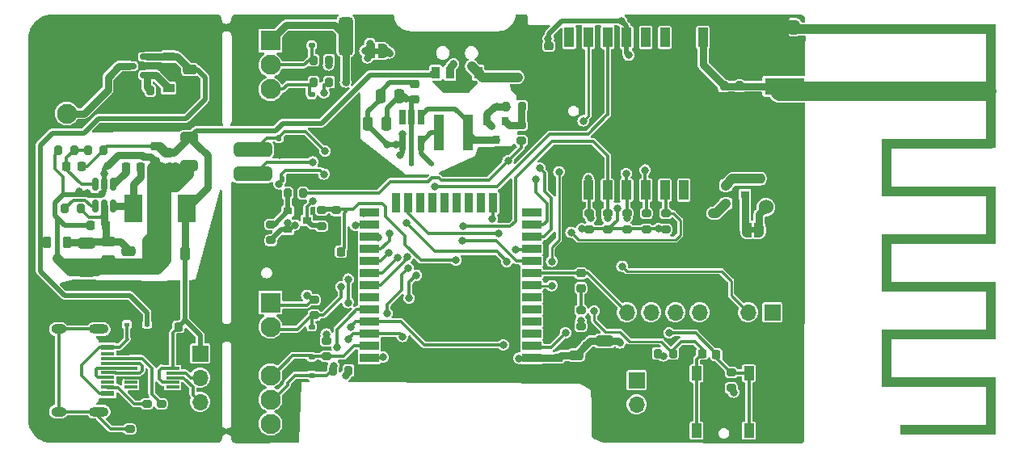
<source format=gtl>
G04 #@! TF.GenerationSoftware,KiCad,Pcbnew,(6.0.0)*
G04 #@! TF.CreationDate,2022-01-31T09:48:02+01:00*
G04 #@! TF.ProjectId,lora,6c6f7261-2e6b-4696-9361-645f70636258,v2.0*
G04 #@! TF.SameCoordinates,Original*
G04 #@! TF.FileFunction,Copper,L1,Top*
G04 #@! TF.FilePolarity,Positive*
%FSLAX46Y46*%
G04 Gerber Fmt 4.6, Leading zero omitted, Abs format (unit mm)*
G04 Created by KiCad (PCBNEW (6.0.0)) date 2022-01-31 09:48:02*
%MOMM*%
%LPD*%
G01*
G04 APERTURE LIST*
G04 Aperture macros list*
%AMRoundRect*
0 Rectangle with rounded corners*
0 $1 Rounding radius*
0 $2 $3 $4 $5 $6 $7 $8 $9 X,Y pos of 4 corners*
0 Add a 4 corners polygon primitive as box body*
4,1,4,$2,$3,$4,$5,$6,$7,$8,$9,$2,$3,0*
0 Add four circle primitives for the rounded corners*
1,1,$1+$1,$2,$3*
1,1,$1+$1,$4,$5*
1,1,$1+$1,$6,$7*
1,1,$1+$1,$8,$9*
0 Add four rect primitives between the rounded corners*
20,1,$1+$1,$2,$3,$4,$5,0*
20,1,$1+$1,$4,$5,$6,$7,0*
20,1,$1+$1,$6,$7,$8,$9,0*
20,1,$1+$1,$8,$9,$2,$3,0*%
%AMFreePoly0*
4,1,22,0.500000,-0.750000,0.000000,-0.750000,0.000000,-0.745033,-0.079941,-0.743568,-0.215256,-0.701293,-0.333266,-0.622738,-0.424486,-0.514219,-0.481581,-0.384460,-0.499164,-0.250000,-0.500000,-0.250000,-0.500000,0.250000,-0.499164,0.250000,-0.499963,0.256109,-0.478152,0.396186,-0.417904,0.524511,-0.324060,0.630769,-0.204165,0.706417,-0.067858,0.745374,0.000000,0.744959,0.000000,0.750000,
0.500000,0.750000,0.500000,-0.750000,0.500000,-0.750000,$1*%
%AMFreePoly1*
4,1,20,0.000000,0.744959,0.073905,0.744508,0.209726,0.703889,0.328688,0.626782,0.421226,0.519385,0.479903,0.390333,0.500000,0.250000,0.500000,-0.250000,0.499851,-0.262216,0.476331,-0.402017,0.414519,-0.529596,0.319384,-0.634700,0.198574,-0.708877,0.061801,-0.746166,0.000000,-0.745033,0.000000,-0.750000,-0.500000,-0.750000,-0.500000,0.750000,0.000000,0.750000,0.000000,0.744959,
0.000000,0.744959,$1*%
G04 Aperture macros list end*
G04 #@! TA.AperFunction,ComponentPad*
%ADD10R,1.700000X1.700000*%
G04 #@! TD*
G04 #@! TA.AperFunction,ComponentPad*
%ADD11O,1.700000X1.700000*%
G04 #@! TD*
G04 #@! TA.AperFunction,SMDPad,CuDef*
%ADD12RoundRect,0.225000X0.225000X0.250000X-0.225000X0.250000X-0.225000X-0.250000X0.225000X-0.250000X0*%
G04 #@! TD*
G04 #@! TA.AperFunction,SMDPad,CuDef*
%ADD13RoundRect,0.225000X0.250000X-0.225000X0.250000X0.225000X-0.250000X0.225000X-0.250000X-0.225000X0*%
G04 #@! TD*
G04 #@! TA.AperFunction,SMDPad,CuDef*
%ADD14RoundRect,0.250000X0.475000X-0.250000X0.475000X0.250000X-0.475000X0.250000X-0.475000X-0.250000X0*%
G04 #@! TD*
G04 #@! TA.AperFunction,ComponentPad*
%ADD15R,2.100000X2.100000*%
G04 #@! TD*
G04 #@! TA.AperFunction,ComponentPad*
%ADD16C,2.100000*%
G04 #@! TD*
G04 #@! TA.AperFunction,SMDPad,CuDef*
%ADD17RoundRect,0.381000X-1.619000X-0.381000X1.619000X-0.381000X1.619000X0.381000X-1.619000X0.381000X0*%
G04 #@! TD*
G04 #@! TA.AperFunction,SMDPad,CuDef*
%ADD18R,0.900000X0.800000*%
G04 #@! TD*
G04 #@! TA.AperFunction,SMDPad,CuDef*
%ADD19R,0.800000X0.900000*%
G04 #@! TD*
G04 #@! TA.AperFunction,SMDPad,CuDef*
%ADD20RoundRect,0.200000X-0.275000X0.200000X-0.275000X-0.200000X0.275000X-0.200000X0.275000X0.200000X0*%
G04 #@! TD*
G04 #@! TA.AperFunction,SMDPad,CuDef*
%ADD21RoundRect,0.200000X0.275000X-0.200000X0.275000X0.200000X-0.275000X0.200000X-0.275000X-0.200000X0*%
G04 #@! TD*
G04 #@! TA.AperFunction,SMDPad,CuDef*
%ADD22RoundRect,0.200000X0.200000X0.275000X-0.200000X0.275000X-0.200000X-0.275000X0.200000X-0.275000X0*%
G04 #@! TD*
G04 #@! TA.AperFunction,SMDPad,CuDef*
%ADD23RoundRect,0.200000X-0.200000X-0.275000X0.200000X-0.275000X0.200000X0.275000X-0.200000X0.275000X0*%
G04 #@! TD*
G04 #@! TA.AperFunction,SMDPad,CuDef*
%ADD24R,1.000000X1.500000*%
G04 #@! TD*
G04 #@! TA.AperFunction,SMDPad,CuDef*
%ADD25R,2.000000X0.900000*%
G04 #@! TD*
G04 #@! TA.AperFunction,SMDPad,CuDef*
%ADD26R,0.900000X2.000000*%
G04 #@! TD*
G04 #@! TA.AperFunction,SMDPad,CuDef*
%ADD27R,5.000000X5.000000*%
G04 #@! TD*
G04 #@! TA.AperFunction,SMDPad,CuDef*
%ADD28R,1.000000X2.000000*%
G04 #@! TD*
G04 #@! TA.AperFunction,SMDPad,CuDef*
%ADD29R,4.190000X1.780000*%
G04 #@! TD*
G04 #@! TA.AperFunction,ComponentPad*
%ADD30C,0.970000*%
G04 #@! TD*
G04 #@! TA.AperFunction,SMDPad,CuDef*
%ADD31R,4.190000X2.665000*%
G04 #@! TD*
G04 #@! TA.AperFunction,SMDPad,CuDef*
%ADD32R,0.890000X0.460000*%
G04 #@! TD*
G04 #@! TA.AperFunction,SMDPad,CuDef*
%ADD33FreePoly0,180.000000*%
G04 #@! TD*
G04 #@! TA.AperFunction,SMDPad,CuDef*
%ADD34FreePoly1,180.000000*%
G04 #@! TD*
G04 #@! TA.AperFunction,SMDPad,CuDef*
%ADD35RoundRect,0.250000X0.650000X-0.325000X0.650000X0.325000X-0.650000X0.325000X-0.650000X-0.325000X0*%
G04 #@! TD*
G04 #@! TA.AperFunction,SMDPad,CuDef*
%ADD36RoundRect,0.225000X-0.225000X-0.250000X0.225000X-0.250000X0.225000X0.250000X-0.225000X0.250000X0*%
G04 #@! TD*
G04 #@! TA.AperFunction,SMDPad,CuDef*
%ADD37R,1.450000X0.600000*%
G04 #@! TD*
G04 #@! TA.AperFunction,SMDPad,CuDef*
%ADD38R,1.450000X0.300000*%
G04 #@! TD*
G04 #@! TA.AperFunction,ComponentPad*
%ADD39O,2.100000X1.000000*%
G04 #@! TD*
G04 #@! TA.AperFunction,ComponentPad*
%ADD40O,1.600000X1.000000*%
G04 #@! TD*
G04 #@! TA.AperFunction,SMDPad,CuDef*
%ADD41RoundRect,0.381000X0.381000X-1.619000X0.381000X1.619000X-0.381000X1.619000X-0.381000X-1.619000X0*%
G04 #@! TD*
G04 #@! TA.AperFunction,SMDPad,CuDef*
%ADD42RoundRect,0.147500X0.172500X-0.147500X0.172500X0.147500X-0.172500X0.147500X-0.172500X-0.147500X0*%
G04 #@! TD*
G04 #@! TA.AperFunction,SMDPad,CuDef*
%ADD43R,1.100000X3.700000*%
G04 #@! TD*
G04 #@! TA.AperFunction,SMDPad,CuDef*
%ADD44R,0.650000X1.560000*%
G04 #@! TD*
G04 #@! TA.AperFunction,SMDPad,CuDef*
%ADD45RoundRect,0.250000X-0.650000X0.325000X-0.650000X-0.325000X0.650000X-0.325000X0.650000X0.325000X0*%
G04 #@! TD*
G04 #@! TA.AperFunction,SMDPad,CuDef*
%ADD46R,1.200000X0.900000*%
G04 #@! TD*
G04 #@! TA.AperFunction,SMDPad,CuDef*
%ADD47RoundRect,0.250000X0.250000X0.475000X-0.250000X0.475000X-0.250000X-0.475000X0.250000X-0.475000X0*%
G04 #@! TD*
G04 #@! TA.AperFunction,SMDPad,CuDef*
%ADD48RoundRect,0.250000X-0.475000X0.250000X-0.475000X-0.250000X0.475000X-0.250000X0.475000X0.250000X0*%
G04 #@! TD*
G04 #@! TA.AperFunction,SMDPad,CuDef*
%ADD49RoundRect,0.225000X-0.250000X0.225000X-0.250000X-0.225000X0.250000X-0.225000X0.250000X0.225000X0*%
G04 #@! TD*
G04 #@! TA.AperFunction,SMDPad,CuDef*
%ADD50R,1.950000X3.000000*%
G04 #@! TD*
G04 #@! TA.AperFunction,SMDPad,CuDef*
%ADD51R,0.600000X0.450000*%
G04 #@! TD*
G04 #@! TA.AperFunction,SMDPad,CuDef*
%ADD52RoundRect,0.150000X0.587500X0.150000X-0.587500X0.150000X-0.587500X-0.150000X0.587500X-0.150000X0*%
G04 #@! TD*
G04 #@! TA.AperFunction,SMDPad,CuDef*
%ADD53RoundRect,0.218750X-0.218750X-0.381250X0.218750X-0.381250X0.218750X0.381250X-0.218750X0.381250X0*%
G04 #@! TD*
G04 #@! TA.AperFunction,SMDPad,CuDef*
%ADD54RoundRect,0.147500X-0.172500X0.147500X-0.172500X-0.147500X0.172500X-0.147500X0.172500X0.147500X0*%
G04 #@! TD*
G04 #@! TA.AperFunction,SMDPad,CuDef*
%ADD55RoundRect,0.147500X0.147500X0.172500X-0.147500X0.172500X-0.147500X-0.172500X0.147500X-0.172500X0*%
G04 #@! TD*
G04 #@! TA.AperFunction,SMDPad,CuDef*
%ADD56R,0.900000X1.250000*%
G04 #@! TD*
G04 #@! TA.AperFunction,SMDPad,CuDef*
%ADD57R,1.250000X0.900000*%
G04 #@! TD*
G04 #@! TA.AperFunction,SMDPad,CuDef*
%ADD58R,1.400000X0.300000*%
G04 #@! TD*
G04 #@! TA.AperFunction,SMDPad,CuDef*
%ADD59RoundRect,0.250000X-0.250000X-0.475000X0.250000X-0.475000X0.250000X0.475000X-0.250000X0.475000X0*%
G04 #@! TD*
G04 #@! TA.AperFunction,SMDPad,CuDef*
%ADD60RoundRect,0.150000X-0.150000X0.512500X-0.150000X-0.512500X0.150000X-0.512500X0.150000X0.512500X0*%
G04 #@! TD*
G04 #@! TA.AperFunction,SMDPad,CuDef*
%ADD61RoundRect,0.218750X-0.256250X0.218750X-0.256250X-0.218750X0.256250X-0.218750X0.256250X0.218750X0*%
G04 #@! TD*
G04 #@! TA.AperFunction,ComponentPad*
%ADD62C,1.530000*%
G04 #@! TD*
G04 #@! TA.AperFunction,ComponentPad*
%ADD63C,3.960000*%
G04 #@! TD*
G04 #@! TA.AperFunction,ViaPad*
%ADD64C,0.800000*%
G04 #@! TD*
G04 #@! TA.AperFunction,Conductor*
%ADD65C,0.250000*%
G04 #@! TD*
G04 #@! TA.AperFunction,Conductor*
%ADD66C,0.300000*%
G04 #@! TD*
G04 #@! TA.AperFunction,Conductor*
%ADD67C,0.750000*%
G04 #@! TD*
G04 #@! TA.AperFunction,Conductor*
%ADD68C,1.000000*%
G04 #@! TD*
G04 #@! TA.AperFunction,Conductor*
%ADD69C,0.500000*%
G04 #@! TD*
G04 #@! TA.AperFunction,Conductor*
%ADD70C,2.000000*%
G04 #@! TD*
G04 APERTURE END LIST*
G36*
X228594000Y-94060000D02*
G01*
X228086000Y-94060000D01*
X228090000Y-92560000D01*
X228594000Y-92560000D01*
X228594000Y-94060000D01*
G37*
G36*
X185365200Y-96108800D02*
G01*
X184865200Y-96108800D01*
X184865200Y-95508800D01*
X185365200Y-95508800D01*
X185365200Y-96108800D01*
G37*
G36*
X224786000Y-114854000D02*
G01*
X224286000Y-114854000D01*
X224286000Y-114254000D01*
X224786000Y-114254000D01*
X224786000Y-114854000D01*
G37*
D10*
X226568000Y-123190000D03*
D11*
X224028000Y-123190000D03*
X221488000Y-123190000D03*
X218948000Y-123190000D03*
X216408000Y-123190000D03*
X213868000Y-123190000D03*
X211328000Y-123190000D03*
D12*
X222250000Y-127635000D03*
X220700000Y-127635000D03*
D13*
X204200000Y-129500000D03*
X204200000Y-127950000D03*
D14*
X206000000Y-129600000D03*
X206000000Y-127700000D03*
D13*
X203149200Y-96824800D03*
X203149200Y-95274800D03*
D10*
X212344000Y-130317000D03*
D11*
X212344000Y-132857000D03*
X212344000Y-135397000D03*
D15*
X152654000Y-99822000D03*
D16*
X152654000Y-102362000D03*
D17*
X172135800Y-108686600D03*
X172135800Y-106146600D03*
D18*
X175800000Y-112600000D03*
X175800000Y-114500000D03*
X177800000Y-113550000D03*
D19*
X198562000Y-103140000D03*
X196662000Y-103140000D03*
X197612000Y-105140000D03*
D18*
X221700000Y-109900000D03*
X221700000Y-111800000D03*
X223700000Y-110850000D03*
D20*
X222250000Y-129490000D03*
X222250000Y-131140000D03*
X179350000Y-112505000D03*
X179350000Y-114155000D03*
D21*
X180900000Y-114165000D03*
X180900000Y-112515000D03*
X174050000Y-115650000D03*
X174050000Y-114000000D03*
D22*
X177425000Y-110700000D03*
X175775000Y-110700000D03*
D23*
X198692000Y-101600000D03*
X200342000Y-101600000D03*
D21*
X200279000Y-105219000D03*
X200279000Y-103569000D03*
D22*
X182181000Y-129286000D03*
X180531000Y-129286000D03*
D20*
X179832000Y-126175000D03*
X179832000Y-127825000D03*
D23*
X225300000Y-109200000D03*
X226950000Y-109200000D03*
D24*
X227806000Y-129588000D03*
X227806000Y-135588000D03*
X224106000Y-129588000D03*
X224106000Y-135588000D03*
D25*
X201350000Y-129255000D03*
X201350000Y-127985000D03*
X201350000Y-126715000D03*
X201350000Y-125445000D03*
X201350000Y-124175000D03*
X201350000Y-122905000D03*
X201350000Y-121635000D03*
X201350000Y-120365000D03*
X201350000Y-119095000D03*
X201350000Y-117825000D03*
X201350000Y-116555000D03*
X201350000Y-115285000D03*
X201350000Y-114015000D03*
X201350000Y-112745000D03*
D26*
X198565000Y-111745000D03*
X197295000Y-111745000D03*
X196025000Y-111745000D03*
X194755000Y-111745000D03*
X193485000Y-111745000D03*
X192215000Y-111745000D03*
X190945000Y-111745000D03*
X189675000Y-111745000D03*
X188405000Y-111745000D03*
X187135000Y-111745000D03*
D25*
X184350000Y-112745000D03*
X184350000Y-114015000D03*
X184350000Y-115285000D03*
X184350000Y-116555000D03*
X184350000Y-117825000D03*
X184350000Y-119095000D03*
X184350000Y-120365000D03*
X184350000Y-121635000D03*
X184350000Y-122905000D03*
X184350000Y-124175000D03*
X184350000Y-125445000D03*
X184350000Y-126715000D03*
X184350000Y-127985000D03*
X184350000Y-129255000D03*
D27*
X193850000Y-121755000D03*
D28*
X205300000Y-110400000D03*
X207300000Y-110400000D03*
X209300000Y-110400000D03*
X211300000Y-110400000D03*
X213300000Y-110400000D03*
X215300000Y-110400000D03*
X217300000Y-110400000D03*
X219300000Y-110400000D03*
X219300000Y-94400000D03*
X217300000Y-94400000D03*
X215300000Y-94400000D03*
X213300000Y-94400000D03*
X211300000Y-94400000D03*
X209300000Y-94400000D03*
X207300000Y-94400000D03*
X205300000Y-94400000D03*
D23*
X221485000Y-99480000D03*
X223135000Y-99480000D03*
D29*
X227838000Y-99500000D03*
D30*
X224853000Y-96007500D03*
D31*
X227838000Y-102992500D03*
D32*
X225298000Y-96007500D03*
X225298000Y-102992500D03*
D30*
X224853000Y-102992500D03*
D31*
X227838000Y-96007500D03*
D33*
X228990000Y-93310000D03*
D34*
X227690000Y-93310000D03*
D35*
X209000000Y-129150000D03*
X209000000Y-126200000D03*
D36*
X217665000Y-127508000D03*
X219215000Y-127508000D03*
D22*
X216204000Y-127508000D03*
X214554000Y-127508000D03*
D21*
X211328000Y-114490000D03*
X211328000Y-112840000D03*
X209296000Y-114490000D03*
X209296000Y-112840000D03*
X207391000Y-114477000D03*
X207391000Y-112827000D03*
X213360000Y-114490000D03*
X213360000Y-112840000D03*
D24*
X214916000Y-135588000D03*
X214916000Y-129588000D03*
X218616000Y-135588000D03*
X218616000Y-129588000D03*
D36*
X162801000Y-124714000D03*
X164351000Y-124714000D03*
D37*
X156901000Y-126036000D03*
X156901000Y-126836000D03*
D38*
X156901000Y-128036000D03*
X156901000Y-129036000D03*
X156901000Y-129536000D03*
X156901000Y-130536000D03*
D37*
X156901000Y-131736000D03*
X156901000Y-132536000D03*
X156901000Y-132536000D03*
X156901000Y-131736000D03*
D38*
X156901000Y-131036000D03*
X156901000Y-130036000D03*
X156901000Y-128536000D03*
X156901000Y-127536000D03*
D37*
X156901000Y-126836000D03*
X156901000Y-126036000D03*
D39*
X155986000Y-124966000D03*
D40*
X151806000Y-124966000D03*
X151806000Y-133606000D03*
D39*
X155986000Y-133606000D03*
D41*
X181864000Y-94234000D03*
D42*
X178308000Y-125684000D03*
X178308000Y-124714000D03*
D43*
X194667000Y-104333000D03*
X191667000Y-104333000D03*
D44*
X189733000Y-102729000D03*
X188783000Y-102729000D03*
X187833000Y-102729000D03*
X187833000Y-105429000D03*
X189733000Y-105429000D03*
D12*
X160414000Y-108000800D03*
X158864000Y-108000800D03*
D22*
X156527000Y-106172000D03*
X154877000Y-106172000D03*
X180149000Y-96774000D03*
X178499000Y-96774000D03*
D45*
X154686000Y-115923800D03*
X154686000Y-118873800D03*
D46*
X163322000Y-96394000D03*
X163322000Y-99694000D03*
D20*
X215392000Y-112840000D03*
X215392000Y-114490000D03*
D47*
X165034000Y-117017800D03*
X163134000Y-117017800D03*
D42*
X178308000Y-101323000D03*
X178308000Y-100353000D03*
D13*
X161925000Y-107378800D03*
X161925000Y-105828800D03*
D48*
X159131000Y-116829800D03*
X159131000Y-118729800D03*
D10*
X166624000Y-127508000D03*
D11*
X166624000Y-130048000D03*
X166624000Y-132588000D03*
X166624000Y-135128000D03*
D23*
X152464000Y-112318800D03*
X154114000Y-112318800D03*
X159753800Y-99974400D03*
X161403800Y-99974400D03*
D48*
X156972000Y-115813800D03*
X156972000Y-117713800D03*
D49*
X189103000Y-99301000D03*
X189103000Y-100851000D03*
D50*
X159658000Y-112318800D03*
X165208000Y-112318800D03*
D51*
X161070000Y-124460000D03*
X158970000Y-124460000D03*
D15*
X173990000Y-122174000D03*
D16*
X173990000Y-124714000D03*
X173990000Y-127254000D03*
X173990000Y-129794000D03*
X173990000Y-132334000D03*
X173990000Y-134874000D03*
D52*
X161059100Y-98333600D03*
X161059100Y-96433600D03*
X159184100Y-97383600D03*
D47*
X187447000Y-100523000D03*
X185547000Y-100523000D03*
D53*
X150575500Y-115874800D03*
X152700500Y-115874800D03*
D54*
X178308000Y-94257000D03*
X178308000Y-95227000D03*
D55*
X176149000Y-109220000D03*
X175179000Y-109220000D03*
D21*
X159258000Y-135445000D03*
X159258000Y-133795000D03*
D51*
X188749000Y-107635000D03*
X190849000Y-107635000D03*
D36*
X179819000Y-116840000D03*
X181369000Y-116840000D03*
D22*
X153416000Y-106172000D03*
X151766000Y-106172000D03*
D56*
X195748000Y-98087000D03*
X192798000Y-98087000D03*
X191298000Y-98087000D03*
D57*
X189523000Y-94912000D03*
X189523000Y-97112000D03*
X197573000Y-97112000D03*
X197573000Y-94912000D03*
D36*
X155181000Y-114096800D03*
X156731000Y-114096800D03*
D21*
X206502000Y-124650000D03*
X206502000Y-123000000D03*
X162560000Y-134429000D03*
X162560000Y-132779000D03*
D22*
X180149000Y-99060000D03*
X178499000Y-99060000D03*
D33*
X185765200Y-95808800D03*
D34*
X184465200Y-95808800D03*
D35*
X165481000Y-107824800D03*
X165481000Y-104874800D03*
D58*
X159344000Y-129048000D03*
X159344000Y-129548000D03*
X159344000Y-130048000D03*
X159344000Y-130548000D03*
X159344000Y-131048000D03*
X163744000Y-131048000D03*
X163744000Y-130548000D03*
X163744000Y-130048000D03*
X163744000Y-129548000D03*
X163744000Y-129048000D03*
D59*
X184216000Y-103378000D03*
X186116000Y-103378000D03*
D12*
X154191000Y-107873800D03*
X152641000Y-107873800D03*
D15*
X173990000Y-94737000D03*
D16*
X173990000Y-97277000D03*
X173990000Y-99817000D03*
X173990000Y-102357000D03*
D60*
X157541000Y-109784300D03*
X156591000Y-109784300D03*
X155641000Y-109784300D03*
X155641000Y-112059300D03*
X156591000Y-112059300D03*
X157541000Y-112059300D03*
D21*
X161036000Y-134429000D03*
X161036000Y-132779000D03*
D33*
X225186000Y-114554000D03*
D34*
X223886000Y-114554000D03*
D54*
X178308000Y-128824000D03*
X178308000Y-129794000D03*
D48*
X165557200Y-97754400D03*
X165557200Y-99654400D03*
D20*
X178562000Y-121870000D03*
X178562000Y-123520000D03*
D54*
X178308000Y-126896000D03*
X178308000Y-127866000D03*
D49*
X163449000Y-106463800D03*
X163449000Y-108013800D03*
D61*
X206502000Y-119100500D03*
X206502000Y-120675500D03*
D55*
X175849000Y-104902000D03*
X174879000Y-104902000D03*
D62*
X225893000Y-112172200D03*
X173903000Y-112172200D03*
D63*
X176653000Y-118212200D03*
X223133000Y-106222200D03*
D64*
X215138000Y-127762000D03*
X203454000Y-120396000D03*
X203454000Y-117856000D03*
X205486000Y-114808000D03*
X204216000Y-108458000D03*
X206756000Y-103124000D03*
X210820000Y-118364000D03*
X211328000Y-113284000D03*
X209296000Y-113284000D03*
X207518000Y-113284000D03*
X207899000Y-123063000D03*
X221000000Y-101000000D03*
X171450000Y-111760000D03*
X213360000Y-118110000D03*
X205300000Y-112200000D03*
X162560000Y-135890000D03*
X219300000Y-108600000D03*
X204470000Y-116840000D03*
X228600000Y-128270000D03*
X185674000Y-129159000D03*
X185166000Y-107696000D03*
X171450000Y-114300000D03*
X227420000Y-108230000D03*
X228600000Y-130810000D03*
X167640000Y-101600000D03*
X156933900Y-107784900D03*
X229000000Y-97000000D03*
X199700000Y-129700000D03*
X159766000Y-100838000D03*
X228600000Y-107950000D03*
X187960000Y-129540000D03*
X181483000Y-103378000D03*
X160020000Y-120396000D03*
X228600000Y-115570000D03*
X215773000Y-135636000D03*
X226000000Y-93000000D03*
X156368552Y-110774488D03*
X167640000Y-95250000D03*
X165100000Y-92710000D03*
X149860000Y-123190000D03*
X177800000Y-126238000D03*
X223000000Y-103000000D03*
X213360000Y-120650000D03*
X198374000Y-97155000D03*
X171450000Y-135890000D03*
X222504000Y-128016000D03*
X149860000Y-125730000D03*
X221000000Y-96500000D03*
X176022000Y-105410000D03*
X183642000Y-92837000D03*
X229000000Y-104000000D03*
X149860000Y-100330000D03*
X215852000Y-129588000D03*
X167640000Y-118364000D03*
X167640000Y-121920000D03*
X207300000Y-129900000D03*
X195580000Y-129540000D03*
X178816000Y-94234000D03*
X218440000Y-120650000D03*
X219000000Y-100000000D03*
X174928526Y-106692500D03*
X182970235Y-96512860D03*
X228600000Y-135890000D03*
X228600000Y-125730000D03*
X151130000Y-135890000D03*
X195199000Y-107569000D03*
X197612000Y-107061000D03*
X227780000Y-105980000D03*
X186243000Y-105603000D03*
X162560000Y-125476000D03*
X149860000Y-130810000D03*
X217450000Y-96200000D03*
X156210000Y-135890000D03*
X207010000Y-116840000D03*
X225000000Y-98000000D03*
X163576000Y-134620000D03*
X152400000Y-92710000D03*
X227076000Y-135890000D03*
X220980000Y-120650000D03*
X225000000Y-101000000D03*
X188722000Y-94869000D03*
X160632046Y-130281363D03*
X171450000Y-128270000D03*
X163068000Y-120396000D03*
X149860000Y-95250000D03*
X154845822Y-110737352D03*
X156718000Y-120396000D03*
X176530000Y-109474000D03*
X208153000Y-134366000D03*
X210820000Y-116840000D03*
X227076000Y-129540000D03*
X229000000Y-95000000D03*
X157988000Y-133096000D03*
X227500000Y-96000000D03*
X149860000Y-97790000D03*
X160020000Y-92710000D03*
X223000000Y-101000000D03*
X162560000Y-92710000D03*
X149860000Y-120650000D03*
X228600000Y-110490000D03*
X149860000Y-133350000D03*
X158750000Y-100584000D03*
X228600000Y-118110000D03*
X226060000Y-120650000D03*
X171450000Y-92710000D03*
X153670000Y-135890000D03*
X157480000Y-92710000D03*
X171450000Y-133350000D03*
X171450000Y-95250000D03*
X229000000Y-103000000D03*
X156591000Y-108661200D03*
X219710000Y-116840000D03*
X228600000Y-120650000D03*
X168148000Y-114300000D03*
X171450000Y-100330000D03*
X193040000Y-129540000D03*
X187132000Y-105603000D03*
X202438000Y-96926400D03*
X228600000Y-113030000D03*
X196596000Y-94869000D03*
X149860000Y-128270000D03*
X223520000Y-120650000D03*
X192000000Y-119800000D03*
X171450000Y-102870000D03*
X228600000Y-133350000D03*
X192050000Y-123500000D03*
X178054000Y-101981000D03*
X153670000Y-120396000D03*
X153949400Y-110540800D03*
X195700000Y-123550000D03*
X227500000Y-102000000D03*
X171450000Y-97790000D03*
X149860000Y-102870000D03*
X188722000Y-97155000D03*
X215900000Y-120650000D03*
X171450000Y-116840000D03*
X190246000Y-94869000D03*
X180910000Y-113620000D03*
X177546000Y-128905000D03*
X180922477Y-115622523D03*
X198501000Y-94869000D03*
X217000000Y-93000000D03*
X157734000Y-124968000D03*
X228600000Y-123190000D03*
X198750000Y-113450000D03*
X187579000Y-106680000D03*
X187833000Y-104521000D03*
X195700000Y-119850000D03*
X190500000Y-129540000D03*
X171450000Y-130810000D03*
X208153000Y-132207000D03*
X154940000Y-92710000D03*
X222930250Y-97930250D03*
X167640000Y-92710000D03*
X204900000Y-125350000D03*
X215750000Y-125350000D03*
X188153000Y-100777000D03*
X181864000Y-99060000D03*
X200025000Y-128016000D03*
X211500000Y-96250000D03*
X177800000Y-121412000D03*
X206502000Y-124099500D03*
X181864000Y-129794000D03*
X207050000Y-126650000D03*
X197104000Y-103632000D03*
X222504000Y-131572000D03*
X197739000Y-101600000D03*
X184150000Y-96520000D03*
X176530000Y-114046000D03*
X203098400Y-94538800D03*
X214643000Y-114440000D03*
X210600000Y-126400000D03*
X184404000Y-94996000D03*
X210312000Y-112268000D03*
X175788688Y-113812688D03*
X206629000Y-114427000D03*
X183896000Y-95758000D03*
X210750000Y-92650000D03*
X179832000Y-125476000D03*
X188520000Y-121710000D03*
X189260000Y-119310000D03*
X181390500Y-120527765D03*
X194130000Y-115700001D03*
X183740000Y-112790000D03*
X182118000Y-122174000D03*
X182140000Y-119730000D03*
X182372000Y-124714000D03*
X198374000Y-126619000D03*
X187833000Y-125730000D03*
X182118000Y-125984000D03*
X185293000Y-115316000D03*
X174879000Y-109728000D03*
X179578000Y-108712000D03*
X186436000Y-114935000D03*
X179705000Y-106299000D03*
X180594000Y-128778000D03*
X180975000Y-126873000D03*
X220350000Y-112800000D03*
X199898000Y-98552000D03*
X195072000Y-97409000D03*
X193421000Y-117729000D03*
X197231000Y-113411000D03*
X197920000Y-114950000D03*
X194200000Y-114200000D03*
X188399686Y-118579024D03*
X186182000Y-123317000D03*
X185800000Y-127900000D03*
X182887120Y-114070000D03*
X191200000Y-110000000D03*
X213250000Y-108300000D03*
X186394669Y-116944669D03*
X187314354Y-117493692D03*
X211250000Y-108649999D03*
X207300000Y-109200000D03*
X188311086Y-117412888D03*
X178435000Y-111506000D03*
X178435000Y-107442000D03*
X202184000Y-108077000D03*
X198882000Y-107315000D03*
X179578000Y-100203000D03*
X188214000Y-113792000D03*
X199660000Y-116590000D03*
X198750069Y-117889794D03*
X180086000Y-97282000D03*
X201803000Y-109220000D03*
X193167000Y-97155000D03*
X186436000Y-96012000D03*
D65*
X214884000Y-127508000D02*
X215138000Y-127762000D01*
X214554000Y-127508000D02*
X214884000Y-127508000D01*
X203454000Y-120396000D02*
X201381000Y-120396000D01*
X204216000Y-115570000D02*
X203454000Y-116332000D01*
X203454000Y-116332000D02*
X203454000Y-117856000D01*
X201381000Y-120396000D02*
X201350000Y-120365000D01*
X204216000Y-108458000D02*
X204216000Y-115570000D01*
X205486000Y-114808000D02*
X206248000Y-115570000D01*
X216408000Y-115570000D02*
X206248000Y-115570000D01*
D66*
X203445520Y-111243520D02*
X202692000Y-110490000D01*
X202692000Y-110490000D02*
X202692000Y-108585000D01*
X203445520Y-114489480D02*
X203445520Y-111243520D01*
X202650000Y-115285000D02*
X203445520Y-114489480D01*
X202692000Y-108585000D02*
X202184000Y-108077000D01*
X201350000Y-115285000D02*
X202650000Y-115285000D01*
D65*
X207300000Y-102580000D02*
X206756000Y-103124000D01*
X207300000Y-94400000D02*
X207300000Y-102580000D01*
X211328000Y-118872000D02*
X210820000Y-118364000D01*
X221234000Y-118872000D02*
X211836000Y-118872000D01*
X222250000Y-119888000D02*
X221234000Y-118872000D01*
X211836000Y-118872000D02*
X211328000Y-118872000D01*
X222250000Y-121412000D02*
X222250000Y-119888000D01*
X224028000Y-123190000D02*
X222250000Y-121412000D01*
X211328000Y-112840000D02*
X211328000Y-113284000D01*
X209296000Y-112840000D02*
X209296000Y-113284000D01*
X207391000Y-113157000D02*
X207518000Y-113284000D01*
X207391000Y-112827000D02*
X207391000Y-113157000D01*
X216916000Y-115062000D02*
X216408000Y-115570000D01*
X216916000Y-113538000D02*
X216916000Y-115062000D01*
X215392000Y-112840000D02*
X216218000Y-112840000D01*
X216218000Y-112840000D02*
X216916000Y-113538000D01*
D66*
X207238500Y-119100500D02*
X211328000Y-123190000D01*
X206502000Y-119100500D02*
X207238500Y-119100500D01*
D65*
X207899000Y-124079000D02*
X207899000Y-123063000D01*
X209042000Y-125222000D02*
X207899000Y-124079000D01*
X210566000Y-125222000D02*
X209042000Y-125222000D01*
X211582000Y-126238000D02*
X210566000Y-125222000D01*
X214934000Y-126238000D02*
X211582000Y-126238000D01*
X216204000Y-127508000D02*
X214934000Y-126238000D01*
D67*
X222930250Y-97930250D02*
X224680250Y-96180250D01*
D68*
X162204400Y-115849400D02*
X161569400Y-115214400D01*
X161518600Y-116535200D02*
X161112200Y-116535200D01*
D67*
X190203000Y-94912000D02*
X190246000Y-94869000D01*
D69*
X154015520Y-110830280D02*
X154752894Y-110830280D01*
X154752894Y-110830280D02*
X154845822Y-110737352D01*
D68*
X152146000Y-118033800D02*
X156311600Y-118033800D01*
D67*
X208050000Y-129150000D02*
X207300000Y-129900000D01*
D66*
X177627000Y-128824000D02*
X177546000Y-128905000D01*
D68*
X160289200Y-118729800D02*
X162168800Y-118729800D01*
X162204400Y-115849400D02*
X161518600Y-116535200D01*
D69*
X154807330Y-110830280D02*
X154015520Y-110830280D01*
D66*
X217665000Y-128791000D02*
X217665000Y-127508000D01*
X156901000Y-126036000D02*
X157734000Y-125203000D01*
X216868000Y-129588000D02*
X217665000Y-128791000D01*
X178308000Y-126769000D02*
X178308000Y-126746000D01*
D68*
X163134000Y-115559800D02*
X162306000Y-114731800D01*
X163134000Y-108328800D02*
X163449000Y-108013800D01*
D67*
X159144200Y-100584000D02*
X159753800Y-99974400D01*
D69*
X156591000Y-110540800D02*
X156210000Y-110921800D01*
D68*
X162001200Y-117161240D02*
X162869280Y-118029320D01*
D66*
X178308000Y-125730000D02*
X177800000Y-126238000D01*
X178308000Y-126769000D02*
X178308000Y-126492000D01*
D68*
X161112200Y-116535200D02*
X161112200Y-115671600D01*
D69*
X156210000Y-110921800D02*
X154898850Y-110921800D01*
D66*
X222250000Y-127762000D02*
X222504000Y-128016000D01*
D69*
X198565000Y-111745000D02*
X198565000Y-113265000D01*
D68*
X224853000Y-96007500D02*
X224680250Y-96180250D01*
D67*
X160528000Y-106730800D02*
X160650520Y-106853320D01*
D66*
X227806000Y-135588000D02*
X227378000Y-135588000D01*
D67*
X159753800Y-100063800D02*
X161036000Y-101346000D01*
D69*
X184216000Y-103576000D02*
X186243000Y-105603000D01*
D66*
X227378000Y-135588000D02*
X227076000Y-135890000D01*
D69*
X152237520Y-110830280D02*
X151384000Y-111683800D01*
D66*
X176276000Y-109220000D02*
X176530000Y-109474000D01*
D68*
X152986000Y-118873800D02*
X152146000Y-118033800D01*
D69*
X151638000Y-117525800D02*
X151638000Y-113334800D01*
D67*
X159753800Y-100825800D02*
X159766000Y-100838000D01*
X161399520Y-106853320D02*
X161925000Y-107378800D01*
X165292000Y-108013800D02*
X165481000Y-107824800D01*
X197573000Y-94912000D02*
X196639000Y-94912000D01*
D68*
X165481000Y-108762800D02*
X164124511Y-110119289D01*
D69*
X154145952Y-110737352D02*
X153949400Y-110540800D01*
D68*
X161112200Y-116535200D02*
X161112200Y-117906800D01*
D66*
X215852000Y-129588000D02*
X216868000Y-129588000D01*
D67*
X206000000Y-129600000D02*
X207000000Y-129600000D01*
D68*
X156311600Y-118033800D02*
X156481800Y-118204000D01*
D69*
X154845822Y-110737352D02*
X154145952Y-110737352D01*
D68*
X154830000Y-118729800D02*
X154686000Y-118873800D01*
D66*
X151766000Y-106172000D02*
X151766000Y-106298000D01*
D67*
X203955000Y-129255000D02*
X204200000Y-129500000D01*
D66*
X161036000Y-134429000D02*
X159892000Y-134429000D01*
D65*
X202539600Y-96824800D02*
X202438000Y-96926400D01*
D67*
X222910500Y-97950000D02*
X222930250Y-97930250D01*
D68*
X156972000Y-117713800D02*
X157988000Y-118729800D01*
D66*
X212535000Y-135588000D02*
X212344000Y-135397000D01*
X157428000Y-132536000D02*
X157988000Y-133096000D01*
X160398683Y-130048000D02*
X160632046Y-130281363D01*
D68*
X162306000Y-108267800D02*
X162560000Y-108013800D01*
D69*
X187687000Y-105429000D02*
X187513000Y-105603000D01*
X162801000Y-125235000D02*
X162560000Y-125476000D01*
D67*
X226950000Y-109200000D02*
X226950000Y-108700000D01*
D69*
X187833000Y-106426000D02*
X187579000Y-106680000D01*
X187513000Y-105603000D02*
X187132000Y-105603000D01*
D67*
X156933900Y-107784900D02*
X157988000Y-106730800D01*
D69*
X198565000Y-113265000D02*
X198750000Y-113450000D01*
D67*
X159753800Y-99974400D02*
X159753800Y-100825800D01*
D66*
X151766000Y-106298000D02*
X151384000Y-106680000D01*
D67*
X165557200Y-100126800D02*
X165557200Y-99654400D01*
D68*
X157988000Y-118729800D02*
X154830000Y-118729800D01*
D66*
X162560000Y-134429000D02*
X161036000Y-134429000D01*
D67*
X196639000Y-94912000D02*
X196596000Y-94869000D01*
X164071600Y-108013800D02*
X165292000Y-108013800D01*
X198458000Y-94912000D02*
X198501000Y-94869000D01*
X158750000Y-100584000D02*
X159144200Y-100584000D01*
D66*
X179819000Y-116726000D02*
X180922477Y-115622523D01*
X227124000Y-129588000D02*
X227076000Y-129540000D01*
D69*
X156591000Y-108661200D02*
X156591000Y-108127800D01*
X205300000Y-110400000D02*
X205300000Y-112200000D01*
D66*
X159892000Y-134429000D02*
X159258000Y-133795000D01*
D68*
X154686000Y-118873800D02*
X152986000Y-118873800D01*
X161569400Y-108051600D02*
X161925000Y-107696000D01*
D66*
X178308000Y-125684000D02*
X178308000Y-125730000D01*
D69*
X187833000Y-105429000D02*
X187833000Y-104521000D01*
D68*
X163134000Y-115559800D02*
X163134000Y-110043000D01*
D67*
X205900000Y-129500000D02*
X206000000Y-129600000D01*
D68*
X162168800Y-118729800D02*
X162869280Y-118029320D01*
X227838000Y-96007500D02*
X224853000Y-96007500D01*
D69*
X188928000Y-99126000D02*
X189103000Y-99301000D01*
D67*
X197573000Y-94912000D02*
X198458000Y-94912000D01*
D66*
X163385000Y-134429000D02*
X163576000Y-134620000D01*
D69*
X186497000Y-99126000D02*
X185547000Y-100076000D01*
X175849000Y-104902000D02*
X175849000Y-105237000D01*
D66*
X227806000Y-129588000D02*
X227124000Y-129588000D01*
D69*
X154898850Y-110921800D02*
X154807330Y-110830280D01*
D67*
X197573000Y-97112000D02*
X198331000Y-97112000D01*
D66*
X214916000Y-135588000D02*
X215725000Y-135588000D01*
X184350000Y-129255000D02*
X185578000Y-129255000D01*
D68*
X157988000Y-118729800D02*
X159131000Y-118729800D01*
D69*
X185547000Y-100076000D02*
X185547000Y-100523000D01*
D67*
X198331000Y-97112000D02*
X198374000Y-97155000D01*
D66*
X158687000Y-133795000D02*
X157988000Y-133096000D01*
D69*
X187833000Y-105429000D02*
X187687000Y-105429000D01*
D67*
X189523000Y-94912000D02*
X188765000Y-94912000D01*
X188765000Y-97112000D02*
X188722000Y-97155000D01*
X189523000Y-97112000D02*
X188765000Y-97112000D01*
D69*
X187833000Y-105429000D02*
X187833000Y-106426000D01*
D66*
X178308000Y-128824000D02*
X177627000Y-128824000D01*
D67*
X188765000Y-94912000D02*
X188722000Y-94869000D01*
D66*
X178308000Y-126746000D02*
X177800000Y-126238000D01*
D68*
X162306000Y-114731800D02*
X162306000Y-108267800D01*
D69*
X151384000Y-113080800D02*
X152400000Y-114096800D01*
D66*
X178308000Y-126492000D02*
X178054000Y-126238000D01*
D68*
X164124511Y-110119289D02*
X163804600Y-110119289D01*
X163134000Y-117017800D02*
X163134000Y-115559800D01*
D69*
X162801000Y-124714000D02*
X162801000Y-125235000D01*
X156591000Y-109784300D02*
X156591000Y-108661200D01*
X185547000Y-100838000D02*
X184216000Y-102169000D01*
D68*
X227838000Y-102992500D02*
X224853000Y-102992500D01*
X162001200Y-117017800D02*
X160289200Y-118729800D01*
D69*
X156591000Y-110552040D02*
X156368552Y-110774488D01*
X185547000Y-100523000D02*
X185547000Y-100838000D01*
D66*
X222250000Y-127635000D02*
X222250000Y-127762000D01*
X215725000Y-135588000D02*
X215773000Y-135636000D01*
X159258000Y-133795000D02*
X158687000Y-133795000D01*
D68*
X163804600Y-110119289D02*
X163134000Y-109448689D01*
X162869280Y-118029320D02*
X163134000Y-117764600D01*
D66*
X157734000Y-125203000D02*
X157734000Y-124968000D01*
X214916000Y-129588000D02*
X215852000Y-129588000D01*
D67*
X204200000Y-129500000D02*
X205900000Y-129500000D01*
D68*
X152146000Y-118033800D02*
X151638000Y-117525800D01*
X157287520Y-118029320D02*
X162869280Y-118029320D01*
D66*
X179819000Y-116840000D02*
X179819000Y-116726000D01*
D69*
X156591000Y-109784300D02*
X156591000Y-110540800D01*
D67*
X201350000Y-129255000D02*
X203955000Y-129255000D01*
D66*
X152237520Y-110830280D02*
X152237520Y-108981320D01*
X180900000Y-115645000D02*
X180900000Y-114165000D01*
D68*
X163134000Y-109448689D02*
X163134000Y-109027000D01*
D67*
X226950000Y-108700000D02*
X227420000Y-108230000D01*
D69*
X156591000Y-109784300D02*
X156591000Y-110552040D01*
D68*
X227690000Y-93615500D02*
X225298000Y-96007500D01*
X154686000Y-118873800D02*
X155812000Y-118873800D01*
D67*
X209000000Y-129150000D02*
X208050000Y-129150000D01*
D66*
X214916000Y-135588000D02*
X212535000Y-135588000D01*
D69*
X219300000Y-110400000D02*
X219300000Y-108600000D01*
D67*
X162560000Y-108013800D02*
X163449000Y-108013800D01*
D68*
X161112200Y-115671600D02*
X161569400Y-115214400D01*
X163134000Y-117017800D02*
X163134000Y-116779000D01*
D69*
X156591000Y-108127800D02*
X156933900Y-107784900D01*
D66*
X179819000Y-116726000D02*
X180900000Y-115645000D01*
D68*
X227690000Y-93310000D02*
X227690000Y-93615500D01*
X155812000Y-118873800D02*
X156481800Y-118204000D01*
D67*
X164338000Y-101346000D02*
X165557200Y-100126800D01*
D68*
X161569400Y-115214400D02*
X161569400Y-108051600D01*
D66*
X159344000Y-130048000D02*
X160398683Y-130048000D01*
X185578000Y-129255000D02*
X185674000Y-129159000D01*
D69*
X154015520Y-110830280D02*
X152237520Y-110830280D01*
D67*
X180900000Y-114165000D02*
X180900000Y-113630000D01*
D66*
X178793000Y-94257000D02*
X178816000Y-94234000D01*
D69*
X152400000Y-114096800D02*
X155181000Y-114096800D01*
D68*
X163134000Y-108951400D02*
X164071600Y-108013800D01*
D69*
X175849000Y-105237000D02*
X176022000Y-105410000D01*
X217300000Y-94400000D02*
X217300000Y-96050000D01*
D66*
X177020000Y-102357000D02*
X173990000Y-102357000D01*
X151384000Y-106680000D02*
X151384000Y-108127800D01*
D69*
X206450000Y-129500000D02*
X206550000Y-129600000D01*
D67*
X157988000Y-106730800D02*
X160528000Y-106730800D01*
D69*
X217300000Y-96050000D02*
X217450000Y-96200000D01*
D68*
X163134000Y-109027000D02*
X163134000Y-108328800D01*
D66*
X178308000Y-94257000D02*
X178793000Y-94257000D01*
D69*
X187132000Y-105603000D02*
X186243000Y-105603000D01*
D68*
X161112200Y-117906800D02*
X160289200Y-118729800D01*
D66*
X151384000Y-108127800D02*
X152237520Y-108981320D01*
D68*
X161925000Y-107696000D02*
X161925000Y-107378800D01*
D65*
X203149200Y-96824800D02*
X202539600Y-96824800D01*
D66*
X178308000Y-125684000D02*
X178308000Y-126769000D01*
D69*
X184216000Y-102169000D02*
X184216000Y-103378000D01*
D67*
X207000000Y-129600000D02*
X207300000Y-129900000D01*
D66*
X162560000Y-134429000D02*
X163385000Y-134429000D01*
D67*
X160650520Y-106853320D02*
X161399520Y-106853320D01*
D69*
X201350000Y-129255000D02*
X200145000Y-129255000D01*
D66*
X156901000Y-132536000D02*
X157428000Y-132536000D01*
D68*
X164617400Y-108559600D02*
X164746200Y-108559600D01*
X163134000Y-110043000D02*
X164617400Y-108559600D01*
D69*
X184216000Y-103378000D02*
X184216000Y-103576000D01*
D67*
X180900000Y-113630000D02*
X180910000Y-113620000D01*
D68*
X156972000Y-117713800D02*
X157287520Y-118029320D01*
D69*
X151384000Y-111683800D02*
X151384000Y-113080800D01*
D67*
X161925000Y-107378800D02*
X162560000Y-108013800D01*
D66*
X176149000Y-109220000D02*
X176276000Y-109220000D01*
D68*
X163134000Y-117764600D02*
X163134000Y-117017800D01*
X164746200Y-108559600D02*
X165481000Y-107824800D01*
X156481800Y-118204000D02*
X156972000Y-117713800D01*
D67*
X161036000Y-101346000D02*
X164338000Y-101346000D01*
D69*
X186497000Y-99126000D02*
X188928000Y-99126000D01*
D68*
X163134000Y-109027000D02*
X163134000Y-108951400D01*
D69*
X151638000Y-113334800D02*
X151384000Y-113080800D01*
D68*
X163134000Y-110043000D02*
X163134000Y-109027000D01*
X162001200Y-117017800D02*
X162001200Y-117161240D01*
X163134000Y-117017800D02*
X162001200Y-117017800D01*
X163134000Y-116779000D02*
X162204400Y-115849400D01*
X160289200Y-118729800D02*
X159131000Y-118729800D01*
D67*
X163449000Y-108013800D02*
X164071600Y-108013800D01*
X159753800Y-99974400D02*
X159753800Y-100063800D01*
D69*
X200145000Y-129255000D02*
X199700000Y-129700000D01*
D67*
X189523000Y-94912000D02*
X190203000Y-94912000D01*
D66*
X178054000Y-101323000D02*
X178054000Y-101981000D01*
X178054000Y-101323000D02*
X177020000Y-102357000D01*
D68*
X165481000Y-107824800D02*
X165481000Y-108762800D01*
D66*
X220700000Y-127635000D02*
X220700000Y-127990000D01*
X224058000Y-129540000D02*
X224106000Y-129588000D01*
X220700000Y-127990000D02*
X222250000Y-129540000D01*
X203400000Y-126850000D02*
X204900000Y-125350000D01*
X222250000Y-129540000D02*
X224058000Y-129540000D01*
X201485000Y-126850000D02*
X201350000Y-126715000D01*
X203400000Y-126850000D02*
X201485000Y-126850000D01*
X224106000Y-135588000D02*
X224106000Y-129588000D01*
X218542000Y-125350000D02*
X215750000Y-125350000D01*
X220700000Y-127508000D02*
X218542000Y-125350000D01*
D69*
X187447000Y-100523000D02*
X186194000Y-101776000D01*
X186194000Y-101776000D02*
X186194000Y-103300000D01*
X188749000Y-102763000D02*
X188783000Y-102729000D01*
X188749000Y-107635000D02*
X188749000Y-102763000D01*
D67*
X187447000Y-100523000D02*
X187899000Y-100523000D01*
X175641000Y-93091000D02*
X180721000Y-93091000D01*
D69*
X188783000Y-101018000D02*
X188783000Y-102729000D01*
D67*
X173995000Y-94737000D02*
X175641000Y-93091000D01*
X180721000Y-93091000D02*
X181864000Y-94234000D01*
D69*
X186194000Y-103300000D02*
X186116000Y-103378000D01*
D67*
X187899000Y-100523000D02*
X188153000Y-100777000D01*
D69*
X189024000Y-100777000D02*
X188783000Y-101018000D01*
D67*
X181864000Y-99060000D02*
X181864000Y-94234000D01*
X173990000Y-94737000D02*
X173995000Y-94737000D01*
D69*
X189024000Y-100777000D02*
X188153000Y-100777000D01*
D67*
X156591000Y-112059300D02*
X156591000Y-112826800D01*
D66*
X154114000Y-112381800D02*
X154940000Y-113207800D01*
D67*
X159131000Y-116636800D02*
X158242000Y-115747800D01*
D66*
X154940000Y-113207800D02*
X156210000Y-113207800D01*
D67*
X152700500Y-115874800D02*
X154637000Y-115874800D01*
D66*
X156210000Y-113207800D02*
X156591000Y-112826800D01*
D67*
X156972000Y-115813800D02*
X154796000Y-115813800D01*
X156731000Y-114096800D02*
X156731000Y-115572800D01*
X158176000Y-115813800D02*
X158242000Y-115747800D01*
X156972000Y-115813800D02*
X158176000Y-115813800D01*
X154637000Y-115874800D02*
X154686000Y-115923800D01*
X159131000Y-116829800D02*
X159131000Y-116636800D01*
D66*
X154114000Y-112318800D02*
X154114000Y-112381800D01*
D67*
X156731000Y-115572800D02*
X156972000Y-115813800D01*
X154796000Y-115813800D02*
X154686000Y-115923800D01*
X156591000Y-112826800D02*
X156591000Y-113956800D01*
X156591000Y-113956800D02*
X156731000Y-114096800D01*
D66*
X175800000Y-114500000D02*
X176076000Y-114500000D01*
X209410000Y-114440000D02*
X210312000Y-113538000D01*
X175800000Y-114500000D02*
X175800000Y-113824000D01*
X214643000Y-114440000D02*
X213360000Y-114440000D01*
X222250000Y-131090000D02*
X222250000Y-131318000D01*
D65*
X184465200Y-96204800D02*
X184150000Y-96520000D01*
D67*
X206000000Y-127700000D02*
X204450000Y-127700000D01*
D65*
X179832000Y-126175000D02*
X179832000Y-125476000D01*
D66*
X201350000Y-127985000D02*
X200056000Y-127985000D01*
D67*
X204200000Y-127950000D02*
X201385000Y-127950000D01*
D66*
X178308000Y-121920000D02*
X177800000Y-122428000D01*
D65*
X184465200Y-95057200D02*
X184404000Y-94996000D01*
D66*
X207391000Y-114427000D02*
X206629000Y-114427000D01*
X222250000Y-131318000D02*
X222504000Y-131572000D01*
X175800000Y-113824000D02*
X175788688Y-113812688D01*
X177800000Y-122428000D02*
X173990000Y-122428000D01*
X209296000Y-114440000D02*
X207404000Y-114440000D01*
D69*
X206550000Y-127700000D02*
X206350000Y-127700000D01*
X211300000Y-96050000D02*
X211500000Y-96250000D01*
X211300000Y-93200000D02*
X210750000Y-92650000D01*
X204530000Y-92650000D02*
X203149200Y-94030800D01*
X211300000Y-94400000D02*
X211300000Y-96050000D01*
D66*
X200056000Y-127985000D02*
X200025000Y-128016000D01*
D69*
X211300000Y-94400000D02*
X211300000Y-93200000D01*
D67*
X196662000Y-102423000D02*
X197485000Y-101600000D01*
D65*
X184465200Y-95808800D02*
X184465200Y-95057200D01*
D69*
X204515000Y-127985000D02*
X204700000Y-127800000D01*
D67*
X196662000Y-103140000D02*
X196662000Y-103190000D01*
D66*
X182181000Y-129477000D02*
X181864000Y-129794000D01*
D67*
X209000000Y-126200000D02*
X210400000Y-126200000D01*
D69*
X210750000Y-92650000D02*
X204530000Y-92650000D01*
D67*
X207500000Y-126200000D02*
X207050000Y-126650000D01*
D65*
X184465200Y-95808800D02*
X184465200Y-96204800D01*
D67*
X209000000Y-126200000D02*
X207500000Y-126200000D01*
D66*
X182181000Y-129159000D02*
X182181000Y-129477000D01*
X215392000Y-114440000D02*
X214643000Y-114440000D01*
D65*
X184465200Y-95808800D02*
X183946800Y-95808800D01*
D67*
X210400000Y-126200000D02*
X210600000Y-126400000D01*
X196662000Y-103190000D02*
X197104000Y-103632000D01*
D69*
X175800000Y-114500000D02*
X175150000Y-114500000D01*
D66*
X209296000Y-114440000D02*
X209410000Y-114440000D01*
X178308000Y-121920000D02*
X177800000Y-121412000D01*
D67*
X207050000Y-126650000D02*
X206000000Y-127700000D01*
D66*
X176076000Y-114500000D02*
X176530000Y-114046000D01*
D67*
X197485000Y-101600000D02*
X197739000Y-101600000D01*
D66*
X207404000Y-114440000D02*
X207391000Y-114427000D01*
D67*
X198742000Y-101600000D02*
X197739000Y-101600000D01*
D66*
X213360000Y-114440000D02*
X211328000Y-114440000D01*
D67*
X201385000Y-127950000D02*
X201350000Y-127985000D01*
D69*
X175150000Y-114500000D02*
X174050000Y-115600000D01*
X203149200Y-94030800D02*
X203149200Y-95274800D01*
D67*
X204450000Y-127700000D02*
X204200000Y-127950000D01*
D66*
X211328000Y-114440000D02*
X209296000Y-114440000D01*
X210312000Y-113538000D02*
X210312000Y-112268000D01*
D67*
X196662000Y-103140000D02*
X196662000Y-102423000D01*
D65*
X183946800Y-95808800D02*
X183896000Y-95758000D01*
D66*
X206502000Y-124600000D02*
X206502000Y-124099500D01*
D69*
X206300000Y-127950000D02*
X206550000Y-127700000D01*
D66*
X178308000Y-124714000D02*
X178308000Y-123470000D01*
X178308000Y-123470000D02*
X176810000Y-124968000D01*
X178308000Y-123470000D02*
X179552000Y-123470000D01*
X188520000Y-120050000D02*
X188520000Y-120291856D01*
X201350000Y-117825000D02*
X199784998Y-117825000D01*
X181390500Y-121631500D02*
X181390500Y-120527765D01*
X176810000Y-124968000D02*
X173990000Y-124968000D01*
X194130000Y-115700001D02*
X197189999Y-115700001D01*
X188520000Y-121710000D02*
X188520000Y-120291856D01*
X199784998Y-117825000D02*
X197659999Y-115700001D01*
X179552000Y-123470000D02*
X181390500Y-121631500D01*
X189260000Y-119310000D02*
X188520000Y-120050000D01*
X197659999Y-115700001D02*
X197189999Y-115700001D01*
X182140000Y-122152000D02*
X182118000Y-122174000D01*
X218616000Y-129588000D02*
X218616000Y-128107000D01*
X218440000Y-126238000D02*
X219215000Y-127013000D01*
X184350000Y-112745000D02*
X183785000Y-112745000D01*
X218616000Y-135588000D02*
X218616000Y-129588000D01*
X182140000Y-120850002D02*
X182140000Y-122152000D01*
X219215000Y-127013000D02*
X219215000Y-127508000D01*
X182140000Y-119730000D02*
X182140000Y-120850002D01*
X216154000Y-127127000D02*
X217043000Y-126238000D01*
X218616000Y-128107000D02*
X219215000Y-127508000D01*
X216154000Y-127508000D02*
X216154000Y-127127000D01*
X217043000Y-126238000D02*
X218440000Y-126238000D01*
X183785000Y-112745000D02*
X183740000Y-112790000D01*
X165862000Y-131826000D02*
X166624000Y-132588000D01*
X165862000Y-131008428D02*
X165862000Y-131826000D01*
X182911000Y-124175000D02*
X182372000Y-124714000D01*
X187675000Y-124175000D02*
X189611000Y-126111000D01*
X163744000Y-130048000D02*
X164901572Y-130048000D01*
X164901572Y-130048000D02*
X165862000Y-131008428D01*
X190119000Y-126619000D02*
X198374000Y-126619000D01*
X189611000Y-126111000D02*
X190119000Y-126619000D01*
X184350000Y-124175000D02*
X187675000Y-124175000D01*
X184350000Y-124175000D02*
X182911000Y-124175000D01*
X164785511Y-129548000D02*
X164793511Y-129540000D01*
X184350000Y-125445000D02*
X182657000Y-125445000D01*
X165100000Y-129540000D02*
X164793511Y-129540000D01*
X187548000Y-125445000D02*
X187833000Y-125730000D01*
X163744000Y-129548000D02*
X164785511Y-129548000D01*
X184350000Y-125445000D02*
X187548000Y-125445000D01*
X182657000Y-125445000D02*
X182118000Y-125984000D01*
X165608000Y-130048000D02*
X165100000Y-129540000D01*
X166624000Y-130048000D02*
X165608000Y-130048000D01*
X184350000Y-115285000D02*
X185262000Y-115285000D01*
X179578000Y-108712000D02*
X179197000Y-108331000D01*
X175133000Y-109174000D02*
X175179000Y-109220000D01*
X185262000Y-115285000D02*
X185293000Y-115316000D01*
X175514000Y-108331000D02*
X175133000Y-108712000D01*
X179197000Y-108331000D02*
X175514000Y-108331000D01*
X175133000Y-108712000D02*
X175133000Y-109174000D01*
X175179000Y-109220000D02*
X175179000Y-109428000D01*
X175179000Y-109428000D02*
X174879000Y-109728000D01*
X175495628Y-104232480D02*
X177638480Y-104232480D01*
X173609000Y-104902000D02*
X172339000Y-106172000D01*
X174879000Y-104902000D02*
X173609000Y-104902000D01*
X174879000Y-104849108D02*
X175495628Y-104232480D01*
X185578000Y-116555000D02*
X186309000Y-115824000D01*
X186436000Y-115697000D02*
X186436000Y-114935000D01*
X186309000Y-115824000D02*
X186436000Y-115697000D01*
X174879000Y-104902000D02*
X174879000Y-104849108D01*
X184350000Y-116555000D02*
X185578000Y-116555000D01*
X177638480Y-104232480D02*
X179705000Y-106299000D01*
D69*
X154432000Y-104394000D02*
X151130000Y-104394000D01*
X159258000Y-121412000D02*
X152400000Y-121412000D01*
X149860000Y-116078000D02*
X150063200Y-115874800D01*
X167132000Y-100838000D02*
X165100000Y-102870000D01*
D67*
X163282400Y-96433600D02*
X163322000Y-96394000D01*
D69*
X166334400Y-97754400D02*
X167132000Y-98552000D01*
X167132000Y-98552000D02*
X167132000Y-100838000D01*
X149860000Y-118872000D02*
X149860000Y-116078000D01*
X161070000Y-123224000D02*
X159258000Y-121412000D01*
X151130000Y-104394000D02*
X149860000Y-105664000D01*
X155956000Y-102870000D02*
X154432000Y-104394000D01*
D67*
X164196800Y-96394000D02*
X165557200Y-97754400D01*
D69*
X152400000Y-121412000D02*
X149860000Y-118872000D01*
X150063200Y-115874800D02*
X150575500Y-115874800D01*
X165557200Y-97754400D02*
X166334400Y-97754400D01*
X149860000Y-105664000D02*
X149860000Y-116078000D01*
X161070000Y-124460000D02*
X161070000Y-123224000D01*
X165100000Y-102870000D02*
X155956000Y-102870000D01*
D67*
X161059100Y-96433600D02*
X163282400Y-96433600D01*
X163322000Y-96394000D02*
X164196800Y-96394000D01*
X159658000Y-112318800D02*
X159658000Y-109759800D01*
X159398500Y-112059300D02*
X159658000Y-112318800D01*
X157541000Y-112059300D02*
X159398500Y-112059300D01*
X159658000Y-109759800D02*
X160401000Y-109016800D01*
X160401000Y-109016800D02*
X160414000Y-109003800D01*
X160414000Y-109003800D02*
X160414000Y-108000800D01*
D66*
X176299000Y-127739000D02*
X173990000Y-130048000D01*
X178394000Y-127825000D02*
X178308000Y-127739000D01*
X181674000Y-127825000D02*
X182784000Y-126715000D01*
X178308000Y-127739000D02*
X176299000Y-127739000D01*
X182784000Y-126715000D02*
X184350000Y-126715000D01*
X179832000Y-127825000D02*
X178394000Y-127825000D01*
X179832000Y-127825000D02*
X181674000Y-127825000D01*
X180975000Y-124968000D02*
X180975000Y-126873000D01*
X179896000Y-129794000D02*
X180531000Y-129159000D01*
X178308000Y-129794000D02*
X179896000Y-129794000D01*
X180531000Y-129159000D02*
X180531000Y-128841000D01*
X176530000Y-129794000D02*
X175768000Y-130556000D01*
X180531000Y-128841000D02*
X180594000Y-128778000D01*
X175768000Y-130810000D02*
X173990000Y-132588000D01*
X184350000Y-122905000D02*
X183038000Y-122905000D01*
X178308000Y-129794000D02*
X176530000Y-129794000D01*
X182118000Y-123825000D02*
X180975000Y-124968000D01*
X175768000Y-130556000D02*
X175768000Y-130810000D01*
X183038000Y-122905000D02*
X182118000Y-123825000D01*
D67*
X158864000Y-108461300D02*
X157541000Y-109784300D01*
X158864000Y-108000800D02*
X158864000Y-108461300D01*
D66*
X162694978Y-130548000D02*
X162306000Y-130159022D01*
D69*
X190754000Y-98298000D02*
X184404000Y-98298000D01*
X184150000Y-98552000D02*
X179324000Y-103378000D01*
X166215800Y-104140000D02*
X165481000Y-104874800D01*
X184404000Y-98298000D02*
X184150000Y-98552000D01*
D66*
X162576000Y-129048000D02*
X163744000Y-129048000D01*
D69*
X179324000Y-103378000D02*
X175260000Y-103378000D01*
D66*
X154825200Y-107873800D02*
X156527000Y-106172000D01*
D67*
X167386000Y-106730800D02*
X167386000Y-110140800D01*
D66*
X162306000Y-130159022D02*
X162306000Y-129286000D01*
D67*
X166387000Y-105780800D02*
X165481000Y-104874800D01*
X163449000Y-106463800D02*
X163892000Y-106463800D01*
D69*
X166624000Y-125621000D02*
X165034000Y-124031000D01*
D67*
X165034000Y-117017800D02*
X165034000Y-112492800D01*
D66*
X163744000Y-125321000D02*
X163744000Y-129048000D01*
D69*
X190965000Y-98087000D02*
X190754000Y-98298000D01*
D67*
X163892000Y-106463800D02*
X165481000Y-104874800D01*
X166436000Y-105780800D02*
X167386000Y-106730800D01*
D66*
X162560000Y-129032000D02*
X162576000Y-129048000D01*
D68*
X163449000Y-106463800D02*
X163029600Y-106463800D01*
D69*
X175260000Y-103378000D02*
X174498000Y-104140000D01*
X164351000Y-124714000D02*
X165034000Y-124031000D01*
D66*
X154191000Y-107873800D02*
X154825200Y-107873800D01*
D67*
X167386000Y-110140800D02*
X165208000Y-112318800D01*
D66*
X156527000Y-106172000D02*
X156870200Y-105828800D01*
D69*
X165034000Y-124031000D02*
X165034000Y-117017800D01*
X166624000Y-127508000D02*
X166624000Y-125621000D01*
D67*
X165034000Y-112492800D02*
X165208000Y-112318800D01*
D69*
X191298000Y-98087000D02*
X190965000Y-98087000D01*
D66*
X164351000Y-124714000D02*
X163744000Y-125321000D01*
X156870200Y-105828800D02*
X161925000Y-105828800D01*
D68*
X163029600Y-106463800D02*
X162433000Y-105867200D01*
D66*
X162306000Y-129286000D02*
X162560000Y-129032000D01*
D67*
X166387000Y-105780800D02*
X166436000Y-105780800D01*
D66*
X163744000Y-130548000D02*
X162694978Y-130548000D01*
D69*
X174498000Y-104140000D02*
X166215800Y-104140000D01*
X174350000Y-114050000D02*
X175800000Y-112600000D01*
X175800000Y-112600000D02*
X175800000Y-110725000D01*
X174050000Y-114050000D02*
X174350000Y-114050000D01*
X175800000Y-110725000D02*
X175775000Y-110700000D01*
D67*
X200279000Y-103569000D02*
X198991000Y-103569000D01*
X200279000Y-101613000D02*
X200292000Y-101600000D01*
X198991000Y-103569000D02*
X198562000Y-103140000D01*
X200279000Y-103569000D02*
X200279000Y-101613000D01*
D66*
X152641000Y-107873800D02*
X152641000Y-108241800D01*
X152641000Y-106947000D02*
X152641000Y-107873800D01*
X154183500Y-109784300D02*
X155641000Y-109784300D01*
X154877000Y-106172000D02*
X153416000Y-106172000D01*
X153416000Y-106172000D02*
X152641000Y-106947000D01*
X152641000Y-108241800D02*
X154183500Y-109784300D01*
D68*
X196213000Y-98552000D02*
X199898000Y-98552000D01*
X195748000Y-98087000D02*
X196213000Y-98552000D01*
X195072000Y-97409000D02*
X195072000Y-97411000D01*
X220350000Y-112800000D02*
X220700000Y-112800000D01*
X195072000Y-97411000D02*
X195748000Y-98087000D01*
X220700000Y-112800000D02*
X221700000Y-111800000D01*
X225300000Y-109200000D02*
X222400000Y-109200000D01*
X222400000Y-109200000D02*
X221700000Y-109900000D01*
D66*
X178054000Y-99314000D02*
X175768000Y-99314000D01*
X175265000Y-99817000D02*
X173990000Y-99817000D01*
X175768000Y-99314000D02*
X175265000Y-99817000D01*
X178308000Y-99060000D02*
X178054000Y-99314000D01*
X178054000Y-99314000D02*
X178054000Y-100353000D01*
X178549000Y-99060000D02*
X178308000Y-99060000D01*
D69*
X181250000Y-112400000D02*
X179550000Y-112400000D01*
D66*
X181996000Y-112517000D02*
X181996000Y-112400000D01*
X197295000Y-111745000D02*
X197295000Y-113347000D01*
X183250000Y-111770000D02*
X182620000Y-112400000D01*
X186055000Y-113157000D02*
X186055000Y-112135000D01*
X186055000Y-112135000D02*
X185690000Y-111770000D01*
X181724520Y-116484480D02*
X181724520Y-112788480D01*
X193421000Y-117729000D02*
X189738000Y-117729000D01*
X181369000Y-116840000D02*
X181724520Y-116484480D01*
X188109000Y-116100000D02*
X188109000Y-115211000D01*
X185690000Y-111770000D02*
X183250000Y-111770000D01*
X189738000Y-117729000D02*
X188109000Y-116100000D01*
X181724520Y-112788480D02*
X181996000Y-112517000D01*
X181996000Y-112400000D02*
X181250000Y-112400000D01*
X182620000Y-112400000D02*
X181996000Y-112400000D01*
X188109000Y-115211000D02*
X186055000Y-113157000D01*
X197295000Y-113347000D02*
X197231000Y-113411000D01*
X206496500Y-119095000D02*
X206502000Y-119100500D01*
X201350000Y-119095000D02*
X206496500Y-119095000D01*
X206502000Y-123050000D02*
X206502000Y-120675500D01*
X190550001Y-114950001D02*
X195350001Y-114950001D01*
X215392000Y-110492000D02*
X215300000Y-110400000D01*
X195350001Y-114950001D02*
X197550001Y-114950001D01*
X188405000Y-111745000D02*
X188405000Y-112805000D01*
X215392000Y-112890000D02*
X215392000Y-112268000D01*
X188405000Y-111745000D02*
X188405000Y-112555002D01*
X188405000Y-112805000D02*
X190550001Y-114950001D01*
X215392000Y-112268000D02*
X215392000Y-110492000D01*
X197919999Y-114950001D02*
X197920000Y-114950000D01*
X197550001Y-114950001D02*
X197919999Y-114950001D01*
X184350000Y-127985000D02*
X185715000Y-127985000D01*
X203454000Y-105283000D02*
X207772000Y-105283000D01*
X185715000Y-127985000D02*
X185800000Y-127900000D01*
X186230000Y-123269000D02*
X186182000Y-123317000D01*
X199650000Y-113660002D02*
X199650000Y-109087000D01*
X207772000Y-105283000D02*
X209300000Y-106811000D01*
X199650000Y-109087000D02*
X203454000Y-105283000D01*
X186230000Y-122360000D02*
X186230000Y-123269000D01*
X194200000Y-114200000D02*
X199110002Y-114200000D01*
X209296000Y-112890000D02*
X209296000Y-110404000D01*
X199110002Y-114200000D02*
X199650000Y-113660002D01*
X187750001Y-120839999D02*
X187750001Y-119590001D01*
X209300000Y-106811000D02*
X209300000Y-110400000D01*
X187750001Y-119590001D02*
X187750001Y-119409999D01*
X209296000Y-110404000D02*
X209300000Y-110400000D01*
X186230000Y-122360000D02*
X187750001Y-120839999D01*
X187750001Y-119228709D02*
X187750001Y-119590001D01*
X188399686Y-118579024D02*
X187750001Y-119228709D01*
D67*
X161059100Y-98333600D02*
X161059100Y-99629700D01*
X161059100Y-98333600D02*
X161961600Y-98333600D01*
X161961600Y-98333600D02*
X163322000Y-99694000D01*
X161059100Y-99629700D02*
X161403800Y-99974400D01*
D66*
X178308000Y-96533000D02*
X178549000Y-96774000D01*
X177525000Y-97277000D02*
X173990000Y-97277000D01*
X178054000Y-96748000D02*
X178028000Y-96774000D01*
X178308000Y-95227000D02*
X178308000Y-96533000D01*
X178028000Y-96774000D02*
X177525000Y-97277000D01*
D67*
X223700000Y-110850000D02*
X223700000Y-114368000D01*
X223700000Y-114368000D02*
X223886000Y-114554000D01*
X158140400Y-97383600D02*
X159184100Y-97383600D01*
X152654000Y-102362000D02*
X154432000Y-102362000D01*
X156972000Y-98552000D02*
X158140400Y-97383600D01*
X156972000Y-99822000D02*
X156972000Y-98552000D01*
X154432000Y-102362000D02*
X156972000Y-99822000D01*
D66*
X203236000Y-104521000D02*
X197757000Y-110000000D01*
X209285000Y-102500000D02*
X207264000Y-104521000D01*
X184350000Y-114015000D02*
X182942120Y-114015000D01*
X207264000Y-104521000D02*
X203236000Y-104521000D01*
X209300000Y-102500000D02*
X209285000Y-102500000D01*
X191200000Y-110000000D02*
X197757000Y-110000000D01*
X209300000Y-94400000D02*
X209300000Y-102500000D01*
X213360000Y-110460000D02*
X213300000Y-110400000D01*
X185514338Y-117825000D02*
X184350000Y-117825000D01*
X213250000Y-108300000D02*
X213250000Y-110350000D01*
X213250000Y-110350000D02*
X213300000Y-110400000D01*
X186394669Y-116944669D02*
X185514338Y-117825000D01*
X213360000Y-112890000D02*
X213360000Y-110460000D01*
X211250000Y-110350000D02*
X211300000Y-110400000D01*
X211250000Y-108649999D02*
X211250000Y-110350000D01*
X211328000Y-110428000D02*
X211300000Y-110400000D01*
X185713046Y-119095000D02*
X184350000Y-119095000D01*
X211328000Y-112890000D02*
X211328000Y-110428000D01*
X187314354Y-117493692D02*
X185713046Y-119095000D01*
X188311086Y-117412888D02*
X188064355Y-117659619D01*
X184350000Y-120365000D02*
X185435000Y-120365000D01*
X185553048Y-120365000D02*
X184350000Y-120365000D01*
X185385000Y-120365000D02*
X184350000Y-120365000D01*
X188064355Y-117659619D02*
X188064355Y-117853693D01*
X207391000Y-112877000D02*
X207391000Y-110491000D01*
X188064355Y-117853693D02*
X185553048Y-120365000D01*
X207300000Y-109200000D02*
X207300000Y-110400000D01*
X207391000Y-110491000D02*
X207300000Y-110400000D01*
X177800000Y-113550000D02*
X177800000Y-112141000D01*
D69*
X178300000Y-114050000D02*
X177800000Y-113550000D01*
X179550000Y-114050000D02*
X178300000Y-114050000D01*
D66*
X173609000Y-107442000D02*
X178435000Y-107442000D01*
X172339000Y-108712000D02*
X173609000Y-107442000D01*
X177800000Y-112141000D02*
X178435000Y-111506000D01*
D69*
X189733000Y-102621000D02*
X190434000Y-101920000D01*
D67*
X194474000Y-104333000D02*
X195281000Y-105140000D01*
D69*
X190434000Y-101920000D02*
X193361000Y-101920000D01*
X189733000Y-102729000D02*
X189733000Y-102621000D01*
X193361000Y-101920000D02*
X194474000Y-103033000D01*
D67*
X195281000Y-105140000D02*
X197612000Y-105140000D01*
D69*
X194474000Y-103033000D02*
X194474000Y-104333000D01*
X189733000Y-105429000D02*
X189733000Y-106519000D01*
X191474000Y-104333000D02*
X190829000Y-104333000D01*
X190829000Y-104333000D02*
X189733000Y-105429000D01*
X189733000Y-106519000D02*
X190849000Y-107635000D01*
D66*
X191897000Y-109347000D02*
X196850000Y-109347000D01*
X190881000Y-109093000D02*
X191643000Y-109093000D01*
X177425000Y-110700000D02*
X185337000Y-110700000D01*
X190500000Y-109474000D02*
X190881000Y-109093000D01*
X198882000Y-107315000D02*
X200279000Y-105918000D01*
X196850000Y-109347000D02*
X198882000Y-107315000D01*
X191643000Y-109093000D02*
X191897000Y-109347000D01*
X200279000Y-105918000D02*
X200279000Y-105219000D01*
X186563000Y-109474000D02*
X190500000Y-109474000D01*
X185337000Y-110700000D02*
X186563000Y-109474000D01*
X155641000Y-112059300D02*
X155188500Y-112059300D01*
X153353000Y-111429800D02*
X152464000Y-112318800D01*
X154559000Y-111429800D02*
X153353000Y-111429800D01*
X155188500Y-112059300D02*
X154559000Y-111429800D01*
D68*
X239500000Y-105500000D02*
X239000000Y-105500000D01*
X239000000Y-115500000D02*
X238500000Y-115500000D01*
D67*
X219300000Y-97226386D02*
X221573614Y-99500000D01*
D68*
X249500000Y-100000000D02*
X249500000Y-105500000D01*
X238500000Y-120500000D02*
X249000000Y-120500000D01*
D70*
X249000000Y-100000000D02*
X227338000Y-100000000D01*
D68*
X249500000Y-120500000D02*
X249500000Y-125500000D01*
X249500000Y-105500000D02*
X240000000Y-105500000D01*
X239000000Y-105500000D02*
X238500000Y-105500000D01*
X249500000Y-135500000D02*
X241500000Y-135500000D01*
X249000000Y-100000000D02*
X249500000Y-100000000D01*
D67*
X219300000Y-94400000D02*
X219300000Y-97226386D01*
D68*
X243000000Y-115500000D02*
X239000000Y-115500000D01*
X229180000Y-93500000D02*
X228990000Y-93310000D01*
X240000000Y-105500000D02*
X239500000Y-105500000D01*
X249500000Y-110500000D02*
X249500000Y-115500000D01*
X249500000Y-93500000D02*
X229180000Y-93500000D01*
X238500000Y-115500000D02*
X238500000Y-120500000D01*
X249500000Y-100000000D02*
X249500000Y-93500000D01*
D67*
X221573614Y-99500000D02*
X221630000Y-99500000D01*
D68*
X249500000Y-115500000D02*
X243000000Y-115500000D01*
X238500000Y-105500000D02*
X238500000Y-106500000D01*
X238500000Y-106500000D02*
X238500000Y-110500000D01*
D67*
X221630000Y-99500000D02*
X227838000Y-99500000D01*
D68*
X238500000Y-125500000D02*
X238500000Y-130500000D01*
X238500000Y-130500000D02*
X249500000Y-130500000D01*
X240000000Y-110500000D02*
X249500000Y-110500000D01*
X249500000Y-125500000D02*
X238500000Y-125500000D01*
X249000000Y-120500000D02*
X249500000Y-120500000D01*
X249500000Y-130500000D02*
X249500000Y-135500000D01*
X238500000Y-110500000D02*
X240000000Y-110500000D01*
X241500000Y-135500000D02*
X240500000Y-135500000D01*
D66*
X194070000Y-116830000D02*
X197230000Y-116830000D01*
X194070000Y-116830000D02*
X191252000Y-116830000D01*
X179604000Y-99314000D02*
X179845000Y-99314000D01*
X191252000Y-116830000D02*
X188214000Y-113792000D01*
X179578000Y-100203000D02*
X179578000Y-99340000D01*
X179845000Y-99314000D02*
X180099000Y-99060000D01*
X179578000Y-99340000D02*
X179604000Y-99314000D01*
X199660000Y-116590000D02*
X201315000Y-116590000D01*
X198750069Y-117889794D02*
X197690275Y-116830000D01*
X197690275Y-116830000D02*
X197230000Y-116830000D01*
D67*
X225186000Y-112879200D02*
X225893000Y-112172200D01*
X225186000Y-114554000D02*
X225186000Y-112879200D01*
D66*
X202946000Y-111760000D02*
X202946000Y-113665000D01*
X202946000Y-113665000D02*
X202596000Y-114015000D01*
X202596000Y-114015000D02*
X201350000Y-114015000D01*
X201803000Y-110617000D02*
X202946000Y-111760000D01*
X201803000Y-109220000D02*
X201803000Y-110617000D01*
X155986000Y-124966000D02*
X151806000Y-124966000D01*
X157289000Y-135445000D02*
X155956000Y-134112000D01*
X159258000Y-135445000D02*
X157289000Y-135445000D01*
X155986000Y-133606000D02*
X151806000Y-133606000D01*
X155956000Y-133636000D02*
X155986000Y-133606000D01*
X151806000Y-124966000D02*
X151806000Y-133606000D01*
X155956000Y-134112000D02*
X155956000Y-133636000D01*
X155944000Y-130036000D02*
X155702000Y-129794000D01*
X155702000Y-129160978D02*
X155826978Y-129036000D01*
X159344000Y-129048000D02*
X159332000Y-129036000D01*
X156901000Y-130036000D02*
X155944000Y-130036000D01*
X155826978Y-129036000D02*
X156901000Y-129036000D01*
X159332000Y-129036000D02*
X156901000Y-129036000D01*
X155702000Y-129794000D02*
X155702000Y-129160978D01*
X161036000Y-132779000D02*
X159703000Y-132779000D01*
X158022978Y-131098978D02*
X157988000Y-131098978D01*
X159703000Y-132779000D02*
X158022978Y-131098978D01*
X157953022Y-131064000D02*
X156929000Y-131064000D01*
X156929000Y-131064000D02*
X156901000Y-131036000D01*
X157988000Y-131098978D02*
X157953022Y-131064000D01*
X160261992Y-128536008D02*
X156901000Y-128536009D01*
X157742000Y-129548000D02*
X157730000Y-129536000D01*
X160266000Y-129548000D02*
X160528000Y-129286000D01*
X160528000Y-129286000D02*
X160528000Y-128778000D01*
X159344000Y-129548000D02*
X157742000Y-129548000D01*
X160528000Y-128778000D02*
X160274000Y-128524000D01*
X160274000Y-128524000D02*
X160261992Y-128536008D01*
X159344000Y-129548000D02*
X160266000Y-129548000D01*
X157730000Y-129536000D02*
X156901000Y-129536000D01*
X162560000Y-132779000D02*
X161544000Y-131763000D01*
X160528000Y-128016000D02*
X159298978Y-128016000D01*
X161544000Y-129032000D02*
X160528000Y-128016000D01*
X156901489Y-128036489D02*
X156901000Y-128036000D01*
X159298978Y-128016000D02*
X159278489Y-128036489D01*
X161544000Y-131763000D02*
X161544000Y-129032000D01*
X159278489Y-128036489D02*
X156901489Y-128036489D01*
X156040629Y-131736000D02*
X154178000Y-129873371D01*
X154178000Y-129873371D02*
X154178000Y-128698629D01*
X156901000Y-126836000D02*
X158152000Y-126836000D01*
X156901000Y-131736000D02*
X156040629Y-131736000D01*
X158970000Y-125950000D02*
X158970000Y-124460000D01*
X154178000Y-128698629D02*
X156040629Y-126836000D01*
X156040629Y-126836000D02*
X156901000Y-126836000D01*
X158152000Y-126836000D02*
X159004000Y-125984000D01*
X159004000Y-125984000D02*
X158970000Y-125950000D01*
D67*
X185765200Y-95808800D02*
X186232800Y-95808800D01*
X192798000Y-98087000D02*
X192798000Y-97524000D01*
X192798000Y-97524000D02*
X193167000Y-97155000D01*
X186232800Y-95808800D02*
X186436000Y-96012000D01*
G04 #@! TA.AperFunction,Conductor*
G36*
X220847596Y-99587862D02*
G01*
X220881622Y-99650174D01*
X220884501Y-99676957D01*
X220884501Y-99786518D01*
X220899354Y-99880304D01*
X220956950Y-99993342D01*
X221046658Y-100083050D01*
X221159696Y-100140646D01*
X221169485Y-100142196D01*
X221169487Y-100142197D01*
X221196849Y-100146530D01*
X221253481Y-100155500D01*
X221484953Y-100155500D01*
X221716518Y-100155499D01*
X221721412Y-100154724D01*
X221800506Y-100142198D01*
X221800508Y-100142197D01*
X221810304Y-100140646D01*
X221911207Y-100089233D01*
X221968410Y-100075500D01*
X222651590Y-100075500D01*
X222708793Y-100089233D01*
X222809696Y-100140646D01*
X222819485Y-100142196D01*
X222819487Y-100142197D01*
X222846849Y-100146530D01*
X222903481Y-100155500D01*
X223134953Y-100155500D01*
X223366518Y-100155499D01*
X223371412Y-100154724D01*
X223450506Y-100142198D01*
X223450508Y-100142197D01*
X223460304Y-100140646D01*
X223561207Y-100089233D01*
X223618410Y-100075500D01*
X225416500Y-100075500D01*
X225484621Y-100095502D01*
X225531114Y-100149158D01*
X225542500Y-100201500D01*
X225542500Y-100409748D01*
X225554133Y-100468231D01*
X225598448Y-100534552D01*
X225664769Y-100578867D01*
X225676938Y-100581288D01*
X225676939Y-100581288D01*
X225717184Y-100589293D01*
X225723252Y-100590500D01*
X226220666Y-100590500D01*
X226288787Y-100610502D01*
X226328951Y-100652077D01*
X226362614Y-100708659D01*
X226508090Y-100874543D01*
X226681360Y-101011137D01*
X226876620Y-101113869D01*
X227087333Y-101179297D01*
X227093070Y-101179976D01*
X227262789Y-101200064D01*
X227262795Y-101200064D01*
X227266476Y-101200500D01*
X229894533Y-101200500D01*
X229962654Y-101220502D01*
X230000000Y-101263602D01*
X230000000Y-101463394D01*
X229995181Y-101500000D01*
X229999164Y-101500000D01*
X229999500Y-101504338D01*
X229999500Y-106000000D01*
X226000000Y-106000000D01*
X219000000Y-100000000D01*
X219000000Y-97740266D01*
X220847596Y-99587862D01*
G37*
G04 #@! TD.AperFunction*
G04 #@! TA.AperFunction,Conductor*
G36*
X225523816Y-91994997D02*
G01*
X229503772Y-92002896D01*
X229517773Y-92003706D01*
X229535516Y-92005727D01*
X229535677Y-92005745D01*
X229538038Y-92006037D01*
X229614962Y-92016276D01*
X229640386Y-92022397D01*
X229671876Y-92033545D01*
X229678540Y-92036119D01*
X229729997Y-92057690D01*
X229748965Y-92067614D01*
X229780305Y-92087572D01*
X229790029Y-92094431D01*
X229831332Y-92126591D01*
X229843770Y-92137672D01*
X229870413Y-92164771D01*
X229881276Y-92177389D01*
X229912741Y-92219248D01*
X229919425Y-92229074D01*
X229938854Y-92260759D01*
X229948453Y-92279891D01*
X229969150Y-92331714D01*
X229971604Y-92338403D01*
X229982218Y-92370083D01*
X229987904Y-92395592D01*
X229992629Y-92436377D01*
X229996846Y-92472773D01*
X229997091Y-92475087D01*
X229997738Y-92481769D01*
X229998316Y-92487747D01*
X229998045Y-92500018D01*
X229995218Y-92500043D01*
X229997654Y-92517555D01*
X230000000Y-92534420D01*
X230000000Y-92735389D01*
X229976728Y-92770201D01*
X229911624Y-92798521D01*
X229895951Y-92799500D01*
X229727242Y-92799500D01*
X229659121Y-92779498D01*
X229611914Y-92724247D01*
X229605966Y-92710730D01*
X229575338Y-92661524D01*
X229572453Y-92658092D01*
X229572448Y-92658085D01*
X229486066Y-92555321D01*
X229486065Y-92555320D01*
X229483181Y-92551889D01*
X229463643Y-92534420D01*
X229443318Y-92516247D01*
X229443313Y-92516243D01*
X229439971Y-92513255D01*
X229436238Y-92510770D01*
X229436234Y-92510767D01*
X229324480Y-92436377D01*
X229324474Y-92436374D01*
X229320746Y-92433892D01*
X229268431Y-92408939D01*
X229264149Y-92407601D01*
X229264146Y-92407600D01*
X229169485Y-92378026D01*
X229131725Y-92366229D01*
X229127301Y-92365512D01*
X229127299Y-92365512D01*
X229112418Y-92363102D01*
X229074510Y-92356962D01*
X228931311Y-92354337D01*
X228926870Y-92354890D01*
X228922387Y-92355127D01*
X228922382Y-92355026D01*
X228913578Y-92355572D01*
X228490000Y-92355572D01*
X228483932Y-92356779D01*
X228423939Y-92368712D01*
X228423938Y-92368712D01*
X228411769Y-92371133D01*
X228345448Y-92415448D01*
X228301133Y-92481769D01*
X228298712Y-92493938D01*
X228298712Y-92493939D01*
X228295365Y-92510767D01*
X228285572Y-92560000D01*
X228285572Y-92990389D01*
X228284025Y-93008914D01*
X228284129Y-93008927D01*
X228283829Y-93011259D01*
X228283826Y-93011292D01*
X228283414Y-93013742D01*
X228280596Y-93045157D01*
X228280445Y-93057499D01*
X228282495Y-93088981D01*
X228282841Y-93091397D01*
X228284299Y-93101578D01*
X228285572Y-93119440D01*
X228285572Y-93343263D01*
X228285556Y-93343498D01*
X228284400Y-93348362D01*
X228285572Y-93348362D01*
X228285572Y-93490389D01*
X228284025Y-93508914D01*
X228284129Y-93508927D01*
X228283829Y-93511259D01*
X228283826Y-93511292D01*
X228283414Y-93513742D01*
X228280596Y-93545157D01*
X228280445Y-93557499D01*
X228282495Y-93588981D01*
X228282841Y-93591397D01*
X228284299Y-93601578D01*
X228285572Y-93619440D01*
X228285572Y-94060000D01*
X228301133Y-94138231D01*
X228345448Y-94204552D01*
X228411769Y-94248867D01*
X228423938Y-94251288D01*
X228423939Y-94251288D01*
X228481979Y-94262833D01*
X228490000Y-94264428D01*
X228980916Y-94264428D01*
X228981686Y-94264430D01*
X229052821Y-94264865D01*
X229052827Y-94264865D01*
X229057307Y-94264892D01*
X229061750Y-94264283D01*
X229061756Y-94264283D01*
X229084885Y-94261114D01*
X229114732Y-94257026D01*
X229119039Y-94255795D01*
X229119044Y-94255794D01*
X229199483Y-94232804D01*
X229252441Y-94217669D01*
X229256532Y-94215839D01*
X229266271Y-94211483D01*
X229317721Y-94200500D01*
X229956948Y-94200500D01*
X230000000Y-94213141D01*
X230000000Y-94951393D01*
X229995181Y-94988000D01*
X229999164Y-94988000D01*
X229999500Y-94992338D01*
X229999500Y-98283500D01*
X229979498Y-98351621D01*
X229925842Y-98398114D01*
X229873500Y-98409500D01*
X225723252Y-98409500D01*
X225717184Y-98410707D01*
X225676939Y-98418712D01*
X225676938Y-98418712D01*
X225664769Y-98421133D01*
X225598448Y-98465448D01*
X225554133Y-98531769D01*
X225542500Y-98590252D01*
X225542500Y-98798500D01*
X225522498Y-98866621D01*
X225468842Y-98913114D01*
X225416500Y-98924500D01*
X223673082Y-98924500D01*
X223604961Y-98904498D01*
X223583987Y-98887595D01*
X223573342Y-98876950D01*
X223460304Y-98819354D01*
X223450515Y-98817804D01*
X223450513Y-98817803D01*
X223423151Y-98813470D01*
X223366519Y-98804500D01*
X223135047Y-98804500D01*
X222903482Y-98804501D01*
X222898589Y-98805276D01*
X222898588Y-98805276D01*
X222819494Y-98817802D01*
X222819492Y-98817803D01*
X222809696Y-98819354D01*
X222696658Y-98876950D01*
X222686013Y-98887595D01*
X222623701Y-98921621D01*
X222596918Y-98924500D01*
X222023082Y-98924500D01*
X221954961Y-98904498D01*
X221933987Y-98887595D01*
X221923342Y-98876950D01*
X221810304Y-98819354D01*
X221800513Y-98817803D01*
X221800512Y-98817803D01*
X221727814Y-98806289D01*
X221663661Y-98775877D01*
X221658429Y-98770935D01*
X219912405Y-97024911D01*
X219878379Y-96962599D01*
X219875500Y-96935816D01*
X219875500Y-95658040D01*
X219895502Y-95589919D01*
X219931499Y-95553275D01*
X219934235Y-95551447D01*
X219934239Y-95551443D01*
X219944552Y-95544552D01*
X219988867Y-95478231D01*
X220000500Y-95419748D01*
X220000500Y-93380252D01*
X219993872Y-93346930D01*
X219991288Y-93333939D01*
X219991288Y-93333938D01*
X219988867Y-93321769D01*
X219944552Y-93255448D01*
X219878231Y-93211133D01*
X219866062Y-93208712D01*
X219866061Y-93208712D01*
X219825816Y-93200707D01*
X219819748Y-93199500D01*
X219000000Y-93199500D01*
X219000000Y-91982050D01*
X225523816Y-91994997D01*
G37*
G04 #@! TD.AperFunction*
G04 #@! TA.AperFunction,Conductor*
G36*
X238942121Y-115020002D02*
G01*
X238988614Y-115073658D01*
X239000000Y-115126000D01*
X239000000Y-120874000D01*
X238979998Y-120942121D01*
X238926342Y-120988614D01*
X238874000Y-121000000D01*
X238126000Y-121000000D01*
X238057879Y-120979998D01*
X238011386Y-120926342D01*
X238000000Y-120874000D01*
X238000000Y-115126000D01*
X238020002Y-115057879D01*
X238073658Y-115011386D01*
X238126000Y-115000000D01*
X238874000Y-115000000D01*
X238942121Y-115020002D01*
G37*
G04 #@! TD.AperFunction*
G04 #@! TA.AperFunction,Conductor*
G36*
X238959191Y-105018907D02*
G01*
X238995155Y-105068407D01*
X239000000Y-105099000D01*
X239000000Y-110901000D01*
X238981093Y-110959191D01*
X238931593Y-110995155D01*
X238901000Y-111000000D01*
X238099000Y-111000000D01*
X238040809Y-110981093D01*
X238004845Y-110931593D01*
X238000000Y-110901000D01*
X238000000Y-105099000D01*
X238018907Y-105040809D01*
X238068407Y-105004845D01*
X238099000Y-105000000D01*
X238901000Y-105000000D01*
X238959191Y-105018907D01*
G37*
G04 #@! TD.AperFunction*
G04 #@! TA.AperFunction,Conductor*
G36*
X238959191Y-125018907D02*
G01*
X238995155Y-125068407D01*
X239000000Y-125099000D01*
X239000000Y-130901000D01*
X238981093Y-130959191D01*
X238931593Y-130995155D01*
X238901000Y-131000000D01*
X238099000Y-131000000D01*
X238040809Y-130981093D01*
X238004845Y-130931593D01*
X238000000Y-130901000D01*
X238000000Y-125099000D01*
X238018907Y-125040809D01*
X238068407Y-125004845D01*
X238099000Y-125000000D01*
X238901000Y-125000000D01*
X238959191Y-125018907D01*
G37*
G04 #@! TD.AperFunction*
G04 #@! TA.AperFunction,Conductor*
G36*
X245459191Y-135018907D02*
G01*
X245495155Y-135068407D01*
X245500000Y-135099000D01*
X245500000Y-135901000D01*
X245481093Y-135959191D01*
X245431593Y-135995155D01*
X245401000Y-136000000D01*
X240099000Y-136000000D01*
X240040809Y-135981093D01*
X240004845Y-135931593D01*
X240000000Y-135901000D01*
X240000000Y-135099000D01*
X240018907Y-135040809D01*
X240068407Y-135004845D01*
X240099000Y-135000000D01*
X245401000Y-135000000D01*
X245459191Y-135018907D01*
G37*
G04 #@! TD.AperFunction*
G04 #@! TA.AperFunction,Conductor*
G36*
X249959191Y-130018907D02*
G01*
X249995155Y-130068407D01*
X250000000Y-130099000D01*
X250000000Y-135901000D01*
X249981093Y-135959191D01*
X249931593Y-135995155D01*
X249901000Y-136000000D01*
X249099000Y-136000000D01*
X249040809Y-135981093D01*
X249004845Y-135931593D01*
X249000000Y-135901000D01*
X249000000Y-130099000D01*
X249018907Y-130040809D01*
X249068407Y-130004845D01*
X249099000Y-130000000D01*
X249901000Y-130000000D01*
X249959191Y-130018907D01*
G37*
G04 #@! TD.AperFunction*
G04 #@! TA.AperFunction,Conductor*
G36*
X249959191Y-120018907D02*
G01*
X249995155Y-120068407D01*
X250000000Y-120099000D01*
X250000000Y-125901000D01*
X249981093Y-125959191D01*
X249931593Y-125995155D01*
X249901000Y-126000000D01*
X249099000Y-126000000D01*
X249040809Y-125981093D01*
X249004845Y-125931593D01*
X249000000Y-125901000D01*
X249000000Y-120099000D01*
X249018907Y-120040809D01*
X249068407Y-120004845D01*
X249099000Y-120000000D01*
X249901000Y-120000000D01*
X249959191Y-120018907D01*
G37*
G04 #@! TD.AperFunction*
G04 #@! TA.AperFunction,Conductor*
G36*
X249959191Y-110018907D02*
G01*
X249995155Y-110068407D01*
X250000000Y-110099000D01*
X250000000Y-115901000D01*
X249981093Y-115959191D01*
X249931593Y-115995155D01*
X249901000Y-116000000D01*
X249099000Y-116000000D01*
X249040809Y-115981093D01*
X249004845Y-115931593D01*
X249000000Y-115901000D01*
X249000000Y-110099000D01*
X249018907Y-110040809D01*
X249068407Y-110004845D01*
X249099000Y-110000000D01*
X249901000Y-110000000D01*
X249959191Y-110018907D01*
G37*
G04 #@! TD.AperFunction*
G04 #@! TA.AperFunction,Conductor*
G36*
X249959191Y-93018907D02*
G01*
X249995155Y-93068407D01*
X250000000Y-93099000D01*
X250000000Y-105901000D01*
X249981093Y-105959191D01*
X249931593Y-105995155D01*
X249901000Y-106000000D01*
X249099000Y-106000000D01*
X249040809Y-105981093D01*
X249004845Y-105931593D01*
X249000000Y-105901000D01*
X249000000Y-93099000D01*
X249018907Y-93040809D01*
X249068407Y-93004845D01*
X249099000Y-93000000D01*
X249901000Y-93000000D01*
X249959191Y-93018907D01*
G37*
G04 #@! TD.AperFunction*
G04 #@! TA.AperFunction,Conductor*
G36*
X213606274Y-91971344D02*
G01*
X229503772Y-92002896D01*
X229517773Y-92003706D01*
X229535516Y-92005727D01*
X229535677Y-92005745D01*
X229538038Y-92006037D01*
X229614962Y-92016276D01*
X229640386Y-92022397D01*
X229671876Y-92033545D01*
X229678540Y-92036119D01*
X229729997Y-92057690D01*
X229748965Y-92067614D01*
X229780305Y-92087572D01*
X229790029Y-92094431D01*
X229831332Y-92126591D01*
X229843770Y-92137672D01*
X229870413Y-92164771D01*
X229881276Y-92177389D01*
X229912741Y-92219248D01*
X229919425Y-92229074D01*
X229938854Y-92260759D01*
X229948453Y-92279890D01*
X229967021Y-92326382D01*
X229969150Y-92331714D01*
X229971604Y-92338403D01*
X229982218Y-92370083D01*
X229987904Y-92395592D01*
X229996477Y-92469591D01*
X229996846Y-92472773D01*
X229997091Y-92475087D01*
X229997654Y-92480898D01*
X229998316Y-92487747D01*
X229998045Y-92500018D01*
X229995218Y-92500043D01*
X229997654Y-92517555D01*
X230009357Y-92601680D01*
X230012999Y-92627863D01*
X230016151Y-92635386D01*
X230017469Y-92640194D01*
X230016185Y-92711179D01*
X229976728Y-92770201D01*
X229911624Y-92798521D01*
X229895951Y-92799500D01*
X229727242Y-92799500D01*
X229659121Y-92779498D01*
X229611914Y-92724247D01*
X229605966Y-92710730D01*
X229587180Y-92680549D01*
X229577713Y-92665339D01*
X229577710Y-92665335D01*
X229575338Y-92661524D01*
X229572453Y-92658092D01*
X229572448Y-92658085D01*
X229486066Y-92555321D01*
X229486065Y-92555320D01*
X229483181Y-92551889D01*
X229462583Y-92533472D01*
X229443318Y-92516247D01*
X229443313Y-92516243D01*
X229439971Y-92513255D01*
X229436238Y-92510770D01*
X229436234Y-92510767D01*
X229324480Y-92436377D01*
X229324474Y-92436374D01*
X229320746Y-92433892D01*
X229311197Y-92429337D01*
X229282077Y-92415448D01*
X229268431Y-92408939D01*
X229264149Y-92407601D01*
X229264146Y-92407600D01*
X229153513Y-92373036D01*
X229131725Y-92366229D01*
X229127301Y-92365512D01*
X229127299Y-92365512D01*
X229112418Y-92363102D01*
X229074510Y-92356962D01*
X228931311Y-92354337D01*
X228926870Y-92354890D01*
X228922387Y-92355127D01*
X228922382Y-92355026D01*
X228913578Y-92355572D01*
X228490000Y-92355572D01*
X228483932Y-92356779D01*
X228423939Y-92368712D01*
X228423938Y-92368712D01*
X228411769Y-92371133D01*
X228345448Y-92415448D01*
X228301133Y-92481769D01*
X228298712Y-92493938D01*
X228298712Y-92493939D01*
X228294423Y-92515502D01*
X228285572Y-92560000D01*
X228285572Y-92990389D01*
X228284025Y-93008914D01*
X228284129Y-93008927D01*
X228283829Y-93011259D01*
X228283826Y-93011292D01*
X228283414Y-93013742D01*
X228280596Y-93045157D01*
X228280445Y-93057499D01*
X228282495Y-93088981D01*
X228282841Y-93091397D01*
X228284299Y-93101578D01*
X228285572Y-93119440D01*
X228285572Y-93343263D01*
X228285556Y-93343498D01*
X228284400Y-93348362D01*
X228285572Y-93348362D01*
X228285572Y-93490389D01*
X228284025Y-93508914D01*
X228284129Y-93508927D01*
X228283829Y-93511259D01*
X228283826Y-93511292D01*
X228283414Y-93513742D01*
X228280596Y-93545157D01*
X228280445Y-93557499D01*
X228282495Y-93588981D01*
X228282841Y-93591397D01*
X228284299Y-93601578D01*
X228285572Y-93619440D01*
X228285572Y-94060000D01*
X228286779Y-94066068D01*
X228295621Y-94110518D01*
X228301133Y-94138231D01*
X228345448Y-94204552D01*
X228411769Y-94248867D01*
X228423938Y-94251288D01*
X228423939Y-94251288D01*
X228481979Y-94262833D01*
X228490000Y-94264428D01*
X228980916Y-94264428D01*
X228981686Y-94264430D01*
X229052821Y-94264865D01*
X229052827Y-94264865D01*
X229057307Y-94264892D01*
X229061750Y-94264283D01*
X229061756Y-94264283D01*
X229084885Y-94261114D01*
X229114732Y-94257026D01*
X229119039Y-94255795D01*
X229119044Y-94255794D01*
X229205159Y-94231182D01*
X229252441Y-94217669D01*
X229256532Y-94215839D01*
X229266271Y-94211483D01*
X229317721Y-94200500D01*
X229956948Y-94200500D01*
X230025069Y-94220502D01*
X230071562Y-94274158D01*
X230082947Y-94327059D01*
X230082661Y-94391396D01*
X230081412Y-94672330D01*
X230065124Y-94732580D01*
X230062814Y-94735591D01*
X230012382Y-94857343D01*
X230011305Y-94865527D01*
X230011304Y-94865529D01*
X230002462Y-94932692D01*
X229995181Y-94988000D01*
X229999164Y-94988000D01*
X229999500Y-94992338D01*
X229999500Y-98283500D01*
X229979498Y-98351621D01*
X229925842Y-98398114D01*
X229873500Y-98409500D01*
X225723252Y-98409500D01*
X225717184Y-98410707D01*
X225676939Y-98418712D01*
X225676938Y-98418712D01*
X225664769Y-98421133D01*
X225654453Y-98428026D01*
X225630342Y-98444137D01*
X225598448Y-98465448D01*
X225554133Y-98531769D01*
X225551712Y-98543938D01*
X225551712Y-98543939D01*
X225544236Y-98581526D01*
X225542500Y-98590252D01*
X225542500Y-98798500D01*
X225522498Y-98866621D01*
X225468842Y-98913114D01*
X225416500Y-98924500D01*
X223673082Y-98924500D01*
X223604961Y-98904498D01*
X223583987Y-98887595D01*
X223573342Y-98876950D01*
X223460304Y-98819354D01*
X223450515Y-98817804D01*
X223450513Y-98817803D01*
X223411277Y-98811589D01*
X223366519Y-98804500D01*
X223135047Y-98804500D01*
X222903482Y-98804501D01*
X222898589Y-98805276D01*
X222898588Y-98805276D01*
X222819494Y-98817802D01*
X222819492Y-98817803D01*
X222809696Y-98819354D01*
X222800859Y-98823857D01*
X222800858Y-98823857D01*
X222787330Y-98830750D01*
X222696658Y-98876950D01*
X222686013Y-98887595D01*
X222623701Y-98921621D01*
X222596918Y-98924500D01*
X222023082Y-98924500D01*
X221954961Y-98904498D01*
X221933987Y-98887595D01*
X221923342Y-98876950D01*
X221810304Y-98819354D01*
X221800513Y-98817803D01*
X221800512Y-98817803D01*
X221727814Y-98806289D01*
X221663661Y-98775877D01*
X221658429Y-98770935D01*
X219912405Y-97024911D01*
X219878379Y-96962599D01*
X219875500Y-96935816D01*
X219875500Y-95658040D01*
X219895502Y-95589919D01*
X219931499Y-95553275D01*
X219934235Y-95551447D01*
X219934239Y-95551443D01*
X219944552Y-95544552D01*
X219988867Y-95478231D01*
X219991377Y-95465615D01*
X219999293Y-95425816D01*
X220000500Y-95419748D01*
X220000500Y-93380252D01*
X219998657Y-93370988D01*
X219991288Y-93333939D01*
X219991288Y-93333938D01*
X219988867Y-93321769D01*
X219944552Y-93255448D01*
X219878231Y-93211133D01*
X219866062Y-93208712D01*
X219866061Y-93208712D01*
X219825816Y-93200707D01*
X219819748Y-93199500D01*
X218780252Y-93199500D01*
X218774184Y-93200707D01*
X218733939Y-93208712D01*
X218733938Y-93208712D01*
X218721769Y-93211133D01*
X218655448Y-93255448D01*
X218611133Y-93321769D01*
X218608712Y-93333938D01*
X218608712Y-93333939D01*
X218601343Y-93370988D01*
X218599500Y-93380252D01*
X218599500Y-95419748D01*
X218600707Y-95425816D01*
X218608624Y-95465615D01*
X218611133Y-95478231D01*
X218655448Y-95544552D01*
X218665761Y-95551443D01*
X218665765Y-95551447D01*
X218668501Y-95553275D01*
X218673121Y-95558803D01*
X218674540Y-95560222D01*
X218674413Y-95560349D01*
X218714029Y-95607751D01*
X218724500Y-95658040D01*
X218724500Y-97180414D01*
X218723422Y-97196860D01*
X218719535Y-97226386D01*
X218721759Y-97243282D01*
X218724500Y-97264100D01*
X218724500Y-97264106D01*
X218736392Y-97354431D01*
X218739313Y-97376622D01*
X218766498Y-97442252D01*
X218797302Y-97516619D01*
X218866388Y-97606654D01*
X218866391Y-97606657D01*
X218889549Y-97636837D01*
X218896099Y-97641863D01*
X218913179Y-97654969D01*
X218925570Y-97665836D01*
X220847596Y-99587862D01*
X220881622Y-99650174D01*
X220884501Y-99676957D01*
X220884501Y-99786518D01*
X220885276Y-99791411D01*
X220885276Y-99791412D01*
X220895743Y-99857500D01*
X220899354Y-99880304D01*
X220956950Y-99993342D01*
X221046658Y-100083050D01*
X221159696Y-100140646D01*
X221169485Y-100142196D01*
X221169487Y-100142197D01*
X221196849Y-100146530D01*
X221253481Y-100155500D01*
X221484953Y-100155500D01*
X221716518Y-100155499D01*
X221722340Y-100154577D01*
X221800506Y-100142198D01*
X221800508Y-100142197D01*
X221810304Y-100140646D01*
X221832372Y-100129402D01*
X221887789Y-100101165D01*
X221911207Y-100089233D01*
X221968410Y-100075500D01*
X222651590Y-100075500D01*
X222708793Y-100089233D01*
X222809696Y-100140646D01*
X222819485Y-100142196D01*
X222819487Y-100142197D01*
X222846849Y-100146530D01*
X222903481Y-100155500D01*
X223134953Y-100155500D01*
X223366518Y-100155499D01*
X223372340Y-100154577D01*
X223450506Y-100142198D01*
X223450508Y-100142197D01*
X223460304Y-100140646D01*
X223482372Y-100129402D01*
X223537789Y-100101165D01*
X223561207Y-100089233D01*
X223618410Y-100075500D01*
X225416500Y-100075500D01*
X225484621Y-100095502D01*
X225531114Y-100149158D01*
X225542500Y-100201500D01*
X225542500Y-100409748D01*
X225554133Y-100468231D01*
X225598448Y-100534552D01*
X225664769Y-100578867D01*
X225676938Y-100581288D01*
X225676939Y-100581288D01*
X225717184Y-100589293D01*
X225723252Y-100590500D01*
X226220666Y-100590500D01*
X226288787Y-100610502D01*
X226328951Y-100652077D01*
X226359660Y-100703694D01*
X226362614Y-100708659D01*
X226508090Y-100874543D01*
X226681360Y-101011137D01*
X226876620Y-101113869D01*
X227087333Y-101179297D01*
X227093070Y-101179976D01*
X227262789Y-101200064D01*
X227262795Y-101200064D01*
X227266476Y-101200500D01*
X229894533Y-101200500D01*
X229962654Y-101220502D01*
X230009147Y-101274158D01*
X230019251Y-101344432D01*
X230016240Y-101359111D01*
X230015544Y-101361711D01*
X230012382Y-101369343D01*
X229995181Y-101500000D01*
X229999164Y-101500000D01*
X229999500Y-101504338D01*
X229999500Y-106174818D01*
X229999114Y-106180000D01*
X229995181Y-106180000D01*
X230012382Y-106310657D01*
X230015542Y-106318286D01*
X230019800Y-106328566D01*
X230029389Y-106377342D01*
X230019805Y-108533774D01*
X230015520Y-108565768D01*
X230012382Y-108573343D01*
X230011305Y-108581527D01*
X230011304Y-108581529D01*
X229997545Y-108686041D01*
X229995181Y-108704000D01*
X229999164Y-108704000D01*
X229999500Y-108708338D01*
X229999500Y-113102165D01*
X229999499Y-113102725D01*
X229898119Y-135913355D01*
X229894557Y-136714799D01*
X229894520Y-136723029D01*
X229874215Y-136791060D01*
X229857616Y-136811564D01*
X229853406Y-136815774D01*
X229841023Y-136826635D01*
X229797812Y-136859792D01*
X229788150Y-136866512D01*
X229755389Y-136887097D01*
X229736571Y-136896819D01*
X229682954Y-136919028D01*
X229676353Y-136921548D01*
X229657815Y-136928035D01*
X229643522Y-136933036D01*
X229618355Y-136939029D01*
X229583917Y-136943562D01*
X229538322Y-136949565D01*
X229535983Y-136949851D01*
X229518072Y-136951869D01*
X229503465Y-136952660D01*
X209317723Y-136872627D01*
X209310754Y-136872406D01*
X209213929Y-136866656D01*
X209213306Y-136866618D01*
X209007622Y-136853381D01*
X208993409Y-136851651D01*
X208894762Y-136833908D01*
X208860165Y-136827685D01*
X208858369Y-136827349D01*
X208694014Y-136795263D01*
X208681334Y-136792097D01*
X208544657Y-136750325D01*
X208541747Y-136749396D01*
X208389995Y-136698884D01*
X208378986Y-136694636D01*
X208245461Y-136635766D01*
X208241516Y-136633944D01*
X208100217Y-136565713D01*
X208090887Y-136560714D01*
X207964013Y-136485711D01*
X207959269Y-136482762D01*
X207838723Y-136404061D01*
X207829061Y-136397753D01*
X207821436Y-136392361D01*
X207709908Y-136307130D01*
X207703779Y-136302446D01*
X207698474Y-136298160D01*
X207682808Y-136284778D01*
X207644004Y-136225328D01*
X207638652Y-136190238D01*
X207605069Y-132842262D01*
X211288520Y-132842262D01*
X211289036Y-132848406D01*
X211305167Y-133040498D01*
X211305759Y-133047553D01*
X211307458Y-133053478D01*
X211356456Y-133224353D01*
X211362544Y-133245586D01*
X211365359Y-133251063D01*
X211365360Y-133251066D01*
X211453897Y-133423341D01*
X211456712Y-133428818D01*
X211584677Y-133590270D01*
X211589370Y-133594264D01*
X211589371Y-133594265D01*
X211734989Y-133718195D01*
X211741564Y-133723791D01*
X211921398Y-133824297D01*
X212006560Y-133851968D01*
X212111471Y-133886056D01*
X212111475Y-133886057D01*
X212117329Y-133887959D01*
X212321894Y-133912351D01*
X212328029Y-133911879D01*
X212328031Y-133911879D01*
X212384039Y-133907569D01*
X212527300Y-133896546D01*
X212533230Y-133894890D01*
X212533232Y-133894890D01*
X212719797Y-133842800D01*
X212719796Y-133842800D01*
X212725725Y-133841145D01*
X212731214Y-133838372D01*
X212731220Y-133838370D01*
X212904116Y-133751033D01*
X212909610Y-133748258D01*
X212978514Y-133694425D01*
X213008140Y-133671278D01*
X213071951Y-133621424D01*
X213099700Y-133589277D01*
X213202540Y-133470134D01*
X213202540Y-133470133D01*
X213206564Y-133465472D01*
X213210924Y-133457798D01*
X213255403Y-133379500D01*
X213308323Y-133286344D01*
X213373351Y-133090863D01*
X213399171Y-132886474D01*
X213399583Y-132857000D01*
X213379480Y-132651970D01*
X213319935Y-132454749D01*
X213223218Y-132272849D01*
X213129649Y-132158122D01*
X213096906Y-132117975D01*
X213096903Y-132117972D01*
X213093011Y-132113200D01*
X213080458Y-132102815D01*
X212939025Y-131985811D01*
X212939021Y-131985809D01*
X212934275Y-131981882D01*
X212753055Y-131883897D01*
X212556254Y-131822977D01*
X212550129Y-131822333D01*
X212550128Y-131822333D01*
X212357498Y-131802087D01*
X212357496Y-131802087D01*
X212351369Y-131801443D01*
X212265461Y-131809261D01*
X212152342Y-131819555D01*
X212152339Y-131819556D01*
X212146203Y-131820114D01*
X211948572Y-131878280D01*
X211943107Y-131881137D01*
X211919656Y-131893397D01*
X211766002Y-131973726D01*
X211761201Y-131977586D01*
X211761198Y-131977588D01*
X211610254Y-132098950D01*
X211605447Y-132102815D01*
X211473024Y-132260630D01*
X211470056Y-132266028D01*
X211470053Y-132266033D01*
X211391733Y-132408498D01*
X211373776Y-132441162D01*
X211311484Y-132637532D01*
X211310798Y-132643649D01*
X211310797Y-132643653D01*
X211291494Y-132815744D01*
X211288520Y-132842262D01*
X207605069Y-132842262D01*
X207590182Y-131358115D01*
X207590182Y-131358114D01*
X207590000Y-131340000D01*
X207297642Y-131186748D01*
X211293500Y-131186748D01*
X211305133Y-131245231D01*
X211349448Y-131311552D01*
X211415769Y-131355867D01*
X211427938Y-131358288D01*
X211427939Y-131358288D01*
X211468184Y-131366293D01*
X211474252Y-131367500D01*
X213213748Y-131367500D01*
X213219816Y-131366293D01*
X213260061Y-131358288D01*
X213260062Y-131358288D01*
X213272231Y-131355867D01*
X213338552Y-131311552D01*
X213382867Y-131245231D01*
X213394500Y-131186748D01*
X213394500Y-129447252D01*
X213391537Y-129432355D01*
X213385288Y-129400939D01*
X213385288Y-129400938D01*
X213382867Y-129388769D01*
X213338552Y-129322448D01*
X213272231Y-129278133D01*
X213260062Y-129275712D01*
X213260061Y-129275712D01*
X213219816Y-129267707D01*
X213213748Y-129266500D01*
X211474252Y-129266500D01*
X211468184Y-129267707D01*
X211427939Y-129275712D01*
X211427938Y-129275712D01*
X211415769Y-129278133D01*
X211349448Y-129322448D01*
X211305133Y-129388769D01*
X211302712Y-129400938D01*
X211302712Y-129400939D01*
X211296463Y-129432355D01*
X211293500Y-129447252D01*
X211293500Y-131186748D01*
X207297642Y-131186748D01*
X206683133Y-130864626D01*
X206363360Y-130697003D01*
X206363359Y-130697003D01*
X206350000Y-130690000D01*
X206334919Y-130689907D01*
X206334917Y-130689906D01*
X182247881Y-130540570D01*
X182179885Y-130520146D01*
X182133726Y-130466203D01*
X182124058Y-130395867D01*
X182153951Y-130331471D01*
X182171959Y-130314609D01*
X182285733Y-130227308D01*
X182285736Y-130227305D01*
X182292282Y-130222282D01*
X182388536Y-130096841D01*
X182420662Y-130019283D01*
X182465209Y-129964003D01*
X182497335Y-129948066D01*
X182506304Y-129946646D01*
X182619342Y-129889050D01*
X182709050Y-129799342D01*
X182766646Y-129686304D01*
X182781500Y-129592519D01*
X182781499Y-128979482D01*
X182779833Y-128968961D01*
X182768198Y-128895494D01*
X182768197Y-128895490D01*
X182766646Y-128885696D01*
X182754665Y-128862181D01*
X182739255Y-128831939D01*
X182709050Y-128772658D01*
X182619342Y-128682950D01*
X182506304Y-128625354D01*
X182496515Y-128623804D01*
X182496513Y-128623803D01*
X182469151Y-128619470D01*
X182412519Y-128610500D01*
X182181047Y-128610500D01*
X181949482Y-128610501D01*
X181944589Y-128611276D01*
X181944588Y-128611276D01*
X181865494Y-128623802D01*
X181865492Y-128623803D01*
X181855696Y-128625354D01*
X181846859Y-128629857D01*
X181846858Y-128629857D01*
X181825539Y-128640720D01*
X181742658Y-128682950D01*
X181652950Y-128772658D01*
X181595354Y-128885696D01*
X181593804Y-128895485D01*
X181593803Y-128895487D01*
X181592399Y-128904354D01*
X181580500Y-128979481D01*
X181580500Y-129192486D01*
X181560498Y-129260607D01*
X181531204Y-129292449D01*
X181468485Y-129340575D01*
X181435718Y-129365718D01*
X181430695Y-129372264D01*
X181430692Y-129372267D01*
X181357463Y-129467702D01*
X181300125Y-129509570D01*
X181229254Y-129513792D01*
X181167351Y-129479028D01*
X181134070Y-129416316D01*
X181131500Y-129390999D01*
X181131499Y-129074608D01*
X181141089Y-129026392D01*
X181179044Y-128934762D01*
X181199682Y-128778000D01*
X181187258Y-128683628D01*
X181180122Y-128629426D01*
X181179044Y-128621238D01*
X181118536Y-128475159D01*
X181044140Y-128378204D01*
X181018540Y-128311983D01*
X181032805Y-128242435D01*
X181082406Y-128191639D01*
X181144103Y-128175500D01*
X181623176Y-128175500D01*
X181642275Y-128177533D01*
X181647083Y-128177760D01*
X181657261Y-128179951D01*
X181687491Y-128176373D01*
X181692746Y-128176063D01*
X181692735Y-128175928D01*
X181697914Y-128175500D01*
X181703115Y-128175500D01*
X181708243Y-128174646D01*
X181708249Y-128174646D01*
X181720473Y-128172611D01*
X181726349Y-128171774D01*
X181762799Y-128167460D01*
X181762801Y-128167460D01*
X181773138Y-128166236D01*
X181780758Y-128162577D01*
X181789103Y-128161188D01*
X181830584Y-128138806D01*
X181835870Y-128136113D01*
X181878326Y-128115726D01*
X181882274Y-128112408D01*
X181884207Y-128110475D01*
X181885804Y-128109010D01*
X181886294Y-128108746D01*
X181886313Y-128108766D01*
X181886402Y-128108687D01*
X181891794Y-128105778D01*
X181906842Y-128089500D01*
X181925455Y-128069364D01*
X181928884Y-128065798D01*
X182892277Y-127102405D01*
X182954589Y-127068379D01*
X182981372Y-127065500D01*
X183024165Y-127065500D01*
X183092286Y-127085502D01*
X183138779Y-127139158D01*
X183149500Y-127178935D01*
X183149500Y-127184748D01*
X183150707Y-127190816D01*
X183157562Y-127225276D01*
X183161133Y-127243231D01*
X183168027Y-127253548D01*
X183168028Y-127253551D01*
X183185699Y-127279997D01*
X183206915Y-127347749D01*
X183185699Y-127420003D01*
X183168028Y-127446449D01*
X183168027Y-127446452D01*
X183161133Y-127456769D01*
X183158712Y-127468938D01*
X183158712Y-127468939D01*
X183154860Y-127488304D01*
X183149500Y-127515252D01*
X183149500Y-128454748D01*
X183150707Y-128460816D01*
X183155659Y-128485709D01*
X183161133Y-128513231D01*
X183205448Y-128579552D01*
X183271769Y-128623867D01*
X183283938Y-128626288D01*
X183283939Y-128626288D01*
X183324184Y-128634293D01*
X183330252Y-128635500D01*
X185369748Y-128635500D01*
X185375816Y-128634293D01*
X185416061Y-128626288D01*
X185416062Y-128626288D01*
X185428231Y-128623867D01*
X185494552Y-128579552D01*
X185521160Y-128539731D01*
X185575638Y-128494204D01*
X185643148Y-128485725D01*
X185643238Y-128485044D01*
X185800000Y-128505682D01*
X185808188Y-128504604D01*
X185948574Y-128486122D01*
X185956762Y-128485044D01*
X186102841Y-128424536D01*
X186228282Y-128328282D01*
X186324536Y-128202841D01*
X186385044Y-128056762D01*
X186390131Y-128018126D01*
X186404604Y-127908188D01*
X186405682Y-127900000D01*
X186386987Y-127757998D01*
X186386122Y-127751426D01*
X186385044Y-127743238D01*
X186324536Y-127597159D01*
X186228282Y-127471718D01*
X186102841Y-127375464D01*
X185956762Y-127314956D01*
X185800000Y-127294318D01*
X185692945Y-127308412D01*
X185622798Y-127297473D01*
X185569699Y-127250345D01*
X185550500Y-127183490D01*
X185550500Y-126245252D01*
X185538867Y-126186769D01*
X185531973Y-126176452D01*
X185531972Y-126176449D01*
X185514301Y-126150003D01*
X185493085Y-126082251D01*
X185514301Y-126009997D01*
X185531972Y-125983551D01*
X185531973Y-125983548D01*
X185538867Y-125973231D01*
X185541975Y-125957609D01*
X185549293Y-125920816D01*
X185550500Y-125914748D01*
X185550500Y-125909006D01*
X185577024Y-125843318D01*
X185634979Y-125802308D01*
X185675835Y-125795500D01*
X187127935Y-125795500D01*
X187196056Y-125815502D01*
X187242549Y-125869158D01*
X187247423Y-125882717D01*
X187247956Y-125886762D01*
X187251116Y-125894391D01*
X187251117Y-125894394D01*
X187264001Y-125925499D01*
X187308464Y-126032841D01*
X187404718Y-126158282D01*
X187411264Y-126163305D01*
X187434114Y-126180838D01*
X187530159Y-126254536D01*
X187597610Y-126282475D01*
X187664503Y-126310183D01*
X187676238Y-126315044D01*
X187833000Y-126335682D01*
X187841188Y-126334604D01*
X187864766Y-126331500D01*
X187989762Y-126315044D01*
X188001498Y-126310183D01*
X188068390Y-126282475D01*
X188135841Y-126254536D01*
X188231886Y-126180838D01*
X188254736Y-126163305D01*
X188261282Y-126158282D01*
X188357536Y-126032841D01*
X188418044Y-125886762D01*
X188438682Y-125730000D01*
X188439758Y-125730142D01*
X188457606Y-125669355D01*
X188511262Y-125622862D01*
X188581536Y-125612758D01*
X188646116Y-125642252D01*
X188652699Y-125648381D01*
X189835217Y-126830899D01*
X189847295Y-126845853D01*
X189850527Y-126849405D01*
X189856175Y-126858152D01*
X189864352Y-126864598D01*
X189880086Y-126877002D01*
X189884021Y-126880499D01*
X189884109Y-126880395D01*
X189888068Y-126883750D01*
X189891746Y-126887428D01*
X189895971Y-126890447D01*
X189895979Y-126890454D01*
X189906080Y-126897672D01*
X189910827Y-126901236D01*
X189947811Y-126930392D01*
X189955787Y-126933193D01*
X189962669Y-126938111D01*
X189972647Y-126941095D01*
X190007791Y-126951605D01*
X190013437Y-126953439D01*
X190050427Y-126966429D01*
X190050430Y-126966430D01*
X190057906Y-126969055D01*
X190063044Y-126969500D01*
X190065749Y-126969500D01*
X190067948Y-126969595D01*
X190068480Y-126969754D01*
X190068479Y-126969781D01*
X190068595Y-126969788D01*
X190074463Y-126971543D01*
X190124003Y-126969597D01*
X190128950Y-126969500D01*
X197823897Y-126969500D01*
X197892018Y-126989502D01*
X197923860Y-127018796D01*
X197945718Y-127047282D01*
X198071159Y-127143536D01*
X198217238Y-127204044D01*
X198374000Y-127224682D01*
X198382188Y-127223604D01*
X198522574Y-127205122D01*
X198530762Y-127204044D01*
X198676841Y-127143536D01*
X198802282Y-127047282D01*
X198898536Y-126921841D01*
X198959044Y-126775762D01*
X198979682Y-126619000D01*
X198962118Y-126485591D01*
X198960122Y-126470426D01*
X198959044Y-126462238D01*
X198898536Y-126316159D01*
X198818461Y-126211803D01*
X198807305Y-126197264D01*
X198802282Y-126190718D01*
X198676841Y-126094464D01*
X198543886Y-126039392D01*
X198538391Y-126037116D01*
X198530762Y-126033956D01*
X198374000Y-126013318D01*
X198217238Y-126033956D01*
X198209609Y-126037116D01*
X198204114Y-126039392D01*
X198071159Y-126094464D01*
X197945718Y-126190718D01*
X197940695Y-126197264D01*
X197923860Y-126219204D01*
X197866522Y-126261071D01*
X197823897Y-126268500D01*
X190316372Y-126268500D01*
X190248251Y-126248498D01*
X190227276Y-126231595D01*
X190035234Y-126039552D01*
X189838254Y-125842572D01*
X189838244Y-125842563D01*
X187958783Y-123963101D01*
X187946705Y-123948147D01*
X187943473Y-123944595D01*
X187937825Y-123935848D01*
X187913914Y-123916998D01*
X187909979Y-123913501D01*
X187909891Y-123913605D01*
X187905932Y-123910250D01*
X187902254Y-123906572D01*
X187898029Y-123903553D01*
X187898021Y-123903546D01*
X187887920Y-123896328D01*
X187883173Y-123892764D01*
X187868633Y-123881302D01*
X187846189Y-123863608D01*
X187838213Y-123860807D01*
X187831331Y-123855889D01*
X187786164Y-123842381D01*
X187780558Y-123840559D01*
X187743577Y-123827572D01*
X187743571Y-123827571D01*
X187736094Y-123824945D01*
X187730956Y-123824500D01*
X187728237Y-123824500D01*
X187726055Y-123824405D01*
X187725520Y-123824245D01*
X187725521Y-123824218D01*
X187725403Y-123824211D01*
X187719536Y-123822456D01*
X187669981Y-123824403D01*
X187665034Y-123824500D01*
X186804999Y-123824500D01*
X186736878Y-123804498D01*
X186690385Y-123750842D01*
X186680281Y-123680568D01*
X186699556Y-123634803D01*
X186697379Y-123633546D01*
X186701509Y-123626393D01*
X186706536Y-123619841D01*
X186767044Y-123473762D01*
X186787682Y-123317000D01*
X186767044Y-123160238D01*
X186706536Y-123014159D01*
X186610282Y-122888718D01*
X186611975Y-122887419D01*
X186583379Y-122835052D01*
X186580500Y-122808269D01*
X186580500Y-122557372D01*
X186600502Y-122489251D01*
X186617405Y-122468277D01*
X187771663Y-121314019D01*
X187833975Y-121279993D01*
X187904790Y-121285058D01*
X187961626Y-121327605D01*
X187986437Y-121394125D01*
X187977167Y-121451332D01*
X187934956Y-121553238D01*
X187914318Y-121710000D01*
X187934956Y-121866762D01*
X187995464Y-122012841D01*
X188051373Y-122085703D01*
X188081543Y-122125021D01*
X188091718Y-122138282D01*
X188217159Y-122234536D01*
X188363238Y-122295044D01*
X188520000Y-122315682D01*
X188528188Y-122314604D01*
X188567064Y-122309486D01*
X188676762Y-122295044D01*
X188822841Y-122234536D01*
X188948282Y-122138282D01*
X188958458Y-122125021D01*
X188988627Y-122085703D01*
X189044536Y-122012841D01*
X189105044Y-121866762D01*
X189125682Y-121710000D01*
X189105044Y-121553238D01*
X189044536Y-121407159D01*
X188948282Y-121281718D01*
X188932361Y-121269501D01*
X188919796Y-121259860D01*
X188877929Y-121202522D01*
X188870500Y-121159897D01*
X188870500Y-120247372D01*
X188890502Y-120179251D01*
X188907405Y-120158277D01*
X189118860Y-119946822D01*
X189181172Y-119912796D01*
X189224399Y-119910995D01*
X189260000Y-119915682D01*
X189268188Y-119914604D01*
X189408574Y-119896122D01*
X189416762Y-119895044D01*
X189562841Y-119834536D01*
X189688282Y-119738282D01*
X189784536Y-119612841D01*
X189845044Y-119466762D01*
X189865682Y-119310000D01*
X189845044Y-119153238D01*
X189841614Y-119144956D01*
X189833065Y-119124318D01*
X189784536Y-119007159D01*
X189695938Y-118891696D01*
X189693305Y-118888264D01*
X189688282Y-118881718D01*
X189562841Y-118785464D01*
X189416762Y-118724956D01*
X189260000Y-118704318D01*
X189251812Y-118705396D01*
X189146736Y-118719229D01*
X189076587Y-118708289D01*
X189023489Y-118661161D01*
X189004290Y-118594307D01*
X189004290Y-118587212D01*
X189005368Y-118579024D01*
X188984730Y-118422262D01*
X188924222Y-118276183D01*
X188836480Y-118161835D01*
X188832991Y-118157288D01*
X188827968Y-118150742D01*
X188712220Y-118061926D01*
X188670354Y-118004589D01*
X188666132Y-117933718D01*
X188700896Y-117871815D01*
X188712220Y-117862002D01*
X188732821Y-117846194D01*
X188732822Y-117846193D01*
X188739368Y-117841170D01*
X188835622Y-117715729D01*
X188878691Y-117611752D01*
X188923240Y-117556472D01*
X188990604Y-117534051D01*
X189059395Y-117551610D01*
X189084195Y-117570876D01*
X189454215Y-117940896D01*
X189466297Y-117955855D01*
X189469527Y-117959404D01*
X189475175Y-117968152D01*
X189483352Y-117974598D01*
X189499090Y-117987005D01*
X189503020Y-117990498D01*
X189503108Y-117990394D01*
X189507072Y-117993753D01*
X189510747Y-117997428D01*
X189514972Y-118000448D01*
X189514974Y-118000449D01*
X189525059Y-118007656D01*
X189529805Y-118011219D01*
X189566811Y-118040392D01*
X189574787Y-118043193D01*
X189581669Y-118048111D01*
X189626836Y-118061619D01*
X189632442Y-118063441D01*
X189669423Y-118076428D01*
X189669429Y-118076429D01*
X189676906Y-118079055D01*
X189682044Y-118079500D01*
X189684763Y-118079500D01*
X189686945Y-118079595D01*
X189687480Y-118079755D01*
X189687479Y-118079782D01*
X189687597Y-118079789D01*
X189693464Y-118081544D01*
X189743019Y-118079597D01*
X189747966Y-118079500D01*
X192870897Y-118079500D01*
X192939018Y-118099502D01*
X192970860Y-118128796D01*
X192976475Y-118136113D01*
X192992718Y-118157282D01*
X192999264Y-118162305D01*
X193015880Y-118175055D01*
X193118159Y-118253536D01*
X193264238Y-118314044D01*
X193421000Y-118334682D01*
X193429188Y-118333604D01*
X193569574Y-118315122D01*
X193577762Y-118314044D01*
X193723841Y-118253536D01*
X193826120Y-118175055D01*
X193842736Y-118162305D01*
X193849282Y-118157282D01*
X193859389Y-118144111D01*
X193886203Y-118109165D01*
X193945536Y-118031841D01*
X194006044Y-117885762D01*
X194026682Y-117729000D01*
X194011246Y-117611752D01*
X194007122Y-117580426D01*
X194006044Y-117572238D01*
X193999514Y-117556472D01*
X193990226Y-117534051D01*
X193945536Y-117426159D01*
X193940509Y-117419608D01*
X193940507Y-117419604D01*
X193912576Y-117383203D01*
X193886976Y-117316983D01*
X193901241Y-117247434D01*
X193950843Y-117196638D01*
X194012539Y-117180500D01*
X197492903Y-117180500D01*
X197561024Y-117200502D01*
X197581998Y-117217405D01*
X198113247Y-117748654D01*
X198147273Y-117810966D01*
X198149074Y-117854193D01*
X198144387Y-117889794D01*
X198145465Y-117897982D01*
X198160132Y-118009386D01*
X198165025Y-118046556D01*
X198168185Y-118054185D01*
X198171392Y-118061927D01*
X198225533Y-118192635D01*
X198321787Y-118318076D01*
X198328333Y-118323099D01*
X198343428Y-118334682D01*
X198447228Y-118414330D01*
X198593307Y-118474838D01*
X198750069Y-118495476D01*
X198758257Y-118494398D01*
X198898643Y-118475916D01*
X198906831Y-118474838D01*
X199052910Y-118414330D01*
X199156710Y-118334682D01*
X199171805Y-118323099D01*
X199178351Y-118318076D01*
X199274605Y-118192635D01*
X199313363Y-118099065D01*
X199357911Y-118043784D01*
X199425275Y-118021363D01*
X199494066Y-118038921D01*
X199519016Y-118059263D01*
X199522173Y-118064152D01*
X199530347Y-118070596D01*
X199530348Y-118070597D01*
X199546084Y-118083002D01*
X199550019Y-118086499D01*
X199550107Y-118086395D01*
X199554066Y-118089750D01*
X199557744Y-118093428D01*
X199561969Y-118096447D01*
X199561977Y-118096454D01*
X199572078Y-118103672D01*
X199576825Y-118107236D01*
X199582102Y-118111396D01*
X199613809Y-118136392D01*
X199621785Y-118139193D01*
X199628667Y-118144111D01*
X199638645Y-118147095D01*
X199673789Y-118157605D01*
X199679435Y-118159439D01*
X199716425Y-118172429D01*
X199716428Y-118172430D01*
X199723904Y-118175055D01*
X199729042Y-118175500D01*
X199731747Y-118175500D01*
X199733946Y-118175595D01*
X199734478Y-118175754D01*
X199734477Y-118175781D01*
X199734593Y-118175788D01*
X199740461Y-118177543D01*
X199790001Y-118175597D01*
X199794948Y-118175500D01*
X200024165Y-118175500D01*
X200092286Y-118195502D01*
X200138779Y-118249158D01*
X200149500Y-118288935D01*
X200149500Y-118294748D01*
X200161133Y-118353231D01*
X200168027Y-118363548D01*
X200168028Y-118363551D01*
X200185699Y-118389997D01*
X200206915Y-118457749D01*
X200185699Y-118530003D01*
X200168028Y-118556449D01*
X200168027Y-118556452D01*
X200161133Y-118566769D01*
X200149500Y-118625252D01*
X200149500Y-119564748D01*
X200150707Y-119570816D01*
X200157549Y-119605211D01*
X200161133Y-119623231D01*
X200168027Y-119633548D01*
X200168028Y-119633551D01*
X200185699Y-119659997D01*
X200206915Y-119727749D01*
X200185699Y-119800003D01*
X200168028Y-119826449D01*
X200168027Y-119826452D01*
X200161133Y-119836769D01*
X200158712Y-119848938D01*
X200158712Y-119848939D01*
X200154860Y-119868304D01*
X200149500Y-119895252D01*
X200149500Y-120834748D01*
X200161133Y-120893231D01*
X200168027Y-120903548D01*
X200168028Y-120903551D01*
X200185699Y-120929997D01*
X200206915Y-120997749D01*
X200185699Y-121070003D01*
X200168028Y-121096449D01*
X200168027Y-121096452D01*
X200161133Y-121106769D01*
X200149500Y-121165252D01*
X200149500Y-122104748D01*
X200150707Y-122110816D01*
X200156413Y-122139500D01*
X200161133Y-122163231D01*
X200168027Y-122173548D01*
X200168028Y-122173551D01*
X200185699Y-122199997D01*
X200206915Y-122267749D01*
X200185699Y-122340003D01*
X200168028Y-122366449D01*
X200168027Y-122366452D01*
X200161133Y-122376769D01*
X200158712Y-122388938D01*
X200158712Y-122388939D01*
X200156900Y-122398050D01*
X200149500Y-122435252D01*
X200149500Y-123374748D01*
X200150707Y-123380816D01*
X200158404Y-123419509D01*
X200161133Y-123433231D01*
X200168027Y-123443548D01*
X200168028Y-123443551D01*
X200185699Y-123469997D01*
X200206915Y-123537749D01*
X200185699Y-123610003D01*
X200168028Y-123636449D01*
X200168027Y-123636452D01*
X200161133Y-123646769D01*
X200149500Y-123705252D01*
X200149500Y-124644748D01*
X200150707Y-124650816D01*
X200154984Y-124672316D01*
X200161133Y-124703231D01*
X200168027Y-124713548D01*
X200168028Y-124713551D01*
X200185699Y-124739997D01*
X200206915Y-124807749D01*
X200185699Y-124880003D01*
X200168028Y-124906449D01*
X200168027Y-124906452D01*
X200161133Y-124916769D01*
X200158712Y-124928938D01*
X200158712Y-124928939D01*
X200151960Y-124962884D01*
X200149500Y-124975252D01*
X200149500Y-125914748D01*
X200150707Y-125920816D01*
X200158026Y-125957609D01*
X200161133Y-125973231D01*
X200168027Y-125983548D01*
X200168028Y-125983551D01*
X200185699Y-126009997D01*
X200206915Y-126077749D01*
X200185699Y-126150003D01*
X200168028Y-126176449D01*
X200168027Y-126176452D01*
X200161133Y-126186769D01*
X200149500Y-126245252D01*
X200149500Y-127184748D01*
X200161133Y-127243231D01*
X200162216Y-127244852D01*
X200169031Y-127308240D01*
X200137252Y-127371727D01*
X200076193Y-127407954D01*
X200041446Y-127410025D01*
X200041446Y-127411396D01*
X200033188Y-127411396D01*
X200025000Y-127410318D01*
X199868238Y-127430956D01*
X199722159Y-127491464D01*
X199596718Y-127587718D01*
X199500464Y-127713159D01*
X199439956Y-127859238D01*
X199438878Y-127867426D01*
X199438218Y-127872439D01*
X199419318Y-128016000D01*
X199420396Y-128024188D01*
X199438700Y-128163218D01*
X199439956Y-128172762D01*
X199500464Y-128318841D01*
X199596718Y-128444282D01*
X199722159Y-128540536D01*
X199868238Y-128601044D01*
X200025000Y-128621682D01*
X200181402Y-128601091D01*
X200251549Y-128612030D01*
X200257109Y-128615175D01*
X200261454Y-128616975D01*
X200271769Y-128623867D01*
X200283938Y-128626288D01*
X200283939Y-128626288D01*
X200324184Y-128634293D01*
X200330252Y-128635500D01*
X202369748Y-128635500D01*
X202375816Y-128634293D01*
X202416061Y-128626288D01*
X202416062Y-128626288D01*
X202428231Y-128623867D01*
X202494552Y-128579552D01*
X202501443Y-128569239D01*
X202508277Y-128562405D01*
X202570589Y-128528379D01*
X202597372Y-128525500D01*
X203670400Y-128525500D01*
X203727602Y-128539233D01*
X203816874Y-128584719D01*
X203826663Y-128586269D01*
X203826665Y-128586270D01*
X203856149Y-128590940D01*
X203916512Y-128600500D01*
X204483488Y-128600500D01*
X204543851Y-128590940D01*
X204573335Y-128586270D01*
X204573337Y-128586269D01*
X204583126Y-128584719D01*
X204703220Y-128523528D01*
X204798528Y-128428220D01*
X204841289Y-128344297D01*
X204890037Y-128292682D01*
X204953556Y-128275500D01*
X205165898Y-128275500D01*
X205234019Y-128295502D01*
X205240754Y-128300146D01*
X205254772Y-128310500D01*
X205304243Y-128347041D01*
X205304246Y-128347042D01*
X205311816Y-128352634D01*
X205439631Y-128397519D01*
X205447277Y-128398242D01*
X205447278Y-128398242D01*
X205453248Y-128398806D01*
X205471166Y-128400500D01*
X206265780Y-128400500D01*
X206280589Y-128401373D01*
X206314310Y-128405364D01*
X206323574Y-128403672D01*
X206323576Y-128403672D01*
X206329719Y-128402550D01*
X206352356Y-128400500D01*
X206528834Y-128400500D01*
X206546752Y-128398806D01*
X206552722Y-128398242D01*
X206552723Y-128398242D01*
X206560369Y-128397519D01*
X206688184Y-128352634D01*
X206695754Y-128347042D01*
X206695757Y-128347041D01*
X206789579Y-128277742D01*
X206797150Y-128272150D01*
X206846196Y-128205748D01*
X206872041Y-128170757D01*
X206872042Y-128170754D01*
X206877634Y-128163184D01*
X206922519Y-128035369D01*
X206923294Y-128027176D01*
X206924802Y-128011220D01*
X206925500Y-128003834D01*
X206925500Y-127991409D01*
X206943642Y-127929622D01*
X206942630Y-127929086D01*
X206945256Y-127924126D01*
X206945502Y-127923288D01*
X206946354Y-127922053D01*
X206947039Y-127920759D01*
X206952634Y-127913184D01*
X206957020Y-127900694D01*
X206966947Y-127879162D01*
X206968864Y-127875861D01*
X206968866Y-127875857D01*
X206973596Y-127867713D01*
X206975722Y-127858543D01*
X206975723Y-127858539D01*
X206981727Y-127832633D01*
X206985588Y-127819342D01*
X206997519Y-127785369D01*
X206998039Y-127772140D01*
X207001196Y-127748641D01*
X207002056Y-127744928D01*
X207004185Y-127735745D01*
X207001642Y-127699831D01*
X207001424Y-127685985D01*
X207001526Y-127683395D01*
X207002838Y-127650006D01*
X206999445Y-127637208D01*
X206995552Y-127613820D01*
X206995282Y-127610009D01*
X206994617Y-127600616D01*
X206993955Y-127598904D01*
X206998354Y-127532050D01*
X207027563Y-127486317D01*
X207312119Y-127201761D01*
X207338214Y-127181737D01*
X207345215Y-127177695D01*
X207352841Y-127174536D01*
X207478282Y-127078282D01*
X207574536Y-126952841D01*
X207577695Y-126945215D01*
X207581737Y-126938214D01*
X207601761Y-126912119D01*
X207701475Y-126812405D01*
X207763787Y-126778379D01*
X207790570Y-126775500D01*
X207911350Y-126775500D01*
X207979471Y-126795502D01*
X208012701Y-126826640D01*
X208027850Y-126847150D01*
X208035421Y-126852742D01*
X208129243Y-126922041D01*
X208129246Y-126922042D01*
X208136816Y-126927634D01*
X208264631Y-126972519D01*
X208272277Y-126973242D01*
X208272278Y-126973242D01*
X208277442Y-126973730D01*
X208296166Y-126975500D01*
X209703834Y-126975500D01*
X209722558Y-126973730D01*
X209727722Y-126973242D01*
X209727723Y-126973242D01*
X209735369Y-126972519D01*
X209863184Y-126927634D01*
X209870754Y-126922042D01*
X209870757Y-126922041D01*
X209964579Y-126852742D01*
X209972150Y-126847150D01*
X209977742Y-126839579D01*
X209977746Y-126839575D01*
X209978645Y-126838358D01*
X209979962Y-126837359D01*
X209984406Y-126832915D01*
X209985016Y-126833525D01*
X210035209Y-126795450D01*
X210105991Y-126789935D01*
X210168134Y-126823612D01*
X210171718Y-126828282D01*
X210178264Y-126833305D01*
X210194551Y-126845802D01*
X210297159Y-126924536D01*
X210443238Y-126985044D01*
X210600000Y-127005682D01*
X210608188Y-127004604D01*
X210748574Y-126986122D01*
X210756762Y-126985044D01*
X210902841Y-126924536D01*
X211005449Y-126845802D01*
X211021736Y-126833305D01*
X211028282Y-126828282D01*
X211042244Y-126810087D01*
X211081116Y-126759427D01*
X211124536Y-126702841D01*
X211185044Y-126556762D01*
X211186418Y-126557331D01*
X211218657Y-126504445D01*
X211282518Y-126473425D01*
X211353012Y-126481856D01*
X211369192Y-126491808D01*
X211369546Y-126491195D01*
X211402185Y-126510039D01*
X211411456Y-126515945D01*
X211442316Y-126537554D01*
X211452966Y-126540408D01*
X211456134Y-126541885D01*
X211459410Y-126543077D01*
X211468955Y-126548588D01*
X211502699Y-126554538D01*
X211506058Y-126555130D01*
X211516785Y-126557508D01*
X211553193Y-126567264D01*
X211564178Y-126566303D01*
X211564180Y-126566303D01*
X211590728Y-126563980D01*
X211601710Y-126563500D01*
X214746983Y-126563500D01*
X214815104Y-126583502D01*
X214836078Y-126600405D01*
X214853078Y-126617405D01*
X214887104Y-126679717D01*
X214882039Y-126750532D01*
X214839492Y-126807368D01*
X214772972Y-126832179D01*
X214763983Y-126832500D01*
X214409091Y-126832501D01*
X214322482Y-126832501D01*
X214317589Y-126833276D01*
X214317588Y-126833276D01*
X214238494Y-126845802D01*
X214238492Y-126845803D01*
X214228696Y-126847354D01*
X214219859Y-126851857D01*
X214219858Y-126851857D01*
X214207504Y-126858152D01*
X214115658Y-126904950D01*
X214025950Y-126994658D01*
X213968354Y-127107696D01*
X213966804Y-127117485D01*
X213966803Y-127117487D01*
X213963809Y-127136394D01*
X213953500Y-127201481D01*
X213953501Y-127814518D01*
X213954276Y-127819409D01*
X213954276Y-127819412D01*
X213966483Y-127896487D01*
X213968354Y-127908304D01*
X213972855Y-127917137D01*
X213972857Y-127917142D01*
X213976416Y-127924126D01*
X214025950Y-128021342D01*
X214115658Y-128111050D01*
X214228696Y-128168646D01*
X214238485Y-128170196D01*
X214238487Y-128170197D01*
X214265849Y-128174530D01*
X214322481Y-128183500D01*
X214359324Y-128183500D01*
X214658107Y-128183499D01*
X214726227Y-128203501D01*
X214734811Y-128209537D01*
X214828603Y-128281506D01*
X214828606Y-128281508D01*
X214835159Y-128286536D01*
X214981238Y-128347044D01*
X215138000Y-128367682D01*
X215146188Y-128366604D01*
X215286574Y-128348122D01*
X215294762Y-128347044D01*
X215440841Y-128286536D01*
X215566282Y-128190282D01*
X215572081Y-128182725D01*
X215602905Y-128142554D01*
X215660243Y-128100687D01*
X215731114Y-128096465D01*
X215765186Y-128111975D01*
X215765658Y-128111050D01*
X215878696Y-128168646D01*
X215888485Y-128170196D01*
X215888487Y-128170197D01*
X215915849Y-128174530D01*
X215972481Y-128183500D01*
X216203953Y-128183500D01*
X216435518Y-128183499D01*
X216455143Y-128180391D01*
X216519506Y-128170198D01*
X216519508Y-128170197D01*
X216529304Y-128168646D01*
X216539942Y-128163226D01*
X216589018Y-128138220D01*
X216642342Y-128111050D01*
X216732050Y-128021342D01*
X216789646Y-127908304D01*
X216795093Y-127873916D01*
X216798508Y-127852352D01*
X216804500Y-127814519D01*
X216804499Y-127201482D01*
X216789646Y-127107696D01*
X216785142Y-127098857D01*
X216782684Y-127091291D01*
X216780656Y-127020323D01*
X216813422Y-126963259D01*
X217151276Y-126625405D01*
X217213588Y-126591379D01*
X217240371Y-126588500D01*
X218242628Y-126588500D01*
X218310749Y-126608502D01*
X218331723Y-126625405D01*
X218600242Y-126893924D01*
X218634268Y-126956236D01*
X218629203Y-127027051D01*
X218623413Y-127040222D01*
X218584783Y-127116036D01*
X218584781Y-127116042D01*
X218580281Y-127124874D01*
X218578731Y-127134663D01*
X218578730Y-127134665D01*
X218576332Y-127149808D01*
X218564500Y-127224512D01*
X218564500Y-127610628D01*
X218544498Y-127678749D01*
X218527595Y-127699723D01*
X218404101Y-127823217D01*
X218389147Y-127835295D01*
X218385595Y-127838527D01*
X218376848Y-127844175D01*
X218370402Y-127852352D01*
X218357998Y-127868086D01*
X218354501Y-127872021D01*
X218354605Y-127872109D01*
X218351250Y-127876068D01*
X218347572Y-127879746D01*
X218344553Y-127883971D01*
X218344546Y-127883979D01*
X218337328Y-127894080D01*
X218333764Y-127898827D01*
X218332292Y-127900694D01*
X218304608Y-127935811D01*
X218301807Y-127943787D01*
X218296889Y-127950669D01*
X218283381Y-127995836D01*
X218281559Y-128001442D01*
X218268572Y-128038423D01*
X218268571Y-128038429D01*
X218265945Y-128045906D01*
X218265500Y-128051044D01*
X218265500Y-128053763D01*
X218265405Y-128055945D01*
X218265245Y-128056480D01*
X218265218Y-128056479D01*
X218265211Y-128056597D01*
X218263456Y-128062464D01*
X218263865Y-128072872D01*
X218265403Y-128112019D01*
X218265500Y-128116966D01*
X218265500Y-128511500D01*
X218245498Y-128579621D01*
X218191842Y-128626114D01*
X218139500Y-128637500D01*
X218096252Y-128637500D01*
X218090184Y-128638707D01*
X218049939Y-128646712D01*
X218049938Y-128646712D01*
X218037769Y-128649133D01*
X217971448Y-128693448D01*
X217927133Y-128759769D01*
X217924712Y-128771938D01*
X217924712Y-128771939D01*
X217923000Y-128780545D01*
X217915500Y-128818252D01*
X217915500Y-130357748D01*
X217916707Y-130363816D01*
X217923839Y-130399669D01*
X217927133Y-130416231D01*
X217934026Y-130426547D01*
X217946218Y-130444794D01*
X217971448Y-130482552D01*
X218037769Y-130526867D01*
X218049938Y-130529288D01*
X218049939Y-130529288D01*
X218082487Y-130535762D01*
X218096252Y-130538500D01*
X218139500Y-130538500D01*
X218207621Y-130558502D01*
X218254114Y-130612158D01*
X218265500Y-130664500D01*
X218265500Y-134511500D01*
X218245498Y-134579621D01*
X218191842Y-134626114D01*
X218139500Y-134637500D01*
X218096252Y-134637500D01*
X218090184Y-134638707D01*
X218049939Y-134646712D01*
X218049938Y-134646712D01*
X218037769Y-134649133D01*
X217971448Y-134693448D01*
X217927133Y-134759769D01*
X217915500Y-134818252D01*
X217915500Y-136357748D01*
X217916707Y-136363816D01*
X217923683Y-136398885D01*
X217927133Y-136416231D01*
X217971448Y-136482552D01*
X218037769Y-136526867D01*
X218049938Y-136529288D01*
X218049939Y-136529288D01*
X218090184Y-136537293D01*
X218096252Y-136538500D01*
X219135748Y-136538500D01*
X219141816Y-136537293D01*
X219182061Y-136529288D01*
X219182062Y-136529288D01*
X219194231Y-136526867D01*
X219260552Y-136482552D01*
X219304867Y-136416231D01*
X219308318Y-136398885D01*
X219315293Y-136363816D01*
X219316500Y-136357748D01*
X219316500Y-135890000D01*
X220906525Y-135890000D01*
X220907603Y-135898188D01*
X220924820Y-136028963D01*
X220926338Y-136040497D01*
X220929497Y-136048123D01*
X220981098Y-136172697D01*
X220984428Y-136180737D01*
X221003926Y-136206147D01*
X221058857Y-136277735D01*
X221076835Y-136301165D01*
X221197262Y-136393572D01*
X221337503Y-136451662D01*
X221345691Y-136452740D01*
X221412751Y-136461568D01*
X221488000Y-136471475D01*
X221496188Y-136470397D01*
X221630309Y-136452740D01*
X221638497Y-136451662D01*
X221778738Y-136393572D01*
X221899165Y-136301165D01*
X221917144Y-136277735D01*
X221972074Y-136206147D01*
X221991572Y-136180737D01*
X221994903Y-136172697D01*
X222046503Y-136048123D01*
X222049662Y-136040497D01*
X222051181Y-136028963D01*
X222068397Y-135898188D01*
X222069475Y-135890000D01*
X222057027Y-135795443D01*
X222050740Y-135747689D01*
X222050739Y-135747687D01*
X222049662Y-135739503D01*
X221991572Y-135599263D01*
X221945368Y-135539049D01*
X221904192Y-135485386D01*
X221904191Y-135485385D01*
X221899165Y-135478835D01*
X221778738Y-135386428D01*
X221638497Y-135328338D01*
X221488000Y-135308525D01*
X221479812Y-135309603D01*
X221345689Y-135327260D01*
X221345687Y-135327261D01*
X221337503Y-135328338D01*
X221288354Y-135348696D01*
X221204891Y-135383268D01*
X221204889Y-135383269D01*
X221197263Y-135386428D01*
X221190712Y-135391455D01*
X221088326Y-135470018D01*
X221076835Y-135478835D01*
X220984428Y-135599263D01*
X220926338Y-135739503D01*
X220925261Y-135747687D01*
X220925260Y-135747689D01*
X220918973Y-135795443D01*
X220906525Y-135890000D01*
X219316500Y-135890000D01*
X219316500Y-134818252D01*
X219304867Y-134759769D01*
X219260552Y-134693448D01*
X219194231Y-134649133D01*
X219182062Y-134646712D01*
X219182061Y-134646712D01*
X219141816Y-134638707D01*
X219135748Y-134637500D01*
X219092500Y-134637500D01*
X219024379Y-134617498D01*
X218977886Y-134563842D01*
X218966500Y-134511500D01*
X218966500Y-130908481D01*
X221574500Y-130908481D01*
X221574501Y-131371518D01*
X221575276Y-131376411D01*
X221575276Y-131376412D01*
X221586231Y-131445582D01*
X221589354Y-131465304D01*
X221646950Y-131578342D01*
X221736658Y-131668050D01*
X221849696Y-131725646D01*
X221859488Y-131727197D01*
X221868921Y-131730262D01*
X221867926Y-131733324D01*
X221916912Y-131756557D01*
X221949439Y-131802359D01*
X221976300Y-131867206D01*
X221976305Y-131867215D01*
X221979464Y-131874841D01*
X222075718Y-132000282D01*
X222082264Y-132005305D01*
X222105562Y-132023182D01*
X222201159Y-132096536D01*
X222347238Y-132157044D01*
X222504000Y-132177682D01*
X222512188Y-132176604D01*
X222652574Y-132158122D01*
X222660762Y-132157044D01*
X222806841Y-132096536D01*
X222902438Y-132023182D01*
X222925736Y-132005305D01*
X222932282Y-132000282D01*
X223028536Y-131874841D01*
X223089044Y-131728762D01*
X223109682Y-131572000D01*
X223089044Y-131415238D01*
X223028536Y-131269159D01*
X222958737Y-131178195D01*
X222951536Y-131168810D01*
X222925936Y-131102589D01*
X222925499Y-131092106D01*
X222925499Y-130908482D01*
X222920742Y-130878446D01*
X222912198Y-130824494D01*
X222912197Y-130824492D01*
X222910646Y-130814696D01*
X222899896Y-130793597D01*
X222884933Y-130764231D01*
X222853050Y-130701658D01*
X222763342Y-130611950D01*
X222650304Y-130554354D01*
X222640515Y-130552804D01*
X222640513Y-130552803D01*
X222606360Y-130547394D01*
X222556519Y-130539500D01*
X222250062Y-130539500D01*
X221943482Y-130539501D01*
X221938589Y-130540276D01*
X221938588Y-130540276D01*
X221859494Y-130552802D01*
X221859492Y-130552803D01*
X221849696Y-130554354D01*
X221840859Y-130558857D01*
X221840858Y-130558857D01*
X221826906Y-130565966D01*
X221736658Y-130611950D01*
X221646950Y-130701658D01*
X221589354Y-130814696D01*
X221587804Y-130824485D01*
X221587803Y-130824487D01*
X221584692Y-130844128D01*
X221574500Y-130908481D01*
X218966500Y-130908481D01*
X218966500Y-130664500D01*
X218986502Y-130596379D01*
X219040158Y-130549886D01*
X219092500Y-130538500D01*
X219135748Y-130538500D01*
X219149513Y-130535762D01*
X219182061Y-130529288D01*
X219182062Y-130529288D01*
X219194231Y-130526867D01*
X219260552Y-130482552D01*
X219285782Y-130444794D01*
X219297974Y-130426547D01*
X219304867Y-130416231D01*
X219308162Y-130399669D01*
X219315293Y-130363816D01*
X219316500Y-130357748D01*
X219316500Y-128818252D01*
X219309000Y-128780545D01*
X219307288Y-128771939D01*
X219307288Y-128771938D01*
X219304867Y-128759769D01*
X219260552Y-128693448D01*
X219194231Y-128649133D01*
X219182062Y-128646712D01*
X219182061Y-128646712D01*
X219141816Y-128638707D01*
X219135748Y-128637500D01*
X219092500Y-128637500D01*
X219024379Y-128617498D01*
X218977886Y-128563842D01*
X218966500Y-128511500D01*
X218966500Y-128309500D01*
X218986502Y-128241379D01*
X219040158Y-128194886D01*
X219092500Y-128183500D01*
X219473488Y-128183500D01*
X219547524Y-128171774D01*
X219563335Y-128169270D01*
X219563337Y-128169269D01*
X219573126Y-128167719D01*
X219693220Y-128106528D01*
X219788528Y-128011220D01*
X219793027Y-128002390D01*
X219793030Y-128002386D01*
X219822766Y-127944024D01*
X219871514Y-127892408D01*
X219940428Y-127875342D01*
X220007630Y-127898242D01*
X220051783Y-127953839D01*
X220059482Y-127981514D01*
X220062788Y-128002386D01*
X220065281Y-128018126D01*
X220126472Y-128138220D01*
X220221780Y-128233528D01*
X220341874Y-128294719D01*
X220351663Y-128296269D01*
X220351665Y-128296270D01*
X220376158Y-128300149D01*
X220441512Y-128310500D01*
X220472628Y-128310500D01*
X220540749Y-128330502D01*
X220561723Y-128347405D01*
X221537595Y-129323277D01*
X221571621Y-129385589D01*
X221574500Y-129412372D01*
X221574501Y-129569781D01*
X221574501Y-129721518D01*
X221575276Y-129726411D01*
X221575276Y-129726412D01*
X221586614Y-129798000D01*
X221589354Y-129815304D01*
X221593857Y-129824141D01*
X221593857Y-129824142D01*
X221599878Y-129835958D01*
X221646950Y-129928342D01*
X221736658Y-130018050D01*
X221849696Y-130075646D01*
X221859485Y-130077196D01*
X221859487Y-130077197D01*
X221879686Y-130080396D01*
X221943481Y-130090500D01*
X222249938Y-130090500D01*
X222556518Y-130090499D01*
X222564651Y-130089211D01*
X222640506Y-130077198D01*
X222640508Y-130077197D01*
X222650304Y-130075646D01*
X222667020Y-130067129D01*
X222704562Y-130048000D01*
X222763342Y-130018050D01*
X222853050Y-129928342D01*
X222855713Y-129931005D01*
X222897131Y-129899078D01*
X222942826Y-129890500D01*
X223279500Y-129890500D01*
X223347621Y-129910502D01*
X223394114Y-129964158D01*
X223405500Y-130016500D01*
X223405500Y-130357748D01*
X223406707Y-130363816D01*
X223413839Y-130399669D01*
X223417133Y-130416231D01*
X223424026Y-130426547D01*
X223436218Y-130444794D01*
X223461448Y-130482552D01*
X223527769Y-130526867D01*
X223539938Y-130529288D01*
X223539939Y-130529288D01*
X223572487Y-130535762D01*
X223586252Y-130538500D01*
X223629500Y-130538500D01*
X223697621Y-130558502D01*
X223744114Y-130612158D01*
X223755500Y-130664500D01*
X223755500Y-134511500D01*
X223735498Y-134579621D01*
X223681842Y-134626114D01*
X223629500Y-134637500D01*
X223586252Y-134637500D01*
X223580184Y-134638707D01*
X223539939Y-134646712D01*
X223539938Y-134646712D01*
X223527769Y-134649133D01*
X223461448Y-134693448D01*
X223417133Y-134759769D01*
X223405500Y-134818252D01*
X223405500Y-136357748D01*
X223406707Y-136363816D01*
X223413683Y-136398885D01*
X223417133Y-136416231D01*
X223461448Y-136482552D01*
X223527769Y-136526867D01*
X223539938Y-136529288D01*
X223539939Y-136529288D01*
X223580184Y-136537293D01*
X223586252Y-136538500D01*
X224625748Y-136538500D01*
X224631816Y-136537293D01*
X224672061Y-136529288D01*
X224672062Y-136529288D01*
X224684231Y-136526867D01*
X224750552Y-136482552D01*
X224794867Y-136416231D01*
X224798318Y-136398885D01*
X224805293Y-136363816D01*
X224806500Y-136357748D01*
X224806500Y-134818252D01*
X224794867Y-134759769D01*
X224750552Y-134693448D01*
X224684231Y-134649133D01*
X224672062Y-134646712D01*
X224672061Y-134646712D01*
X224631816Y-134638707D01*
X224625748Y-134637500D01*
X224582500Y-134637500D01*
X224514379Y-134617498D01*
X224467886Y-134563842D01*
X224456500Y-134511500D01*
X224456500Y-130664500D01*
X224476502Y-130596379D01*
X224530158Y-130549886D01*
X224582500Y-130538500D01*
X224625748Y-130538500D01*
X224639513Y-130535762D01*
X224672061Y-130529288D01*
X224672062Y-130529288D01*
X224684231Y-130526867D01*
X224750552Y-130482552D01*
X224775782Y-130444794D01*
X224787974Y-130426547D01*
X224794867Y-130416231D01*
X224798162Y-130399669D01*
X224805293Y-130363816D01*
X224806500Y-130357748D01*
X224806500Y-128818252D01*
X224799000Y-128780545D01*
X224797288Y-128771939D01*
X224797288Y-128771938D01*
X224794867Y-128759769D01*
X224750552Y-128693448D01*
X224684231Y-128649133D01*
X224672062Y-128646712D01*
X224672061Y-128646712D01*
X224631816Y-128638707D01*
X224625748Y-128637500D01*
X223586252Y-128637500D01*
X223580184Y-128638707D01*
X223539939Y-128646712D01*
X223539938Y-128646712D01*
X223527769Y-128649133D01*
X223461448Y-128693448D01*
X223417133Y-128759769D01*
X223414712Y-128771938D01*
X223414712Y-128771939D01*
X223413000Y-128780545D01*
X223405500Y-128818252D01*
X223405500Y-129063500D01*
X223385498Y-129131621D01*
X223331842Y-129178114D01*
X223279500Y-129189500D01*
X223000497Y-129189500D01*
X222932376Y-129169498D01*
X222888230Y-129120703D01*
X222883010Y-129110457D01*
X222853050Y-129051658D01*
X222763342Y-128961950D01*
X222650304Y-128904354D01*
X222640515Y-128902804D01*
X222640513Y-128902803D01*
X222611152Y-128898153D01*
X222556519Y-128889500D01*
X222516532Y-128889500D01*
X222147373Y-128889501D01*
X222079253Y-128869499D01*
X222058278Y-128852596D01*
X221360887Y-128155205D01*
X221326861Y-128092893D01*
X221330148Y-128027176D01*
X221330219Y-128026958D01*
X221334719Y-128018126D01*
X221337362Y-128001442D01*
X221345685Y-127948886D01*
X221350500Y-127918488D01*
X221350500Y-127351512D01*
X221338139Y-127273466D01*
X221336270Y-127261665D01*
X221336269Y-127261663D01*
X221334719Y-127251874D01*
X221273528Y-127131780D01*
X221178220Y-127036472D01*
X221058126Y-126975281D01*
X221048337Y-126973731D01*
X221048335Y-126973730D01*
X221018816Y-126969055D01*
X220958488Y-126959500D01*
X220699372Y-126959500D01*
X220631251Y-126939498D01*
X220610277Y-126922595D01*
X218825783Y-125138101D01*
X218813705Y-125123147D01*
X218810473Y-125119595D01*
X218804825Y-125110848D01*
X218780914Y-125091998D01*
X218776979Y-125088501D01*
X218776891Y-125088605D01*
X218772932Y-125085250D01*
X218769254Y-125081572D01*
X218765029Y-125078553D01*
X218765021Y-125078546D01*
X218754920Y-125071328D01*
X218750173Y-125067764D01*
X218733714Y-125054789D01*
X218713189Y-125038608D01*
X218705213Y-125035807D01*
X218698331Y-125030889D01*
X218653164Y-125017381D01*
X218647558Y-125015559D01*
X218610577Y-125002572D01*
X218610571Y-125002571D01*
X218603094Y-124999945D01*
X218597956Y-124999500D01*
X218595237Y-124999500D01*
X218593055Y-124999405D01*
X218592520Y-124999245D01*
X218592521Y-124999218D01*
X218592403Y-124999211D01*
X218586536Y-124997456D01*
X218536981Y-124999403D01*
X218532034Y-124999500D01*
X216300103Y-124999500D01*
X216231982Y-124979498D01*
X216200140Y-124950204D01*
X216183305Y-124928264D01*
X216178282Y-124921718D01*
X216155996Y-124904617D01*
X216115921Y-124873867D01*
X216052841Y-124825464D01*
X215906762Y-124764956D01*
X215893660Y-124763231D01*
X215758188Y-124745396D01*
X215750000Y-124744318D01*
X215741812Y-124745396D01*
X215606341Y-124763231D01*
X215593238Y-124764956D01*
X215447159Y-124825464D01*
X215384079Y-124873867D01*
X215344005Y-124904617D01*
X215321718Y-124921718D01*
X215225464Y-125047159D01*
X215164956Y-125193238D01*
X215144318Y-125350000D01*
X215145899Y-125362011D01*
X215162797Y-125490359D01*
X215164956Y-125506762D01*
X215225464Y-125652841D01*
X215321718Y-125778282D01*
X215447159Y-125874536D01*
X215593238Y-125935044D01*
X215750000Y-125955682D01*
X215758188Y-125954604D01*
X215760080Y-125954355D01*
X215906762Y-125935044D01*
X216052841Y-125874536D01*
X216178282Y-125778282D01*
X216200140Y-125749796D01*
X216257478Y-125707929D01*
X216300103Y-125700500D01*
X216799107Y-125700500D01*
X216867228Y-125720502D01*
X216913721Y-125774158D01*
X216923825Y-125844432D01*
X216894331Y-125909012D01*
X216853651Y-125940082D01*
X216838674Y-125947274D01*
X216834726Y-125950592D01*
X216832793Y-125952525D01*
X216831196Y-125953990D01*
X216830706Y-125954254D01*
X216830687Y-125954234D01*
X216830598Y-125954313D01*
X216825206Y-125957222D01*
X216818136Y-125964870D01*
X216818135Y-125964871D01*
X216791545Y-125993636D01*
X216788116Y-125997202D01*
X216059917Y-126725401D01*
X215997605Y-126759427D01*
X215926790Y-126754362D01*
X215881727Y-126725401D01*
X215178111Y-126021785D01*
X215170684Y-126013681D01*
X215153541Y-125993251D01*
X215153542Y-125993251D01*
X215146455Y-125984806D01*
X215136906Y-125979293D01*
X215113815Y-125965961D01*
X215104544Y-125960055D01*
X215082715Y-125944770D01*
X215073684Y-125938446D01*
X215063034Y-125935592D01*
X215059866Y-125934115D01*
X215056590Y-125932923D01*
X215047045Y-125927412D01*
X215013301Y-125921462D01*
X215009942Y-125920870D01*
X214999215Y-125918492D01*
X214962807Y-125908736D01*
X214951822Y-125909697D01*
X214951820Y-125909697D01*
X214925272Y-125912020D01*
X214914290Y-125912500D01*
X211769016Y-125912500D01*
X211700895Y-125892498D01*
X211679921Y-125875595D01*
X210810111Y-125005785D01*
X210802684Y-124997681D01*
X210788561Y-124980850D01*
X210778455Y-124968806D01*
X210762761Y-124959745D01*
X210745815Y-124949961D01*
X210736544Y-124944055D01*
X210726883Y-124937290D01*
X210705684Y-124922446D01*
X210695034Y-124919592D01*
X210691866Y-124918115D01*
X210688590Y-124916923D01*
X210679045Y-124911412D01*
X210644284Y-124905283D01*
X210641942Y-124904870D01*
X210631215Y-124902492D01*
X210594807Y-124892736D01*
X210583822Y-124893697D01*
X210583820Y-124893697D01*
X210557272Y-124896020D01*
X210546290Y-124896500D01*
X209229016Y-124896500D01*
X209160895Y-124876498D01*
X209139921Y-124859595D01*
X208261405Y-123981079D01*
X208227379Y-123918767D01*
X208224500Y-123891984D01*
X208224500Y-123632286D01*
X208244502Y-123564165D01*
X208273796Y-123532323D01*
X208320736Y-123496305D01*
X208327282Y-123491282D01*
X208337633Y-123477793D01*
X208374682Y-123429509D01*
X208423536Y-123365841D01*
X208479174Y-123231519D01*
X208480884Y-123227391D01*
X208484044Y-123219762D01*
X208504682Y-123063000D01*
X208484044Y-122906238D01*
X208423536Y-122760159D01*
X208351180Y-122665863D01*
X208332305Y-122641264D01*
X208327282Y-122634718D01*
X208201841Y-122538464D01*
X208055762Y-122477956D01*
X207899000Y-122457318D01*
X207742238Y-122477956D01*
X207596159Y-122538464D01*
X207470718Y-122634718D01*
X207465695Y-122641264D01*
X207465692Y-122641267D01*
X207388641Y-122741683D01*
X207331303Y-122783551D01*
X207260432Y-122787773D01*
X207198529Y-122753009D01*
X207168638Y-122693474D01*
X207167261Y-122693922D01*
X207164323Y-122684879D01*
X207164230Y-122684694D01*
X207164199Y-122684497D01*
X207164197Y-122684492D01*
X207162646Y-122674696D01*
X207105050Y-122561658D01*
X207015342Y-122471950D01*
X207006511Y-122467450D01*
X207006505Y-122467446D01*
X206921297Y-122424030D01*
X206869682Y-122375282D01*
X206852500Y-122311764D01*
X206852500Y-121393976D01*
X206872502Y-121325855D01*
X206921297Y-121281709D01*
X206998918Y-121242159D01*
X206998920Y-121242158D01*
X207007751Y-121237658D01*
X207101658Y-121143751D01*
X207161951Y-121025420D01*
X207177500Y-120927246D01*
X207177500Y-120423754D01*
X207161951Y-120325580D01*
X207101658Y-120207249D01*
X207007751Y-120113342D01*
X206889420Y-120053049D01*
X206791246Y-120037500D01*
X206212754Y-120037500D01*
X206114580Y-120053049D01*
X205996249Y-120113342D01*
X205902342Y-120207249D01*
X205842049Y-120325580D01*
X205826500Y-120423754D01*
X205826500Y-120927246D01*
X205842049Y-121025420D01*
X205902342Y-121143751D01*
X205996249Y-121237658D01*
X206005080Y-121242158D01*
X206005082Y-121242159D01*
X206082703Y-121281709D01*
X206134318Y-121330458D01*
X206151500Y-121393976D01*
X206151500Y-122311764D01*
X206131498Y-122379885D01*
X206082703Y-122424030D01*
X205997495Y-122467446D01*
X205997489Y-122467450D01*
X205988658Y-122471950D01*
X205898950Y-122561658D01*
X205841354Y-122674696D01*
X205839804Y-122684485D01*
X205839803Y-122684487D01*
X205839770Y-122684694D01*
X205826500Y-122768481D01*
X205826501Y-123231518D01*
X205827276Y-123236411D01*
X205827276Y-123236412D01*
X205839334Y-123312547D01*
X205841354Y-123325304D01*
X205845857Y-123334141D01*
X205845857Y-123334142D01*
X205854844Y-123351779D01*
X205898950Y-123438342D01*
X205988658Y-123528050D01*
X205997490Y-123532550D01*
X206005518Y-123538383D01*
X206004074Y-123540371D01*
X206045421Y-123579428D01*
X206062482Y-123648344D01*
X206036561Y-123719642D01*
X205977464Y-123796659D01*
X205916956Y-123942738D01*
X205915878Y-123950926D01*
X205914919Y-123958213D01*
X205896318Y-124099500D01*
X205903486Y-124153945D01*
X205890831Y-124227592D01*
X205841354Y-124324696D01*
X205839804Y-124334485D01*
X205839803Y-124334487D01*
X205838145Y-124344956D01*
X205826500Y-124418481D01*
X205826501Y-124881518D01*
X205827276Y-124886409D01*
X205827276Y-124886412D01*
X205839294Y-124962294D01*
X205841354Y-124975304D01*
X205845855Y-124984137D01*
X205845857Y-124984142D01*
X205853712Y-124999558D01*
X205898950Y-125088342D01*
X205988658Y-125178050D01*
X206101696Y-125235646D01*
X206111485Y-125237196D01*
X206111487Y-125237197D01*
X206136314Y-125241129D01*
X206195481Y-125250500D01*
X206501938Y-125250500D01*
X206808518Y-125250499D01*
X206819385Y-125248778D01*
X206892506Y-125237198D01*
X206892508Y-125237197D01*
X206902304Y-125235646D01*
X207015342Y-125178050D01*
X207105050Y-125088342D01*
X207162646Y-124975304D01*
X207164549Y-124963293D01*
X207170376Y-124926498D01*
X207177500Y-124881519D01*
X207177499Y-124418482D01*
X207165175Y-124340665D01*
X207164198Y-124334494D01*
X207164197Y-124334492D01*
X207162646Y-124324696D01*
X207113169Y-124227592D01*
X207100514Y-124153945D01*
X207107682Y-124099500D01*
X207089081Y-123958213D01*
X207088122Y-123950926D01*
X207087044Y-123942738D01*
X207026536Y-123796659D01*
X206967439Y-123719642D01*
X206941839Y-123653421D01*
X206956104Y-123583873D01*
X207000096Y-123540604D01*
X206998482Y-123538383D01*
X207006510Y-123532550D01*
X207015342Y-123528050D01*
X207105050Y-123438342D01*
X207146203Y-123357575D01*
X207194951Y-123305960D01*
X207263866Y-123288894D01*
X207331068Y-123311795D01*
X207367590Y-123351779D01*
X207371304Y-123358211D01*
X207374464Y-123365841D01*
X207423318Y-123429509D01*
X207460368Y-123477793D01*
X207470718Y-123491282D01*
X207477264Y-123496305D01*
X207524204Y-123532323D01*
X207566071Y-123589661D01*
X207573500Y-123632286D01*
X207573500Y-124059290D01*
X207573020Y-124070272D01*
X207569736Y-124107807D01*
X207573669Y-124122483D01*
X207579491Y-124144210D01*
X207581870Y-124154942D01*
X207588412Y-124192045D01*
X207593923Y-124201590D01*
X207595115Y-124204866D01*
X207596592Y-124208034D01*
X207599446Y-124218684D01*
X207617788Y-124244879D01*
X207621055Y-124249544D01*
X207626961Y-124258815D01*
X207635376Y-124273389D01*
X207645806Y-124291455D01*
X207660741Y-124303987D01*
X207674682Y-124315685D01*
X207682785Y-124323111D01*
X208569079Y-125209405D01*
X208603105Y-125271717D01*
X208598040Y-125342532D01*
X208555493Y-125399368D01*
X208488973Y-125424179D01*
X208479984Y-125424500D01*
X208296166Y-125424500D01*
X208278248Y-125426194D01*
X208272278Y-125426758D01*
X208272277Y-125426758D01*
X208264631Y-125427481D01*
X208136816Y-125472366D01*
X208129246Y-125477958D01*
X208129243Y-125477959D01*
X208079919Y-125514391D01*
X208027850Y-125552850D01*
X208022258Y-125560421D01*
X208012701Y-125573360D01*
X207956140Y-125616270D01*
X207911350Y-125624500D01*
X207545972Y-125624500D01*
X207529526Y-125623422D01*
X207508189Y-125620613D01*
X207508188Y-125620613D01*
X207500000Y-125619535D01*
X207491811Y-125620613D01*
X207462291Y-125624499D01*
X207462282Y-125624500D01*
X207462280Y-125624500D01*
X207349764Y-125639313D01*
X207209767Y-125697302D01*
X207119732Y-125766388D01*
X207119729Y-125766391D01*
X207089549Y-125789549D01*
X207084523Y-125796099D01*
X207071417Y-125813179D01*
X207060550Y-125825570D01*
X206787881Y-126098239D01*
X206761786Y-126118263D01*
X206754785Y-126122305D01*
X206747159Y-126125464D01*
X206712921Y-126151736D01*
X206634640Y-126211803D01*
X206621718Y-126221718D01*
X206525464Y-126347159D01*
X206522305Y-126354785D01*
X206518263Y-126361786D01*
X206498239Y-126387881D01*
X205923525Y-126962595D01*
X205861213Y-126996621D01*
X205834430Y-126999500D01*
X205471166Y-126999500D01*
X205453248Y-127001194D01*
X205447278Y-127001758D01*
X205447277Y-127001758D01*
X205439631Y-127002481D01*
X205311816Y-127047366D01*
X205304246Y-127052958D01*
X205304243Y-127052959D01*
X205257336Y-127087606D01*
X205242096Y-127098863D01*
X205240758Y-127099851D01*
X205174080Y-127124234D01*
X205165898Y-127124500D01*
X204495972Y-127124500D01*
X204479526Y-127123422D01*
X204458189Y-127120613D01*
X204458188Y-127120613D01*
X204450000Y-127119535D01*
X204441811Y-127120613D01*
X204412291Y-127124499D01*
X204412282Y-127124500D01*
X204412280Y-127124500D01*
X204412274Y-127124501D01*
X204412272Y-127124501D01*
X204395372Y-127126726D01*
X204313277Y-127137534D01*
X204299764Y-127139313D01*
X204159767Y-127197302D01*
X204117851Y-127229465D01*
X204069732Y-127266388D01*
X204069724Y-127266395D01*
X204060509Y-127273466D01*
X203994288Y-127299064D01*
X203983810Y-127299500D01*
X203916512Y-127299500D01*
X203856149Y-127309060D01*
X203826665Y-127313730D01*
X203826663Y-127313731D01*
X203816874Y-127315281D01*
X203736046Y-127356465D01*
X203727603Y-127360767D01*
X203670400Y-127374500D01*
X203667866Y-127374500D01*
X203599745Y-127354498D01*
X203553252Y-127300842D01*
X203543148Y-127230568D01*
X203572642Y-127165988D01*
X203598525Y-127143512D01*
X203604326Y-127140726D01*
X203608274Y-127137408D01*
X203610208Y-127135474D01*
X203611804Y-127134010D01*
X203612294Y-127133746D01*
X203612313Y-127133766D01*
X203612402Y-127133687D01*
X203617794Y-127130778D01*
X203625543Y-127122396D01*
X203651455Y-127094364D01*
X203654884Y-127090798D01*
X204758860Y-125986822D01*
X204821172Y-125952796D01*
X204864399Y-125950995D01*
X204900000Y-125955682D01*
X204908188Y-125954604D01*
X204910080Y-125954355D01*
X205056762Y-125935044D01*
X205202841Y-125874536D01*
X205328282Y-125778282D01*
X205424536Y-125652841D01*
X205485044Y-125506762D01*
X205487204Y-125490359D01*
X205504101Y-125362011D01*
X205505682Y-125350000D01*
X205485044Y-125193238D01*
X205424536Y-125047159D01*
X205328282Y-124921718D01*
X205305996Y-124904617D01*
X205265921Y-124873867D01*
X205202841Y-124825464D01*
X205056762Y-124764956D01*
X205043660Y-124763231D01*
X204908188Y-124745396D01*
X204900000Y-124744318D01*
X204891812Y-124745396D01*
X204756341Y-124763231D01*
X204743238Y-124764956D01*
X204597159Y-124825464D01*
X204534079Y-124873867D01*
X204494005Y-124904617D01*
X204471718Y-124921718D01*
X204375464Y-125047159D01*
X204314956Y-125193238D01*
X204294318Y-125350000D01*
X204297530Y-125374392D01*
X204299005Y-125385598D01*
X204288066Y-125455746D01*
X204263178Y-125491140D01*
X203291723Y-126462595D01*
X203229411Y-126496621D01*
X203202628Y-126499500D01*
X202676500Y-126499500D01*
X202608379Y-126479498D01*
X202561886Y-126425842D01*
X202550500Y-126373500D01*
X202550500Y-126245252D01*
X202538867Y-126186769D01*
X202531973Y-126176452D01*
X202531972Y-126176449D01*
X202514301Y-126150003D01*
X202493085Y-126082251D01*
X202514301Y-126009997D01*
X202531972Y-125983551D01*
X202531973Y-125983548D01*
X202538867Y-125973231D01*
X202541975Y-125957609D01*
X202549293Y-125920816D01*
X202550500Y-125914748D01*
X202550500Y-124975252D01*
X202548040Y-124962884D01*
X202541288Y-124928939D01*
X202541288Y-124928938D01*
X202538867Y-124916769D01*
X202531973Y-124906452D01*
X202531972Y-124906449D01*
X202514301Y-124880003D01*
X202493085Y-124812251D01*
X202514301Y-124739997D01*
X202531972Y-124713551D01*
X202531973Y-124713548D01*
X202538867Y-124703231D01*
X202545017Y-124672316D01*
X202549293Y-124650816D01*
X202550500Y-124644748D01*
X202550500Y-123705252D01*
X202538867Y-123646769D01*
X202531973Y-123636452D01*
X202531972Y-123636449D01*
X202514301Y-123610003D01*
X202493085Y-123542251D01*
X202514301Y-123469997D01*
X202531972Y-123443551D01*
X202531973Y-123443548D01*
X202538867Y-123433231D01*
X202541597Y-123419509D01*
X202549293Y-123380816D01*
X202550500Y-123374748D01*
X202550500Y-122435252D01*
X202543100Y-122398050D01*
X202541288Y-122388939D01*
X202541288Y-122388938D01*
X202538867Y-122376769D01*
X202531973Y-122366452D01*
X202531972Y-122366449D01*
X202514301Y-122340003D01*
X202493085Y-122272251D01*
X202514301Y-122199997D01*
X202531972Y-122173551D01*
X202531973Y-122173548D01*
X202538867Y-122163231D01*
X202543588Y-122139500D01*
X202549293Y-122110816D01*
X202550500Y-122104748D01*
X202550500Y-121165252D01*
X202538867Y-121106769D01*
X202531973Y-121096452D01*
X202531972Y-121096449D01*
X202514301Y-121070003D01*
X202493085Y-121002251D01*
X202514301Y-120929997D01*
X202531972Y-120903551D01*
X202531973Y-120903548D01*
X202538867Y-120893231D01*
X202550500Y-120834748D01*
X202550500Y-120833543D01*
X202576433Y-120769318D01*
X202634387Y-120728308D01*
X202675244Y-120721500D01*
X202884714Y-120721500D01*
X202952835Y-120741502D01*
X202984677Y-120770796D01*
X203025718Y-120824282D01*
X203151159Y-120920536D01*
X203297238Y-120981044D01*
X203305426Y-120982122D01*
X203367271Y-120990264D01*
X203454000Y-121001682D01*
X203462188Y-121000604D01*
X203602574Y-120982122D01*
X203610762Y-120981044D01*
X203756841Y-120920536D01*
X203882282Y-120824282D01*
X203978536Y-120698841D01*
X204039044Y-120552762D01*
X204059682Y-120396000D01*
X204039044Y-120239238D01*
X203978536Y-120093159D01*
X203882282Y-119967718D01*
X203756841Y-119871464D01*
X203610762Y-119810956D01*
X203581291Y-119807076D01*
X203462188Y-119791396D01*
X203454000Y-119790318D01*
X203445812Y-119791396D01*
X203326710Y-119807076D01*
X203297238Y-119810956D01*
X203151159Y-119871464D01*
X203025718Y-119967718D01*
X203020695Y-119974264D01*
X202984677Y-120021204D01*
X202927339Y-120063071D01*
X202884714Y-120070500D01*
X202676500Y-120070500D01*
X202608379Y-120050498D01*
X202561886Y-119996842D01*
X202550500Y-119944500D01*
X202550500Y-119895252D01*
X202545140Y-119868304D01*
X202541288Y-119848939D01*
X202541288Y-119848938D01*
X202538867Y-119836769D01*
X202531973Y-119826452D01*
X202531972Y-119826449D01*
X202514301Y-119800003D01*
X202493085Y-119732251D01*
X202514301Y-119659997D01*
X202531972Y-119633551D01*
X202531973Y-119633548D01*
X202538867Y-119623231D01*
X202542452Y-119605211D01*
X202549293Y-119570816D01*
X202550500Y-119564748D01*
X202550500Y-119559006D01*
X202577024Y-119493318D01*
X202634979Y-119452308D01*
X202675835Y-119445500D01*
X205762329Y-119445500D01*
X205830450Y-119465502D01*
X205874596Y-119514297D01*
X205897141Y-119558543D01*
X205902342Y-119568751D01*
X205996249Y-119662658D01*
X206084891Y-119707824D01*
X206103796Y-119717456D01*
X206114580Y-119722951D01*
X206212754Y-119738500D01*
X206791246Y-119738500D01*
X206889420Y-119722951D01*
X206900205Y-119717456D01*
X206919109Y-119707824D01*
X207007751Y-119662658D01*
X207067269Y-119603140D01*
X207129582Y-119569115D01*
X207200397Y-119574181D01*
X207245459Y-119603141D01*
X210317742Y-122675424D01*
X210351768Y-122737736D01*
X210348749Y-122802617D01*
X210307452Y-122932803D01*
X210295484Y-122970532D01*
X210294798Y-122976649D01*
X210294797Y-122976653D01*
X210278775Y-123119500D01*
X210272520Y-123175262D01*
X210273036Y-123181406D01*
X210289074Y-123372392D01*
X210289759Y-123380553D01*
X210291458Y-123386478D01*
X210344125Y-123570149D01*
X210346544Y-123578586D01*
X210349359Y-123584063D01*
X210349360Y-123584066D01*
X210437897Y-123756341D01*
X210440712Y-123761818D01*
X210568677Y-123923270D01*
X210573370Y-123927264D01*
X210573371Y-123927265D01*
X210611787Y-123959959D01*
X210725564Y-124056791D01*
X210905398Y-124157297D01*
X210978936Y-124181191D01*
X211095471Y-124219056D01*
X211095475Y-124219057D01*
X211101329Y-124220959D01*
X211305894Y-124245351D01*
X211312029Y-124244879D01*
X211312031Y-124244879D01*
X211384625Y-124239293D01*
X211511300Y-124229546D01*
X211517230Y-124227890D01*
X211517232Y-124227890D01*
X211703797Y-124175800D01*
X211703796Y-124175800D01*
X211709725Y-124174145D01*
X211715214Y-124171372D01*
X211715220Y-124171370D01*
X211875417Y-124090448D01*
X211893610Y-124081258D01*
X211906382Y-124071280D01*
X211974781Y-124017841D01*
X212055951Y-123954424D01*
X212064799Y-123944174D01*
X212186540Y-123803134D01*
X212186540Y-123803133D01*
X212190564Y-123798472D01*
X212195316Y-123790108D01*
X212243520Y-123705252D01*
X212292323Y-123619344D01*
X212357351Y-123423863D01*
X212383171Y-123219474D01*
X212383437Y-123200425D01*
X212383534Y-123193522D01*
X212383534Y-123193518D01*
X212383583Y-123190000D01*
X212382138Y-123175262D01*
X212812520Y-123175262D01*
X212813036Y-123181406D01*
X212829074Y-123372392D01*
X212829759Y-123380553D01*
X212831458Y-123386478D01*
X212884125Y-123570149D01*
X212886544Y-123578586D01*
X212889359Y-123584063D01*
X212889360Y-123584066D01*
X212977897Y-123756341D01*
X212980712Y-123761818D01*
X213108677Y-123923270D01*
X213113370Y-123927264D01*
X213113371Y-123927265D01*
X213151787Y-123959959D01*
X213265564Y-124056791D01*
X213445398Y-124157297D01*
X213518936Y-124181191D01*
X213635471Y-124219056D01*
X213635475Y-124219057D01*
X213641329Y-124220959D01*
X213845894Y-124245351D01*
X213852029Y-124244879D01*
X213852031Y-124244879D01*
X213924625Y-124239293D01*
X214051300Y-124229546D01*
X214057230Y-124227890D01*
X214057232Y-124227890D01*
X214243797Y-124175800D01*
X214243796Y-124175800D01*
X214249725Y-124174145D01*
X214255214Y-124171372D01*
X214255220Y-124171370D01*
X214415417Y-124090448D01*
X214433610Y-124081258D01*
X214446382Y-124071280D01*
X214514781Y-124017841D01*
X214595951Y-123954424D01*
X214604799Y-123944174D01*
X214726540Y-123803134D01*
X214726540Y-123803133D01*
X214730564Y-123798472D01*
X214735316Y-123790108D01*
X214783520Y-123705252D01*
X214832323Y-123619344D01*
X214897351Y-123423863D01*
X214923171Y-123219474D01*
X214923437Y-123200425D01*
X214923534Y-123193522D01*
X214923534Y-123193518D01*
X214923583Y-123190000D01*
X214922138Y-123175262D01*
X215352520Y-123175262D01*
X215353036Y-123181406D01*
X215369074Y-123372392D01*
X215369759Y-123380553D01*
X215371458Y-123386478D01*
X215424125Y-123570149D01*
X215426544Y-123578586D01*
X215429359Y-123584063D01*
X215429360Y-123584066D01*
X215517897Y-123756341D01*
X215520712Y-123761818D01*
X215648677Y-123923270D01*
X215653370Y-123927264D01*
X215653371Y-123927265D01*
X215691787Y-123959959D01*
X215805564Y-124056791D01*
X215985398Y-124157297D01*
X216058936Y-124181191D01*
X216175471Y-124219056D01*
X216175475Y-124219057D01*
X216181329Y-124220959D01*
X216385894Y-124245351D01*
X216392029Y-124244879D01*
X216392031Y-124244879D01*
X216464625Y-124239293D01*
X216591300Y-124229546D01*
X216597230Y-124227890D01*
X216597232Y-124227890D01*
X216783797Y-124175800D01*
X216783796Y-124175800D01*
X216789725Y-124174145D01*
X216795214Y-124171372D01*
X216795220Y-124171370D01*
X216955417Y-124090448D01*
X216973610Y-124081258D01*
X216986382Y-124071280D01*
X217054781Y-124017841D01*
X217135951Y-123954424D01*
X217144799Y-123944174D01*
X217266540Y-123803134D01*
X217266540Y-123803133D01*
X217270564Y-123798472D01*
X217275316Y-123790108D01*
X217323520Y-123705252D01*
X217372323Y-123619344D01*
X217437351Y-123423863D01*
X217463171Y-123219474D01*
X217463437Y-123200425D01*
X217463534Y-123193522D01*
X217463534Y-123193518D01*
X217463583Y-123190000D01*
X217462138Y-123175262D01*
X217892520Y-123175262D01*
X217893036Y-123181406D01*
X217909074Y-123372392D01*
X217909759Y-123380553D01*
X217911458Y-123386478D01*
X217964125Y-123570149D01*
X217966544Y-123578586D01*
X217969359Y-123584063D01*
X217969360Y-123584066D01*
X218057897Y-123756341D01*
X218060712Y-123761818D01*
X218188677Y-123923270D01*
X218193370Y-123927264D01*
X218193371Y-123927265D01*
X218231787Y-123959959D01*
X218345564Y-124056791D01*
X218525398Y-124157297D01*
X218598936Y-124181191D01*
X218715471Y-124219056D01*
X218715475Y-124219057D01*
X218721329Y-124220959D01*
X218925894Y-124245351D01*
X218932029Y-124244879D01*
X218932031Y-124244879D01*
X219004625Y-124239293D01*
X219131300Y-124229546D01*
X219137230Y-124227890D01*
X219137232Y-124227890D01*
X219323797Y-124175800D01*
X219323796Y-124175800D01*
X219329725Y-124174145D01*
X219335214Y-124171372D01*
X219335220Y-124171370D01*
X219495417Y-124090448D01*
X219513610Y-124081258D01*
X219526382Y-124071280D01*
X219594781Y-124017841D01*
X219675951Y-123954424D01*
X219684799Y-123944174D01*
X219806540Y-123803134D01*
X219806540Y-123803133D01*
X219810564Y-123798472D01*
X219815316Y-123790108D01*
X219863520Y-123705252D01*
X219912323Y-123619344D01*
X219977351Y-123423863D01*
X220003171Y-123219474D01*
X220003437Y-123200425D01*
X220003534Y-123193522D01*
X220003534Y-123193518D01*
X220003583Y-123190000D01*
X219983480Y-122984970D01*
X219923935Y-122787749D01*
X219827218Y-122605849D01*
X219744925Y-122504948D01*
X219700906Y-122450975D01*
X219700903Y-122450972D01*
X219697011Y-122446200D01*
X219684458Y-122435815D01*
X219543025Y-122318811D01*
X219543021Y-122318809D01*
X219538275Y-122314882D01*
X219380460Y-122229552D01*
X219362474Y-122219827D01*
X219357055Y-122216897D01*
X219160254Y-122155977D01*
X219154129Y-122155333D01*
X219154128Y-122155333D01*
X218961498Y-122135087D01*
X218961496Y-122135087D01*
X218955369Y-122134443D01*
X218868529Y-122142346D01*
X218756342Y-122152555D01*
X218756339Y-122152556D01*
X218750203Y-122153114D01*
X218552572Y-122211280D01*
X218547107Y-122214137D01*
X218541828Y-122216897D01*
X218370002Y-122306726D01*
X218365201Y-122310586D01*
X218365198Y-122310588D01*
X218217694Y-122429184D01*
X218209447Y-122435815D01*
X218077024Y-122593630D01*
X218074056Y-122599028D01*
X218074053Y-122599033D01*
X217985474Y-122760159D01*
X217977776Y-122774162D01*
X217975913Y-122780035D01*
X217936431Y-122904500D01*
X217915484Y-122970532D01*
X217914798Y-122976649D01*
X217914797Y-122976653D01*
X217898775Y-123119500D01*
X217892520Y-123175262D01*
X217462138Y-123175262D01*
X217443480Y-122984970D01*
X217383935Y-122787749D01*
X217287218Y-122605849D01*
X217204925Y-122504948D01*
X217160906Y-122450975D01*
X217160903Y-122450972D01*
X217157011Y-122446200D01*
X217144458Y-122435815D01*
X217003025Y-122318811D01*
X217003021Y-122318809D01*
X216998275Y-122314882D01*
X216840460Y-122229552D01*
X216822474Y-122219827D01*
X216817055Y-122216897D01*
X216620254Y-122155977D01*
X216614129Y-122155333D01*
X216614128Y-122155333D01*
X216421498Y-122135087D01*
X216421496Y-122135087D01*
X216415369Y-122134443D01*
X216328529Y-122142346D01*
X216216342Y-122152555D01*
X216216339Y-122152556D01*
X216210203Y-122153114D01*
X216012572Y-122211280D01*
X216007107Y-122214137D01*
X216001828Y-122216897D01*
X215830002Y-122306726D01*
X215825201Y-122310586D01*
X215825198Y-122310588D01*
X215677694Y-122429184D01*
X215669447Y-122435815D01*
X215537024Y-122593630D01*
X215534056Y-122599028D01*
X215534053Y-122599033D01*
X215445474Y-122760159D01*
X215437776Y-122774162D01*
X215435913Y-122780035D01*
X215396431Y-122904500D01*
X215375484Y-122970532D01*
X215374798Y-122976649D01*
X215374797Y-122976653D01*
X215358775Y-123119500D01*
X215352520Y-123175262D01*
X214922138Y-123175262D01*
X214903480Y-122984970D01*
X214843935Y-122787749D01*
X214747218Y-122605849D01*
X214664925Y-122504948D01*
X214620906Y-122450975D01*
X214620903Y-122450972D01*
X214617011Y-122446200D01*
X214604458Y-122435815D01*
X214463025Y-122318811D01*
X214463021Y-122318809D01*
X214458275Y-122314882D01*
X214300460Y-122229552D01*
X214282474Y-122219827D01*
X214277055Y-122216897D01*
X214080254Y-122155977D01*
X214074129Y-122155333D01*
X214074128Y-122155333D01*
X213881498Y-122135087D01*
X213881496Y-122135087D01*
X213875369Y-122134443D01*
X213788529Y-122142346D01*
X213676342Y-122152555D01*
X213676339Y-122152556D01*
X213670203Y-122153114D01*
X213472572Y-122211280D01*
X213467107Y-122214137D01*
X213461828Y-122216897D01*
X213290002Y-122306726D01*
X213285201Y-122310586D01*
X213285198Y-122310588D01*
X213137694Y-122429184D01*
X213129447Y-122435815D01*
X212997024Y-122593630D01*
X212994056Y-122599028D01*
X212994053Y-122599033D01*
X212905474Y-122760159D01*
X212897776Y-122774162D01*
X212895913Y-122780035D01*
X212856431Y-122904500D01*
X212835484Y-122970532D01*
X212834798Y-122976649D01*
X212834797Y-122976653D01*
X212818775Y-123119500D01*
X212812520Y-123175262D01*
X212382138Y-123175262D01*
X212363480Y-122984970D01*
X212303935Y-122787749D01*
X212207218Y-122605849D01*
X212124925Y-122504948D01*
X212080906Y-122450975D01*
X212080903Y-122450972D01*
X212077011Y-122446200D01*
X212064458Y-122435815D01*
X211923025Y-122318811D01*
X211923021Y-122318809D01*
X211918275Y-122314882D01*
X211760460Y-122229552D01*
X211742474Y-122219827D01*
X211737055Y-122216897D01*
X211540254Y-122155977D01*
X211534129Y-122155333D01*
X211534128Y-122155333D01*
X211341498Y-122135087D01*
X211341496Y-122135087D01*
X211335369Y-122134443D01*
X211248529Y-122142346D01*
X211136342Y-122152555D01*
X211136339Y-122152556D01*
X211130203Y-122153114D01*
X211060764Y-122173551D01*
X210936652Y-122210079D01*
X210865655Y-122210124D01*
X210811982Y-122178300D01*
X207522283Y-118888601D01*
X207510205Y-118873647D01*
X207506973Y-118870095D01*
X207501325Y-118861348D01*
X207477414Y-118842498D01*
X207473479Y-118839001D01*
X207473391Y-118839105D01*
X207469432Y-118835750D01*
X207465754Y-118832072D01*
X207461529Y-118829053D01*
X207461521Y-118829046D01*
X207451420Y-118821828D01*
X207446673Y-118818264D01*
X207436218Y-118810022D01*
X207409689Y-118789108D01*
X207401713Y-118786307D01*
X207394831Y-118781389D01*
X207349664Y-118767881D01*
X207344058Y-118766059D01*
X207307077Y-118753072D01*
X207307071Y-118753071D01*
X207299594Y-118750445D01*
X207294456Y-118750000D01*
X207291737Y-118750000D01*
X207289555Y-118749905D01*
X207289020Y-118749745D01*
X207289021Y-118749718D01*
X207288903Y-118749711D01*
X207283036Y-118747956D01*
X207243612Y-118749505D01*
X207174758Y-118732193D01*
X207126398Y-118680804D01*
X207106160Y-118641083D01*
X207106157Y-118641079D01*
X207101658Y-118632249D01*
X207007751Y-118538342D01*
X206889420Y-118478049D01*
X206791246Y-118462500D01*
X206212754Y-118462500D01*
X206114580Y-118478049D01*
X205996249Y-118538342D01*
X205902342Y-118632249D01*
X205880201Y-118675703D01*
X205831453Y-118727318D01*
X205767934Y-118744500D01*
X202675835Y-118744500D01*
X202607714Y-118724498D01*
X202561221Y-118670842D01*
X202550500Y-118631065D01*
X202550500Y-118625252D01*
X202538867Y-118566769D01*
X202531973Y-118556452D01*
X202531972Y-118556449D01*
X202514301Y-118530003D01*
X202493085Y-118462251D01*
X202514301Y-118389997D01*
X202531972Y-118363551D01*
X202531973Y-118363548D01*
X202538867Y-118353231D01*
X202550500Y-118294748D01*
X202550500Y-117355252D01*
X202538867Y-117296769D01*
X202531973Y-117286452D01*
X202531972Y-117286449D01*
X202514301Y-117260003D01*
X202493085Y-117192251D01*
X202514301Y-117119997D01*
X202531972Y-117093551D01*
X202531973Y-117093548D01*
X202538867Y-117083231D01*
X202541668Y-117069152D01*
X202549293Y-117030816D01*
X202550500Y-117024748D01*
X202550500Y-116085252D01*
X202538867Y-116026769D01*
X202531973Y-116016452D01*
X202531972Y-116016449D01*
X202514301Y-115990003D01*
X202493085Y-115922251D01*
X202514301Y-115849997D01*
X202531972Y-115823551D01*
X202531973Y-115823548D01*
X202538867Y-115813231D01*
X202550500Y-115754748D01*
X202550500Y-115749229D01*
X202576996Y-115683612D01*
X202634950Y-115642603D01*
X202661011Y-115636667D01*
X202663506Y-115636372D01*
X202668746Y-115636063D01*
X202668735Y-115635928D01*
X202673914Y-115635500D01*
X202679115Y-115635500D01*
X202684243Y-115634646D01*
X202684249Y-115634646D01*
X202696473Y-115632611D01*
X202702349Y-115631774D01*
X202738799Y-115627460D01*
X202738801Y-115627460D01*
X202749138Y-115626236D01*
X202756758Y-115622577D01*
X202765103Y-115621188D01*
X202806584Y-115598806D01*
X202811870Y-115596113D01*
X202854326Y-115575726D01*
X202858274Y-115572408D01*
X202860207Y-115570475D01*
X202861804Y-115569010D01*
X202862294Y-115568746D01*
X202862313Y-115568766D01*
X202862402Y-115568687D01*
X202867794Y-115565778D01*
X202877035Y-115555782D01*
X202901455Y-115529364D01*
X202904884Y-115525798D01*
X203657419Y-114773263D01*
X203672363Y-114761193D01*
X203675921Y-114757955D01*
X203684672Y-114752305D01*
X203684935Y-114751971D01*
X203743546Y-114723466D01*
X203814045Y-114731861D01*
X203868813Y-114777037D01*
X203890500Y-114847711D01*
X203890500Y-115382984D01*
X203870498Y-115451105D01*
X203853595Y-115472079D01*
X203237785Y-116087889D01*
X203229681Y-116095316D01*
X203200806Y-116119545D01*
X203195293Y-116129094D01*
X203181961Y-116152185D01*
X203176055Y-116161456D01*
X203154446Y-116192316D01*
X203151592Y-116202966D01*
X203150115Y-116206134D01*
X203148923Y-116209410D01*
X203143412Y-116218955D01*
X203139790Y-116239500D01*
X203136870Y-116256058D01*
X203134492Y-116266785D01*
X203124736Y-116303193D01*
X203125697Y-116314178D01*
X203125697Y-116314180D01*
X203128020Y-116340728D01*
X203128500Y-116351710D01*
X203128500Y-117286714D01*
X203108498Y-117354835D01*
X203079204Y-117386677D01*
X203025718Y-117427718D01*
X202929464Y-117553159D01*
X202868956Y-117699238D01*
X202848318Y-117856000D01*
X202868956Y-118012762D01*
X202929464Y-118158841D01*
X202943009Y-118176493D01*
X203019708Y-118276449D01*
X203025718Y-118284282D01*
X203151159Y-118380536D01*
X203297238Y-118441044D01*
X203454000Y-118461682D01*
X203462188Y-118460604D01*
X203602574Y-118442122D01*
X203610762Y-118441044D01*
X203756841Y-118380536D01*
X203778391Y-118364000D01*
X210214318Y-118364000D01*
X210234956Y-118520762D01*
X210295464Y-118666841D01*
X210324221Y-118704318D01*
X210383360Y-118781389D01*
X210391718Y-118792282D01*
X210517159Y-118888536D01*
X210663238Y-118949044D01*
X210820000Y-118969682D01*
X210886841Y-118960882D01*
X210956989Y-118971821D01*
X210992382Y-118996709D01*
X211083895Y-119088222D01*
X211091321Y-119096325D01*
X211115545Y-119125194D01*
X211136174Y-119137104D01*
X211148184Y-119144038D01*
X211157452Y-119149942D01*
X211188316Y-119171553D01*
X211198962Y-119174406D01*
X211202130Y-119175883D01*
X211205407Y-119177076D01*
X211214955Y-119182588D01*
X211244508Y-119187799D01*
X211252069Y-119189132D01*
X211262803Y-119191512D01*
X211299193Y-119201263D01*
X211310169Y-119200303D01*
X211310172Y-119200303D01*
X211336731Y-119197979D01*
X211347712Y-119197500D01*
X221046984Y-119197500D01*
X221115105Y-119217502D01*
X221136079Y-119234405D01*
X221887595Y-119985921D01*
X221921621Y-120048233D01*
X221924500Y-120075016D01*
X221924500Y-121392290D01*
X221924020Y-121403272D01*
X221920736Y-121440807D01*
X221923590Y-121451456D01*
X221930491Y-121477210D01*
X221932870Y-121487942D01*
X221939412Y-121525045D01*
X221944923Y-121534590D01*
X221946115Y-121537866D01*
X221947592Y-121541034D01*
X221950446Y-121551684D01*
X221972055Y-121582544D01*
X221977961Y-121591815D01*
X221991293Y-121614906D01*
X221996806Y-121624455D01*
X222005251Y-121631541D01*
X222025682Y-121648685D01*
X222033785Y-121656111D01*
X223026257Y-122648583D01*
X223060283Y-122710895D01*
X223057264Y-122775776D01*
X223016431Y-122904500D01*
X222995484Y-122970532D01*
X222994798Y-122976649D01*
X222994797Y-122976653D01*
X222978775Y-123119500D01*
X222972520Y-123175262D01*
X222973036Y-123181406D01*
X222989074Y-123372392D01*
X222989759Y-123380553D01*
X222991458Y-123386478D01*
X223044125Y-123570149D01*
X223046544Y-123578586D01*
X223049359Y-123584063D01*
X223049360Y-123584066D01*
X223137897Y-123756341D01*
X223140712Y-123761818D01*
X223268677Y-123923270D01*
X223273370Y-123927264D01*
X223273371Y-123927265D01*
X223311787Y-123959959D01*
X223425564Y-124056791D01*
X223605398Y-124157297D01*
X223678936Y-124181191D01*
X223795471Y-124219056D01*
X223795475Y-124219057D01*
X223801329Y-124220959D01*
X224005894Y-124245351D01*
X224012029Y-124244879D01*
X224012031Y-124244879D01*
X224084625Y-124239293D01*
X224211300Y-124229546D01*
X224217230Y-124227890D01*
X224217232Y-124227890D01*
X224403797Y-124175800D01*
X224403796Y-124175800D01*
X224409725Y-124174145D01*
X224415214Y-124171372D01*
X224415220Y-124171370D01*
X224575417Y-124090448D01*
X224593610Y-124081258D01*
X224606382Y-124071280D01*
X224621142Y-124059748D01*
X225517500Y-124059748D01*
X225518707Y-124065816D01*
X225526630Y-124105646D01*
X225529133Y-124118231D01*
X225573448Y-124184552D01*
X225639769Y-124228867D01*
X225651938Y-124231288D01*
X225651939Y-124231288D01*
X225692184Y-124239293D01*
X225698252Y-124240500D01*
X227437748Y-124240500D01*
X227443816Y-124239293D01*
X227484061Y-124231288D01*
X227484062Y-124231288D01*
X227496231Y-124228867D01*
X227562552Y-124184552D01*
X227606867Y-124118231D01*
X227609371Y-124105646D01*
X227617293Y-124065816D01*
X227618500Y-124059748D01*
X227618500Y-122320252D01*
X227606867Y-122261769D01*
X227562552Y-122195448D01*
X227496231Y-122151133D01*
X227484062Y-122148712D01*
X227484061Y-122148712D01*
X227443816Y-122140707D01*
X227437748Y-122139500D01*
X225698252Y-122139500D01*
X225692184Y-122140707D01*
X225651939Y-122148712D01*
X225651938Y-122148712D01*
X225639769Y-122151133D01*
X225573448Y-122195448D01*
X225529133Y-122261769D01*
X225517500Y-122320252D01*
X225517500Y-124059748D01*
X224621142Y-124059748D01*
X224674781Y-124017841D01*
X224755951Y-123954424D01*
X224764799Y-123944174D01*
X224886540Y-123803134D01*
X224886540Y-123803133D01*
X224890564Y-123798472D01*
X224895316Y-123790108D01*
X224943520Y-123705252D01*
X224992323Y-123619344D01*
X225057351Y-123423863D01*
X225083171Y-123219474D01*
X225083437Y-123200425D01*
X225083534Y-123193522D01*
X225083534Y-123193518D01*
X225083583Y-123190000D01*
X225063480Y-122984970D01*
X225003935Y-122787749D01*
X224907218Y-122605849D01*
X224824925Y-122504948D01*
X224780906Y-122450975D01*
X224780903Y-122450972D01*
X224777011Y-122446200D01*
X224764458Y-122435815D01*
X224623025Y-122318811D01*
X224623021Y-122318809D01*
X224618275Y-122314882D01*
X224460460Y-122229552D01*
X224442474Y-122219827D01*
X224437055Y-122216897D01*
X224240254Y-122155977D01*
X224234129Y-122155333D01*
X224234128Y-122155333D01*
X224041498Y-122135087D01*
X224041496Y-122135087D01*
X224035369Y-122134443D01*
X223948529Y-122142346D01*
X223836342Y-122152555D01*
X223836339Y-122152556D01*
X223830203Y-122153114D01*
X223632572Y-122211280D01*
X223627108Y-122214137D01*
X223622781Y-122215885D01*
X223552128Y-122222860D01*
X223486482Y-122188156D01*
X222612405Y-121314079D01*
X222578379Y-121251767D01*
X222575500Y-121224984D01*
X222575500Y-119907710D01*
X222575980Y-119896728D01*
X222578303Y-119870180D01*
X222578303Y-119870178D01*
X222579264Y-119859193D01*
X222569508Y-119822785D01*
X222567130Y-119812058D01*
X222566251Y-119807076D01*
X222560588Y-119774955D01*
X222555077Y-119765410D01*
X222553885Y-119762134D01*
X222552408Y-119758966D01*
X222549554Y-119748316D01*
X222527945Y-119717456D01*
X222522039Y-119708185D01*
X222508707Y-119685094D01*
X222503194Y-119675545D01*
X222474317Y-119651315D01*
X222466215Y-119643889D01*
X221478111Y-118655785D01*
X221470684Y-118647681D01*
X221453541Y-118627251D01*
X221453542Y-118627251D01*
X221446455Y-118618806D01*
X221433092Y-118611091D01*
X221413815Y-118599961D01*
X221404544Y-118594055D01*
X221383078Y-118579024D01*
X221373684Y-118572446D01*
X221363034Y-118569592D01*
X221359866Y-118568115D01*
X221356590Y-118566923D01*
X221347045Y-118561412D01*
X221313301Y-118555462D01*
X221309942Y-118554870D01*
X221299215Y-118552492D01*
X221262807Y-118542736D01*
X221251822Y-118543697D01*
X221251820Y-118543697D01*
X221225272Y-118546020D01*
X221214290Y-118546500D01*
X211545331Y-118546500D01*
X211477210Y-118526498D01*
X211430717Y-118472842D01*
X211420409Y-118404054D01*
X211424604Y-118372189D01*
X211424604Y-118372188D01*
X211425682Y-118364000D01*
X211405044Y-118207238D01*
X211344536Y-118061159D01*
X211248282Y-117935718D01*
X211122841Y-117839464D01*
X210976762Y-117778956D01*
X210820000Y-117758318D01*
X210663238Y-117778956D01*
X210517159Y-117839464D01*
X210391718Y-117935718D01*
X210295464Y-118061159D01*
X210234956Y-118207238D01*
X210214318Y-118364000D01*
X203778391Y-118364000D01*
X203882282Y-118284282D01*
X203888293Y-118276449D01*
X203964991Y-118176493D01*
X203978536Y-118158841D01*
X204039044Y-118012762D01*
X204059682Y-117856000D01*
X204039044Y-117699238D01*
X203978536Y-117553159D01*
X203882282Y-117427718D01*
X203828796Y-117386677D01*
X203786929Y-117329339D01*
X203779500Y-117286714D01*
X203779500Y-116519016D01*
X203799502Y-116450895D01*
X203816405Y-116429921D01*
X204432215Y-115814111D01*
X204440319Y-115806684D01*
X204460749Y-115789541D01*
X204469194Y-115782455D01*
X204474707Y-115772906D01*
X204488039Y-115749815D01*
X204493945Y-115740544D01*
X204509230Y-115718715D01*
X204515554Y-115709684D01*
X204518408Y-115699034D01*
X204519885Y-115695866D01*
X204521077Y-115692590D01*
X204526588Y-115683045D01*
X204533130Y-115645942D01*
X204535509Y-115635210D01*
X204535660Y-115634646D01*
X204545264Y-115598807D01*
X204542375Y-115565778D01*
X204541979Y-115561257D01*
X204541500Y-115550276D01*
X204541500Y-109027286D01*
X204561502Y-108959165D01*
X204590796Y-108927323D01*
X204637736Y-108891305D01*
X204644282Y-108886282D01*
X204740536Y-108760841D01*
X204801044Y-108614762D01*
X204803736Y-108594318D01*
X204820604Y-108466188D01*
X204821682Y-108458000D01*
X204801044Y-108301238D01*
X204740536Y-108155159D01*
X204667170Y-108059546D01*
X204649305Y-108036264D01*
X204644282Y-108029718D01*
X204631060Y-108019572D01*
X204579772Y-107980218D01*
X204518841Y-107933464D01*
X204372762Y-107872956D01*
X204363359Y-107871718D01*
X204224188Y-107853396D01*
X204216000Y-107852318D01*
X204207812Y-107853396D01*
X204068642Y-107871718D01*
X204059238Y-107872956D01*
X203913159Y-107933464D01*
X203852228Y-107980218D01*
X203800941Y-108019572D01*
X203787718Y-108029718D01*
X203782695Y-108036264D01*
X203764830Y-108059546D01*
X203691464Y-108155159D01*
X203630956Y-108301238D01*
X203610318Y-108458000D01*
X203611396Y-108466188D01*
X203628265Y-108594318D01*
X203630956Y-108614762D01*
X203691464Y-108760841D01*
X203787718Y-108886282D01*
X203794264Y-108891305D01*
X203841204Y-108927323D01*
X203883071Y-108984661D01*
X203890500Y-109027286D01*
X203890500Y-110888628D01*
X203870498Y-110956749D01*
X203816842Y-111003242D01*
X203746568Y-111013346D01*
X203681988Y-110983852D01*
X203675405Y-110977723D01*
X203079405Y-110381723D01*
X203045379Y-110319411D01*
X203042500Y-110292628D01*
X203042500Y-108635824D01*
X203044533Y-108616725D01*
X203044760Y-108611917D01*
X203046951Y-108601739D01*
X203043373Y-108571509D01*
X203043063Y-108566254D01*
X203042928Y-108566265D01*
X203042500Y-108561087D01*
X203042500Y-108555885D01*
X203039609Y-108538515D01*
X203038773Y-108532644D01*
X203034460Y-108496200D01*
X203034459Y-108496198D01*
X203033236Y-108485861D01*
X203029577Y-108478240D01*
X203028188Y-108469897D01*
X203021101Y-108456762D01*
X203005813Y-108428428D01*
X203003118Y-108423138D01*
X202986162Y-108387827D01*
X202986159Y-108387823D01*
X202982726Y-108380673D01*
X202979407Y-108376726D01*
X202977475Y-108374794D01*
X202976012Y-108373199D01*
X202975752Y-108372719D01*
X202975776Y-108372697D01*
X202975685Y-108372594D01*
X202972778Y-108367206D01*
X202936366Y-108333546D01*
X202932801Y-108330119D01*
X202820822Y-108218140D01*
X202786797Y-108155829D01*
X202784995Y-108112598D01*
X202786694Y-108099700D01*
X202789682Y-108077000D01*
X202769044Y-107920238D01*
X202708536Y-107774159D01*
X202612282Y-107648718D01*
X202486841Y-107552464D01*
X202340762Y-107491956D01*
X202184000Y-107471318D01*
X202065294Y-107486946D01*
X201995146Y-107476007D01*
X201942047Y-107428879D01*
X201922857Y-107360525D01*
X201943668Y-107292647D01*
X201959753Y-107272929D01*
X203562277Y-105670405D01*
X203624589Y-105636379D01*
X203651372Y-105633500D01*
X207574628Y-105633500D01*
X207642749Y-105653502D01*
X207663723Y-105670405D01*
X208912595Y-106919277D01*
X208946621Y-106981589D01*
X208949500Y-107008372D01*
X208949500Y-109073500D01*
X208929498Y-109141621D01*
X208875842Y-109188114D01*
X208823500Y-109199500D01*
X208780252Y-109199500D01*
X208774184Y-109200707D01*
X208733939Y-109208712D01*
X208733938Y-109208712D01*
X208721769Y-109211133D01*
X208655448Y-109255448D01*
X208611133Y-109321769D01*
X208608712Y-109333938D01*
X208608712Y-109333939D01*
X208602382Y-109365761D01*
X208599500Y-109380252D01*
X208599500Y-111419748D01*
X208600707Y-111425816D01*
X208607702Y-111460980D01*
X208611133Y-111478231D01*
X208655448Y-111544552D01*
X208721769Y-111588867D01*
X208733938Y-111591288D01*
X208733939Y-111591288D01*
X208757081Y-111595891D01*
X208780252Y-111600500D01*
X208819500Y-111600500D01*
X208887621Y-111620502D01*
X208934114Y-111674158D01*
X208945500Y-111726500D01*
X208945500Y-112151764D01*
X208925498Y-112219885D01*
X208876703Y-112264030D01*
X208791495Y-112307446D01*
X208791489Y-112307450D01*
X208782658Y-112311950D01*
X208692950Y-112401658D01*
X208635354Y-112514696D01*
X208633804Y-112524485D01*
X208633803Y-112524487D01*
X208631872Y-112536682D01*
X208620500Y-112608481D01*
X208620501Y-113071518D01*
X208621276Y-113076409D01*
X208621276Y-113076412D01*
X208630783Y-113136439D01*
X208635354Y-113165304D01*
X208639855Y-113174137D01*
X208639857Y-113174142D01*
X208678568Y-113250116D01*
X208691223Y-113290872D01*
X208710956Y-113440762D01*
X208771464Y-113586841D01*
X208867718Y-113712282D01*
X208874264Y-113717305D01*
X208880109Y-113723150D01*
X208878336Y-113724923D01*
X208912744Y-113772045D01*
X208916966Y-113842916D01*
X208882202Y-113904819D01*
X208851376Y-113926936D01*
X208791491Y-113957449D01*
X208791489Y-113957450D01*
X208782658Y-113961950D01*
X208692950Y-114051658D01*
X208690287Y-114048995D01*
X208648869Y-114080922D01*
X208603174Y-114089500D01*
X208093271Y-114089500D01*
X208025150Y-114069498D01*
X207995492Y-114041488D01*
X207994050Y-114038658D01*
X207904342Y-113948950D01*
X207900703Y-113947096D01*
X207859329Y-113893438D01*
X207853255Y-113822702D01*
X207886388Y-113759911D01*
X207900041Y-113747765D01*
X207939732Y-113717309D01*
X207939736Y-113717305D01*
X207946282Y-113712282D01*
X208042536Y-113586841D01*
X208103044Y-113440762D01*
X208123682Y-113284000D01*
X208103044Y-113127238D01*
X208076091Y-113062167D01*
X208066500Y-113013950D01*
X208066499Y-112600437D01*
X208066499Y-112595482D01*
X208062596Y-112570839D01*
X208053198Y-112511494D01*
X208053197Y-112511492D01*
X208051646Y-112501696D01*
X207994050Y-112388658D01*
X207904342Y-112298950D01*
X207895511Y-112294450D01*
X207895505Y-112294446D01*
X207810297Y-112251030D01*
X207758682Y-112202282D01*
X207741500Y-112138764D01*
X207741500Y-111719470D01*
X207761502Y-111651349D01*
X207815158Y-111604856D01*
X207842919Y-111595891D01*
X207866061Y-111591288D01*
X207866062Y-111591288D01*
X207878231Y-111588867D01*
X207944552Y-111544552D01*
X207988867Y-111478231D01*
X207992299Y-111460980D01*
X207999293Y-111425816D01*
X208000500Y-111419748D01*
X208000500Y-109380252D01*
X207997618Y-109365761D01*
X207991288Y-109333939D01*
X207991288Y-109333938D01*
X207988867Y-109321769D01*
X207944552Y-109255448D01*
X207937612Y-109250811D01*
X207904933Y-109190965D01*
X207903132Y-109180629D01*
X207886122Y-109051426D01*
X207885044Y-109043238D01*
X207824536Y-108897159D01*
X207744664Y-108793067D01*
X207733305Y-108778264D01*
X207728282Y-108771718D01*
X207602841Y-108675464D01*
X207456762Y-108614956D01*
X207300000Y-108594318D01*
X207143238Y-108614956D01*
X206997159Y-108675464D01*
X206871718Y-108771718D01*
X206866695Y-108778264D01*
X206855336Y-108793067D01*
X206775464Y-108897159D01*
X206714956Y-109043238D01*
X206713878Y-109051426D01*
X206696868Y-109180629D01*
X206668145Y-109245556D01*
X206664782Y-109249211D01*
X206655448Y-109255448D01*
X206611133Y-109321769D01*
X206608712Y-109333938D01*
X206608712Y-109333939D01*
X206602382Y-109365761D01*
X206599500Y-109380252D01*
X206599500Y-111419748D01*
X206600707Y-111425816D01*
X206607702Y-111460980D01*
X206611133Y-111478231D01*
X206655448Y-111544552D01*
X206721769Y-111588867D01*
X206733938Y-111591288D01*
X206733939Y-111591288D01*
X206757081Y-111595891D01*
X206780252Y-111600500D01*
X206914500Y-111600500D01*
X206982621Y-111620502D01*
X207029114Y-111674158D01*
X207040500Y-111726500D01*
X207040500Y-112138764D01*
X207020498Y-112206885D01*
X206971703Y-112251030D01*
X206886495Y-112294446D01*
X206886489Y-112294450D01*
X206877658Y-112298950D01*
X206787950Y-112388658D01*
X206730354Y-112501696D01*
X206728804Y-112511485D01*
X206728803Y-112511487D01*
X206727000Y-112522870D01*
X206715500Y-112595481D01*
X206715501Y-113058518D01*
X206716276Y-113063411D01*
X206716276Y-113063412D01*
X206728685Y-113141763D01*
X206730354Y-113152304D01*
X206734857Y-113161141D01*
X206734857Y-113161142D01*
X206741481Y-113174142D01*
X206787950Y-113265342D01*
X206877658Y-113355050D01*
X206883571Y-113358063D01*
X206925812Y-113412846D01*
X206930102Y-113425945D01*
X206931878Y-113432574D01*
X206932956Y-113440762D01*
X206936115Y-113448389D01*
X206936116Y-113448392D01*
X206952571Y-113488116D01*
X206993464Y-113586841D01*
X206998491Y-113593392D01*
X206998494Y-113593397D01*
X207072576Y-113689943D01*
X207098177Y-113756163D01*
X207083912Y-113825712D01*
X207034311Y-113876508D01*
X207009409Y-113885163D01*
X207009921Y-113886739D01*
X207000491Y-113889803D01*
X206990696Y-113891354D01*
X206986319Y-113893584D01*
X206918128Y-113895531D01*
X206901944Y-113890080D01*
X206793392Y-113845116D01*
X206793389Y-113845115D01*
X206785762Y-113841956D01*
X206629000Y-113821318D01*
X206472238Y-113841956D01*
X206464609Y-113845116D01*
X206460976Y-113846621D01*
X206326159Y-113902464D01*
X206200718Y-113998718D01*
X206104464Y-114124159D01*
X206043956Y-114270238D01*
X206042640Y-114269693D01*
X206010287Y-114322768D01*
X205946426Y-114353788D01*
X205875932Y-114345358D01*
X205848830Y-114329495D01*
X205830599Y-114315506D01*
X205788841Y-114283464D01*
X205661053Y-114230532D01*
X205650391Y-114226116D01*
X205642762Y-114222956D01*
X205486000Y-114202318D01*
X205329238Y-114222956D01*
X205321609Y-114226116D01*
X205310947Y-114230532D01*
X205183159Y-114283464D01*
X205123401Y-114329318D01*
X205072312Y-114368520D01*
X205057718Y-114379718D01*
X204961464Y-114505159D01*
X204900956Y-114651238D01*
X204880318Y-114808000D01*
X204900956Y-114964762D01*
X204961464Y-115110841D01*
X205007504Y-115170842D01*
X205051164Y-115227740D01*
X205057718Y-115236282D01*
X205064264Y-115241305D01*
X205073534Y-115248418D01*
X205183159Y-115332536D01*
X205329238Y-115393044D01*
X205486000Y-115413682D01*
X205552843Y-115404882D01*
X205622990Y-115415821D01*
X205658383Y-115440709D01*
X206003889Y-115786215D01*
X206011316Y-115794319D01*
X206035545Y-115823194D01*
X206045094Y-115828707D01*
X206068185Y-115842039D01*
X206077456Y-115847945D01*
X206108316Y-115869554D01*
X206118966Y-115872408D01*
X206122134Y-115873885D01*
X206125410Y-115875077D01*
X206134955Y-115880588D01*
X206168699Y-115886538D01*
X206172058Y-115887130D01*
X206182785Y-115889508D01*
X206219193Y-115899264D01*
X206230169Y-115898304D01*
X206230172Y-115898304D01*
X206256743Y-115895979D01*
X206267724Y-115895500D01*
X216388290Y-115895500D01*
X216399272Y-115895980D01*
X216425820Y-115898303D01*
X216425822Y-115898303D01*
X216436807Y-115899264D01*
X216473215Y-115889508D01*
X216483942Y-115887130D01*
X216487301Y-115886538D01*
X216521045Y-115880588D01*
X216530590Y-115875077D01*
X216533866Y-115873885D01*
X216537034Y-115872408D01*
X216547684Y-115869554D01*
X216578544Y-115847945D01*
X216587815Y-115842039D01*
X216610906Y-115828707D01*
X216620455Y-115823194D01*
X216644684Y-115794319D01*
X216652106Y-115786220D01*
X217132228Y-115306099D01*
X217140332Y-115298673D01*
X217160749Y-115281541D01*
X217169194Y-115274455D01*
X217188039Y-115241815D01*
X217193943Y-115232547D01*
X217209231Y-115210713D01*
X217215553Y-115201684D01*
X217218406Y-115191038D01*
X217219883Y-115187870D01*
X217221076Y-115184593D01*
X217226588Y-115175045D01*
X217233132Y-115137931D01*
X217235512Y-115127196D01*
X217242410Y-115101454D01*
X217245263Y-115090807D01*
X217242800Y-115062646D01*
X217241979Y-115053269D01*
X217241500Y-115042288D01*
X217241500Y-113557710D01*
X217241980Y-113546728D01*
X217244303Y-113520180D01*
X217244303Y-113520178D01*
X217245264Y-113509193D01*
X217235508Y-113472785D01*
X217233130Y-113462058D01*
X217230591Y-113447661D01*
X217226588Y-113424955D01*
X217221077Y-113415410D01*
X217219885Y-113412134D01*
X217218408Y-113408966D01*
X217215554Y-113398316D01*
X217193945Y-113367456D01*
X217188039Y-113358185D01*
X217174707Y-113335094D01*
X217169194Y-113325545D01*
X217140317Y-113301315D01*
X217132215Y-113293889D01*
X216719431Y-112881105D01*
X219649031Y-112881105D01*
X219650805Y-112888492D01*
X219650805Y-112888496D01*
X219682317Y-113019748D01*
X219688612Y-113045968D01*
X219692093Y-113052712D01*
X219692094Y-113052715D01*
X219756690Y-113177867D01*
X219766375Y-113196631D01*
X219771367Y-113202353D01*
X219771368Y-113202355D01*
X219826315Y-113265342D01*
X219877831Y-113324396D01*
X219884045Y-113328763D01*
X220010330Y-113417518D01*
X220010332Y-113417519D01*
X220016547Y-113421887D01*
X220174513Y-113483476D01*
X220182046Y-113484468D01*
X220182047Y-113484468D01*
X220299739Y-113499962D01*
X220303826Y-113500500D01*
X220671359Y-113500500D01*
X220679929Y-113500792D01*
X220729354Y-113504162D01*
X220729358Y-113504162D01*
X220736930Y-113504678D01*
X220744406Y-113503373D01*
X220744409Y-113503373D01*
X220799132Y-113493822D01*
X220805658Y-113492859D01*
X220850577Y-113487423D01*
X220868320Y-113485276D01*
X220875427Y-113482591D01*
X220878720Y-113481782D01*
X220893191Y-113477823D01*
X220896467Y-113476834D01*
X220903954Y-113475527D01*
X220912103Y-113471950D01*
X220961760Y-113450153D01*
X220967866Y-113447661D01*
X221019818Y-113428030D01*
X221019820Y-113428029D01*
X221026923Y-113425345D01*
X221033178Y-113421046D01*
X221036203Y-113419465D01*
X221049299Y-113412175D01*
X221052243Y-113410434D01*
X221059202Y-113407379D01*
X221082783Y-113389285D01*
X221109273Y-113368958D01*
X221114609Y-113365081D01*
X221160386Y-113333619D01*
X221160392Y-113333614D01*
X221166651Y-113329312D01*
X221207600Y-113283352D01*
X221212581Y-113278075D01*
X222053253Y-112437404D01*
X222115565Y-112403379D01*
X222142348Y-112400500D01*
X222169748Y-112400500D01*
X222175816Y-112399293D01*
X222216061Y-112391288D01*
X222216062Y-112391288D01*
X222228231Y-112388867D01*
X222294552Y-112344552D01*
X222338867Y-112278231D01*
X222343617Y-112254354D01*
X222349293Y-112225816D01*
X222350500Y-112219748D01*
X222350500Y-112088761D01*
X222361662Y-112036913D01*
X222373355Y-112011016D01*
X222383298Y-111957372D01*
X222399622Y-111869295D01*
X222404253Y-111844308D01*
X222403195Y-111825950D01*
X222395831Y-111698253D01*
X222394493Y-111675040D01*
X222387205Y-111651349D01*
X222356070Y-111550145D01*
X222350500Y-111513096D01*
X222350500Y-111380252D01*
X222346550Y-111360395D01*
X222341288Y-111333939D01*
X222341288Y-111333938D01*
X222338867Y-111321769D01*
X222304107Y-111269748D01*
X223049500Y-111269748D01*
X223050707Y-111275816D01*
X223057796Y-111311453D01*
X223061133Y-111328231D01*
X223068026Y-111338547D01*
X223103265Y-111391285D01*
X223124500Y-111461288D01*
X223124500Y-114322028D01*
X223123422Y-114338474D01*
X223119535Y-114368000D01*
X223120613Y-114376188D01*
X223124500Y-114405714D01*
X223124500Y-114405720D01*
X223131363Y-114457846D01*
X223139313Y-114518236D01*
X223142472Y-114525863D01*
X223142473Y-114525866D01*
X223171981Y-114597104D01*
X223181572Y-114645322D01*
X223181572Y-114734389D01*
X223180025Y-114752914D01*
X223180129Y-114752927D01*
X223179829Y-114755259D01*
X223179826Y-114755292D01*
X223179414Y-114757742D01*
X223176596Y-114789157D01*
X223176445Y-114801499D01*
X223178495Y-114832981D01*
X223178841Y-114835397D01*
X223197788Y-114967696D01*
X223198799Y-114974758D01*
X223200058Y-114979064D01*
X223200059Y-114979068D01*
X223213504Y-115025044D01*
X223215067Y-115030390D01*
X223229537Y-115062215D01*
X223266507Y-115143525D01*
X223274347Y-115160769D01*
X223276764Y-115164548D01*
X223294482Y-115192253D01*
X223305574Y-115209598D01*
X223308497Y-115212990D01*
X223308499Y-115212993D01*
X223385662Y-115302545D01*
X223399064Y-115318099D01*
X223402433Y-115321038D01*
X223402437Y-115321042D01*
X223415613Y-115332536D01*
X223442742Y-115356202D01*
X223446510Y-115358645D01*
X223446511Y-115358645D01*
X223453665Y-115363282D01*
X223562927Y-115434102D01*
X223615545Y-115458414D01*
X223619843Y-115459699D01*
X223619850Y-115459702D01*
X223714750Y-115488082D01*
X223752763Y-115499450D01*
X223810086Y-115508017D01*
X223880530Y-115508447D01*
X223948829Y-115508865D01*
X223948834Y-115508865D01*
X223953307Y-115508892D01*
X223955780Y-115508553D01*
X223959635Y-115508428D01*
X224386000Y-115508428D01*
X224410162Y-115503622D01*
X224452061Y-115495288D01*
X224452062Y-115495288D01*
X224464231Y-115492867D01*
X224474547Y-115485974D01*
X224486017Y-115481223D01*
X224487555Y-115484937D01*
X224533751Y-115470472D01*
X224584289Y-115485312D01*
X224585983Y-115481223D01*
X224597453Y-115485974D01*
X224607769Y-115492867D01*
X224619938Y-115495288D01*
X224619939Y-115495288D01*
X224661838Y-115503622D01*
X224686000Y-115508428D01*
X225176916Y-115508428D01*
X225177686Y-115508430D01*
X225248821Y-115508865D01*
X225248827Y-115508865D01*
X225253307Y-115508892D01*
X225257750Y-115508283D01*
X225257756Y-115508283D01*
X225280885Y-115505114D01*
X225310732Y-115501026D01*
X225315039Y-115499795D01*
X225315044Y-115499794D01*
X225402779Y-115474719D01*
X225448441Y-115461669D01*
X225501351Y-115438001D01*
X225505133Y-115435615D01*
X225505140Y-115435611D01*
X225596000Y-115378282D01*
X225622479Y-115361575D01*
X225666620Y-115324008D01*
X225669591Y-115320644D01*
X225758458Y-115220020D01*
X225758458Y-115220019D01*
X225761428Y-115216657D01*
X225793248Y-115168215D01*
X225796353Y-115161603D01*
X225842813Y-115062646D01*
X225854117Y-115038570D01*
X225858253Y-115025044D01*
X225869753Y-114987427D01*
X225871064Y-114983139D01*
X225871829Y-114978231D01*
X225892410Y-114846042D01*
X225892410Y-114846037D01*
X225893098Y-114841621D01*
X225893420Y-114815304D01*
X225893553Y-114804400D01*
X225893806Y-114783665D01*
X225893097Y-114778238D01*
X225891492Y-114765969D01*
X225890428Y-114749632D01*
X225890428Y-114368520D01*
X225891928Y-114349137D01*
X225892409Y-114346045D01*
X225893098Y-114341621D01*
X225893185Y-114334568D01*
X225893577Y-114302408D01*
X225893806Y-114283665D01*
X225890392Y-114257552D01*
X225879938Y-114177613D01*
X225875236Y-114141651D01*
X225859649Y-114085823D01*
X225857493Y-114080922D01*
X225803771Y-113958832D01*
X225803771Y-113958831D01*
X225801966Y-113954730D01*
X225780529Y-113920290D01*
X225761500Y-113853709D01*
X225761500Y-113267392D01*
X225781502Y-113199271D01*
X225835158Y-113152778D01*
X225877833Y-113141763D01*
X225960187Y-113135426D01*
X226061469Y-113127633D01*
X226067401Y-113125977D01*
X226067405Y-113125976D01*
X226158124Y-113100646D01*
X226243838Y-113076714D01*
X226412844Y-112991343D01*
X226483312Y-112936288D01*
X226534311Y-112896443D01*
X226562050Y-112874771D01*
X226597634Y-112833547D01*
X226681747Y-112736100D01*
X226681747Y-112736099D01*
X226685771Y-112731438D01*
X226691511Y-112721335D01*
X226735236Y-112644364D01*
X226779296Y-112566805D01*
X226839063Y-112387140D01*
X226852796Y-112278434D01*
X226862352Y-112202792D01*
X226862353Y-112202783D01*
X226862794Y-112199289D01*
X226863172Y-112172200D01*
X226844695Y-111983759D01*
X226842914Y-111977860D01*
X226842913Y-111977855D01*
X226799103Y-111832749D01*
X226789969Y-111802496D01*
X226769834Y-111764628D01*
X226703973Y-111640761D01*
X226703971Y-111640759D01*
X226701077Y-111635315D01*
X226630366Y-111548615D01*
X226585301Y-111493359D01*
X226585298Y-111493356D01*
X226581406Y-111488584D01*
X226575574Y-111483759D01*
X226440263Y-111371820D01*
X226440259Y-111371818D01*
X226435513Y-111367891D01*
X226268957Y-111277834D01*
X226097365Y-111224718D01*
X226093967Y-111223666D01*
X226093964Y-111223665D01*
X226088080Y-111221844D01*
X226081955Y-111221200D01*
X226081954Y-111221200D01*
X225905901Y-111202696D01*
X225905900Y-111202696D01*
X225899773Y-111202052D01*
X225829653Y-111208433D01*
X225717346Y-111218653D01*
X225717342Y-111218654D01*
X225711208Y-111219212D01*
X225529567Y-111272672D01*
X225361769Y-111360395D01*
X225214206Y-111479039D01*
X225210248Y-111483757D01*
X225210245Y-111483759D01*
X225161852Y-111541432D01*
X225092498Y-111624085D01*
X225001281Y-111790009D01*
X224999420Y-111795876D01*
X224999419Y-111795878D01*
X224946838Y-111961635D01*
X224944029Y-111970490D01*
X224922923Y-112158654D01*
X224924078Y-112172413D01*
X224931178Y-112256967D01*
X224916946Y-112326523D01*
X224894715Y-112356605D01*
X224811570Y-112439750D01*
X224799179Y-112450617D01*
X224775549Y-112468749D01*
X224752391Y-112498929D01*
X224752388Y-112498932D01*
X224697211Y-112570841D01*
X224683302Y-112588967D01*
X224625313Y-112728964D01*
X224610500Y-112841480D01*
X224610500Y-112841486D01*
X224605535Y-112879200D01*
X224606613Y-112887388D01*
X224606613Y-112887389D01*
X224609422Y-112908726D01*
X224610500Y-112925172D01*
X224610500Y-113490696D01*
X224590498Y-113558817D01*
X224536842Y-113605310D01*
X224459919Y-113614275D01*
X224431758Y-113608674D01*
X224386000Y-113599572D01*
X224386065Y-113599245D01*
X224323322Y-113573913D01*
X224282310Y-113515960D01*
X224275500Y-113475099D01*
X224275500Y-111461288D01*
X224296735Y-111391285D01*
X224331974Y-111338547D01*
X224338867Y-111328231D01*
X224342205Y-111311453D01*
X224349293Y-111275816D01*
X224350500Y-111269748D01*
X224350500Y-110430252D01*
X224342213Y-110388588D01*
X224341288Y-110383939D01*
X224341288Y-110383938D01*
X224338867Y-110371769D01*
X224294552Y-110305448D01*
X224228231Y-110261133D01*
X224216062Y-110258712D01*
X224216061Y-110258712D01*
X224175816Y-110250707D01*
X224169748Y-110249500D01*
X223230252Y-110249500D01*
X223224184Y-110250707D01*
X223183939Y-110258712D01*
X223183938Y-110258712D01*
X223171769Y-110261133D01*
X223105448Y-110305448D01*
X223061133Y-110371769D01*
X223058712Y-110383938D01*
X223058712Y-110383939D01*
X223057787Y-110388588D01*
X223049500Y-110430252D01*
X223049500Y-111269748D01*
X222304107Y-111269748D01*
X222294552Y-111255448D01*
X222242924Y-111220951D01*
X222238547Y-111218026D01*
X222228231Y-111211133D01*
X222216062Y-111208712D01*
X222216061Y-111208712D01*
X222175816Y-111200707D01*
X222169748Y-111199500D01*
X222096349Y-111199500D01*
X222030514Y-111180932D01*
X222000227Y-111162372D01*
X222000221Y-111162369D01*
X221993747Y-111158402D01*
X221883341Y-111123167D01*
X221839464Y-111109164D01*
X221839462Y-111109164D01*
X221832225Y-111106854D01*
X221824645Y-111106337D01*
X221824644Y-111106337D01*
X221670646Y-111095838D01*
X221670642Y-111095838D01*
X221663070Y-111095322D01*
X221655593Y-111096627D01*
X221655591Y-111096627D01*
X221503524Y-111123167D01*
X221496047Y-111124472D01*
X221489101Y-111127521D01*
X221489098Y-111127522D01*
X221349334Y-111188874D01*
X221298689Y-111199500D01*
X221230252Y-111199500D01*
X221224184Y-111200707D01*
X221183939Y-111208712D01*
X221183938Y-111208712D01*
X221171769Y-111211133D01*
X221161453Y-111218026D01*
X221157076Y-111220951D01*
X221105448Y-111255448D01*
X221061133Y-111321769D01*
X221058712Y-111333938D01*
X221058712Y-111333939D01*
X221053450Y-111360395D01*
X221049500Y-111380252D01*
X221049500Y-111407653D01*
X221029498Y-111475774D01*
X221012595Y-111496748D01*
X220446748Y-112062595D01*
X220384436Y-112096621D01*
X220357653Y-112099500D01*
X220307484Y-112099500D01*
X220181680Y-112114724D01*
X220023077Y-112174655D01*
X220016819Y-112178956D01*
X219957467Y-112219748D01*
X219883349Y-112270688D01*
X219878297Y-112276358D01*
X219878296Y-112276359D01*
X219775612Y-112391608D01*
X219775610Y-112391612D01*
X219770560Y-112397279D01*
X219767008Y-112403988D01*
X219767007Y-112403989D01*
X219749315Y-112437404D01*
X219691224Y-112547119D01*
X219649919Y-112711559D01*
X219649879Y-112719157D01*
X219649879Y-112719159D01*
X219649715Y-112750500D01*
X219649031Y-112881105D01*
X216719431Y-112881105D01*
X216462111Y-112623785D01*
X216454684Y-112615681D01*
X216437541Y-112595251D01*
X216437542Y-112595251D01*
X216430455Y-112586806D01*
X216420906Y-112581293D01*
X216397815Y-112567961D01*
X216388544Y-112562055D01*
X216375491Y-112552915D01*
X216357684Y-112540446D01*
X216347034Y-112537592D01*
X216343866Y-112536115D01*
X216340590Y-112534923D01*
X216331045Y-112529412D01*
X216297301Y-112523462D01*
X216293942Y-112522870D01*
X216283215Y-112520492D01*
X216246807Y-112510736D01*
X216235822Y-112511697D01*
X216235820Y-112511697D01*
X216209272Y-112514020D01*
X216198290Y-112514500D01*
X216129759Y-112514500D01*
X216061638Y-112494498D01*
X216017492Y-112445703D01*
X216014459Y-112439750D01*
X215995050Y-112401658D01*
X215905342Y-112311950D01*
X215896511Y-112307450D01*
X215896505Y-112307446D01*
X215811297Y-112264030D01*
X215759682Y-112215282D01*
X215742500Y-112151764D01*
X215742500Y-111719271D01*
X215762502Y-111651150D01*
X215816158Y-111604657D01*
X215843919Y-111595692D01*
X215866061Y-111591288D01*
X215866062Y-111591288D01*
X215878231Y-111588867D01*
X215944552Y-111544552D01*
X215988867Y-111478231D01*
X215992299Y-111460980D01*
X215999293Y-111425816D01*
X216000500Y-111419748D01*
X216599500Y-111419748D01*
X216600707Y-111425816D01*
X216607702Y-111460980D01*
X216611133Y-111478231D01*
X216655448Y-111544552D01*
X216721769Y-111588867D01*
X216733938Y-111591288D01*
X216733939Y-111591288D01*
X216757081Y-111595891D01*
X216780252Y-111600500D01*
X217819748Y-111600500D01*
X217842919Y-111595891D01*
X217866061Y-111591288D01*
X217866062Y-111591288D01*
X217878231Y-111588867D01*
X217944552Y-111544552D01*
X217988867Y-111478231D01*
X217992299Y-111460980D01*
X217999293Y-111425816D01*
X218000500Y-111419748D01*
X218000500Y-109855692D01*
X220995748Y-109855692D01*
X221005507Y-110024959D01*
X221029811Y-110103961D01*
X221043930Y-110149854D01*
X221049500Y-110186903D01*
X221049500Y-110319748D01*
X221050707Y-110325816D01*
X221057796Y-110361453D01*
X221061133Y-110378231D01*
X221105448Y-110444552D01*
X221171769Y-110488867D01*
X221183938Y-110491288D01*
X221183939Y-110491288D01*
X221224184Y-110499293D01*
X221230252Y-110500500D01*
X221303652Y-110500500D01*
X221369486Y-110519067D01*
X221399778Y-110537630D01*
X221399781Y-110537631D01*
X221406254Y-110541598D01*
X221470401Y-110562070D01*
X221560536Y-110590836D01*
X221560538Y-110590836D01*
X221567775Y-110593146D01*
X221575355Y-110593663D01*
X221575356Y-110593663D01*
X221729354Y-110604162D01*
X221729358Y-110604162D01*
X221736930Y-110604678D01*
X221744407Y-110603373D01*
X221744408Y-110603373D01*
X221896477Y-110576832D01*
X221903954Y-110575527D01*
X221910903Y-110572476D01*
X221910905Y-110572476D01*
X222050666Y-110511126D01*
X222101311Y-110500500D01*
X222169748Y-110500500D01*
X222175816Y-110499293D01*
X222216061Y-110491288D01*
X222216062Y-110491288D01*
X222228231Y-110488867D01*
X222294552Y-110444552D01*
X222338867Y-110378231D01*
X222342205Y-110361453D01*
X222349293Y-110325816D01*
X222350500Y-110319748D01*
X222350500Y-110292346D01*
X222370502Y-110224225D01*
X222387405Y-110203251D01*
X222653251Y-109937405D01*
X222715563Y-109903379D01*
X222742346Y-109900500D01*
X225342516Y-109900500D01*
X225468320Y-109885276D01*
X225475424Y-109882592D01*
X225482805Y-109880779D01*
X225483041Y-109881739D01*
X225517206Y-109875499D01*
X225531518Y-109875499D01*
X225536412Y-109874724D01*
X225615506Y-109862198D01*
X225615508Y-109862197D01*
X225625304Y-109860646D01*
X225649682Y-109848225D01*
X225659469Y-109843238D01*
X225738342Y-109803050D01*
X225828050Y-109713342D01*
X225877940Y-109615428D01*
X225881146Y-109609136D01*
X225881146Y-109609135D01*
X225885646Y-109600304D01*
X225886958Y-109592023D01*
X225894355Y-109574554D01*
X225955223Y-109459593D01*
X225955225Y-109459588D01*
X225958776Y-109452881D01*
X226000081Y-109288441D01*
X226000217Y-109262595D01*
X226000710Y-109168277D01*
X226000969Y-109118895D01*
X225996816Y-109101594D01*
X225963161Y-108961417D01*
X225961388Y-108954032D01*
X225957303Y-108946116D01*
X225906352Y-108847402D01*
X225892598Y-108820754D01*
X225886768Y-108806782D01*
X225885646Y-108799696D01*
X225828050Y-108686658D01*
X225738342Y-108596950D01*
X225625304Y-108539354D01*
X225615515Y-108537804D01*
X225615513Y-108537803D01*
X225582938Y-108532644D01*
X225531519Y-108524500D01*
X225518799Y-108524500D01*
X225487464Y-108520541D01*
X225482561Y-108519282D01*
X225475487Y-108516524D01*
X225346174Y-108499500D01*
X222428637Y-108499500D01*
X222420066Y-108499208D01*
X222363070Y-108495322D01*
X222355594Y-108496627D01*
X222355590Y-108496627D01*
X222300868Y-108506178D01*
X222294342Y-108507141D01*
X222253904Y-108512035D01*
X222231680Y-108514724D01*
X222224573Y-108517409D01*
X222221280Y-108518218D01*
X222206809Y-108522177D01*
X222203533Y-108523166D01*
X222196046Y-108524473D01*
X222189088Y-108527528D01*
X222189086Y-108527528D01*
X222138242Y-108549846D01*
X222132137Y-108552338D01*
X222128041Y-108553886D01*
X222073077Y-108574655D01*
X222066824Y-108578953D01*
X222063793Y-108580537D01*
X222050716Y-108587817D01*
X222047757Y-108589567D01*
X222040797Y-108592622D01*
X222034770Y-108597247D01*
X222034766Y-108597249D01*
X221990700Y-108631062D01*
X221985381Y-108634927D01*
X221933349Y-108670688D01*
X221903736Y-108703925D01*
X221892400Y-108716648D01*
X221887419Y-108721924D01*
X221346748Y-109262595D01*
X221284436Y-109296621D01*
X221257653Y-109299500D01*
X221230252Y-109299500D01*
X221224184Y-109300707D01*
X221183939Y-109308712D01*
X221183938Y-109308712D01*
X221171769Y-109311133D01*
X221105448Y-109355448D01*
X221061133Y-109421769D01*
X221058712Y-109433938D01*
X221058712Y-109433939D01*
X221057310Y-109440988D01*
X221049500Y-109480252D01*
X221049500Y-109611239D01*
X221038338Y-109663087D01*
X221026645Y-109688984D01*
X220995748Y-109855692D01*
X218000500Y-109855692D01*
X218000500Y-109380252D01*
X217997618Y-109365761D01*
X217991288Y-109333939D01*
X217991288Y-109333938D01*
X217988867Y-109321769D01*
X217944552Y-109255448D01*
X217878231Y-109211133D01*
X217866062Y-109208712D01*
X217866061Y-109208712D01*
X217825816Y-109200707D01*
X217819748Y-109199500D01*
X216780252Y-109199500D01*
X216774184Y-109200707D01*
X216733939Y-109208712D01*
X216733938Y-109208712D01*
X216721769Y-109211133D01*
X216655448Y-109255448D01*
X216611133Y-109321769D01*
X216608712Y-109333938D01*
X216608712Y-109333939D01*
X216602382Y-109365761D01*
X216599500Y-109380252D01*
X216599500Y-111419748D01*
X216000500Y-111419748D01*
X216000500Y-109380252D01*
X215997618Y-109365761D01*
X215991288Y-109333939D01*
X215991288Y-109333938D01*
X215988867Y-109321769D01*
X215944552Y-109255448D01*
X215878231Y-109211133D01*
X215866062Y-109208712D01*
X215866061Y-109208712D01*
X215825816Y-109200707D01*
X215819748Y-109199500D01*
X214780252Y-109199500D01*
X214774184Y-109200707D01*
X214733939Y-109208712D01*
X214733938Y-109208712D01*
X214721769Y-109211133D01*
X214655448Y-109255448D01*
X214611133Y-109321769D01*
X214608712Y-109333938D01*
X214608712Y-109333939D01*
X214602382Y-109365761D01*
X214599500Y-109380252D01*
X214599500Y-111419748D01*
X214600707Y-111425816D01*
X214607702Y-111460980D01*
X214611133Y-111478231D01*
X214655448Y-111544552D01*
X214721769Y-111588867D01*
X214733938Y-111591288D01*
X214733939Y-111591288D01*
X214757081Y-111595891D01*
X214780252Y-111600500D01*
X214915500Y-111600500D01*
X214983621Y-111620502D01*
X215030114Y-111674158D01*
X215041500Y-111726500D01*
X215041500Y-112151764D01*
X215021498Y-112219885D01*
X214972703Y-112264030D01*
X214887495Y-112307446D01*
X214887489Y-112307450D01*
X214878658Y-112311950D01*
X214788950Y-112401658D01*
X214731354Y-112514696D01*
X214729804Y-112524485D01*
X214729803Y-112524487D01*
X214727872Y-112536682D01*
X214716500Y-112608481D01*
X214716501Y-113071518D01*
X214717276Y-113076409D01*
X214717276Y-113076412D01*
X214726783Y-113136439D01*
X214731354Y-113165304D01*
X214788950Y-113278342D01*
X214878658Y-113368050D01*
X214991696Y-113425646D01*
X215001485Y-113427196D01*
X215001487Y-113427197D01*
X215028849Y-113431530D01*
X215085481Y-113440500D01*
X215391938Y-113440500D01*
X215698518Y-113440499D01*
X215703412Y-113439724D01*
X215782506Y-113427198D01*
X215782508Y-113427197D01*
X215792304Y-113425646D01*
X215804979Y-113419188D01*
X215845942Y-113398316D01*
X215905342Y-113368050D01*
X215995050Y-113278342D01*
X215995613Y-113277238D01*
X216048023Y-113236828D01*
X216118760Y-113230757D01*
X216182825Y-113265151D01*
X216553595Y-113635921D01*
X216587621Y-113698233D01*
X216590500Y-113725016D01*
X216590500Y-114874982D01*
X216570498Y-114943103D01*
X216553596Y-114964077D01*
X216310079Y-115207595D01*
X216247766Y-115241620D01*
X216220983Y-115244500D01*
X215978809Y-115244500D01*
X215910688Y-115224498D01*
X215864195Y-115170842D01*
X215854091Y-115100568D01*
X215883585Y-115035988D01*
X215900368Y-115020585D01*
X215905342Y-115018050D01*
X215995050Y-114928342D01*
X216052646Y-114815304D01*
X216054833Y-114801499D01*
X216061377Y-114760178D01*
X216067500Y-114721519D01*
X216067499Y-114258482D01*
X216065907Y-114248428D01*
X216054198Y-114174494D01*
X216054197Y-114174492D01*
X216052646Y-114164696D01*
X215995050Y-114051658D01*
X215905342Y-113961950D01*
X215792304Y-113904354D01*
X215782515Y-113902804D01*
X215782513Y-113902803D01*
X215746876Y-113897159D01*
X215698519Y-113889500D01*
X215392062Y-113889500D01*
X215085482Y-113889501D01*
X215080589Y-113890276D01*
X215080588Y-113890276D01*
X215001496Y-113902802D01*
X214992113Y-113904288D01*
X214992110Y-113904288D01*
X214991696Y-113904354D01*
X214991688Y-113904301D01*
X214926412Y-113906164D01*
X214910229Y-113900713D01*
X214807391Y-113858116D01*
X214799762Y-113854956D01*
X214643000Y-113834318D01*
X214486238Y-113854956D01*
X214340159Y-113915464D01*
X214214718Y-114011718D01*
X214209695Y-114018264D01*
X214192860Y-114040204D01*
X214135522Y-114082071D01*
X214092897Y-114089500D01*
X214052826Y-114089500D01*
X213984705Y-114069498D01*
X213964392Y-114050316D01*
X213963050Y-114051658D01*
X213873342Y-113961950D01*
X213760304Y-113904354D01*
X213750515Y-113902804D01*
X213750513Y-113902803D01*
X213714876Y-113897159D01*
X213666519Y-113889500D01*
X213360062Y-113889500D01*
X213053482Y-113889501D01*
X213048589Y-113890276D01*
X213048588Y-113890276D01*
X212969494Y-113902802D01*
X212969492Y-113902803D01*
X212959696Y-113904354D01*
X212950859Y-113908857D01*
X212950858Y-113908857D01*
X212939489Y-113914650D01*
X212846658Y-113961950D01*
X212756950Y-114051658D01*
X212754287Y-114048995D01*
X212712869Y-114080922D01*
X212667174Y-114089500D01*
X212020826Y-114089500D01*
X211952705Y-114069498D01*
X211932392Y-114050316D01*
X211931050Y-114051658D01*
X211841342Y-113961950D01*
X211832511Y-113957450D01*
X211832509Y-113957449D01*
X211772624Y-113926936D01*
X211721009Y-113878187D01*
X211703943Y-113809272D01*
X211726844Y-113742071D01*
X211744464Y-113723723D01*
X211743891Y-113723150D01*
X211749736Y-113717305D01*
X211756282Y-113712282D01*
X211852536Y-113586841D01*
X211913044Y-113440762D01*
X211932777Y-113290872D01*
X211945432Y-113250116D01*
X211965958Y-113209831D01*
X211988646Y-113165304D01*
X211990842Y-113151443D01*
X211996931Y-113112996D01*
X212003500Y-113071519D01*
X212003499Y-112608482D01*
X212002225Y-112600437D01*
X211990198Y-112524494D01*
X211990197Y-112524492D01*
X211988646Y-112514696D01*
X211977522Y-112492863D01*
X211950459Y-112439750D01*
X211931050Y-112401658D01*
X211841342Y-112311950D01*
X211832511Y-112307450D01*
X211832505Y-112307446D01*
X211747297Y-112264030D01*
X211695682Y-112215282D01*
X211678500Y-112151764D01*
X211678500Y-111726500D01*
X211698502Y-111658379D01*
X211752158Y-111611886D01*
X211804500Y-111600500D01*
X211819748Y-111600500D01*
X211842919Y-111595891D01*
X211866061Y-111591288D01*
X211866062Y-111591288D01*
X211878231Y-111588867D01*
X211944552Y-111544552D01*
X211988867Y-111478231D01*
X211992299Y-111460980D01*
X211999293Y-111425816D01*
X212000500Y-111419748D01*
X212599500Y-111419748D01*
X212600707Y-111425816D01*
X212607702Y-111460980D01*
X212611133Y-111478231D01*
X212655448Y-111544552D01*
X212721769Y-111588867D01*
X212733938Y-111591288D01*
X212733939Y-111591288D01*
X212757081Y-111595891D01*
X212780252Y-111600500D01*
X212883500Y-111600500D01*
X212951621Y-111620502D01*
X212998114Y-111674158D01*
X213009500Y-111726500D01*
X213009500Y-112151764D01*
X212989498Y-112219885D01*
X212940703Y-112264030D01*
X212855495Y-112307446D01*
X212855489Y-112307450D01*
X212846658Y-112311950D01*
X212756950Y-112401658D01*
X212699354Y-112514696D01*
X212697804Y-112524485D01*
X212697803Y-112524487D01*
X212695872Y-112536682D01*
X212684500Y-112608481D01*
X212684501Y-113071518D01*
X212685276Y-113076409D01*
X212685276Y-113076412D01*
X212694783Y-113136439D01*
X212699354Y-113165304D01*
X212756950Y-113278342D01*
X212846658Y-113368050D01*
X212959696Y-113425646D01*
X212969485Y-113427196D01*
X212969487Y-113427197D01*
X212996849Y-113431530D01*
X213053481Y-113440500D01*
X213359938Y-113440500D01*
X213666518Y-113440499D01*
X213671412Y-113439724D01*
X213750506Y-113427198D01*
X213750508Y-113427197D01*
X213760304Y-113425646D01*
X213772979Y-113419188D01*
X213813942Y-113398316D01*
X213873342Y-113368050
... [200215 chars truncated]
</source>
